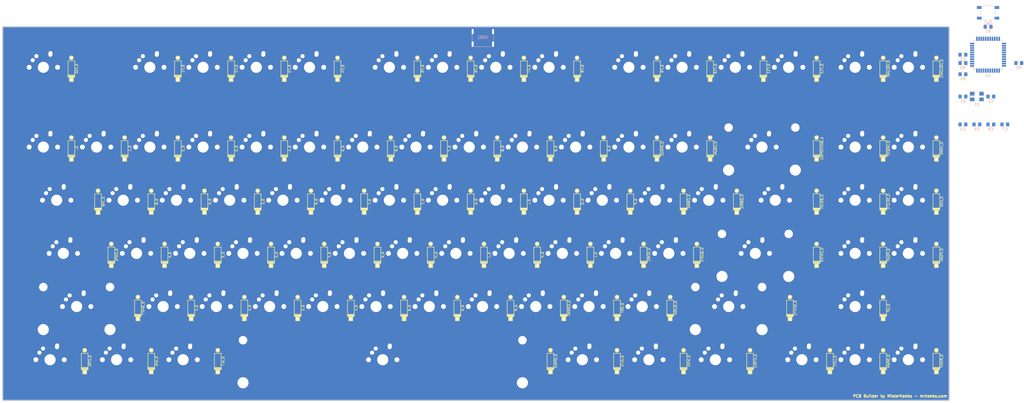
<source format=kicad_pcb>
(kicad_pcb (version 20171130) (host pcbnew "(5.0.0-3-g5ebb6b6)")
  (layers (0 F.Cu signal) (31 B.Cu signal) (34 B.Paste user) (35 F.Paste user) (36 B.SilkS user) (37 F.SilkS user) (38 B.Mask user) (39 F.Mask user) (44 Edge.Cuts user))
  (net 0 "")
  (net 1 "GND")
  (net 2 "VCC")
  (net 3 "/col0")
  (net 4 "/col1")
  (net 5 "/col2")
  (net 6 "/col3")
  (net 7 "/col4")
  (net 8 "/col5")
  (net 9 "/col6")
  (net 10 "/col7")
  (net 11 "/col8")
  (net 12 "/col9")
  (net 13 "/col10")
  (net 14 "/col11")
  (net 15 "/col12")
  (net 16 "/col13")
  (net 17 "/col14")
  (net 18 "/col15")
  (net 19 "/col16")
  (net 20 "/col17")
  (net 21 "/row0")
  (net 22 "/row1")
  (net 23 "/row2")
  (net 24 "/row3")
  (net 25 "/row4")
  (net 26 "/row5")
  (net 27 "/row6")
  (net 28 "/row7")
  (net 29 "Net-(K_ESC-Pad1)")
  (net 30 "Net-(K_ESC-Pad2)")
  (net 31 "Net-(K_ESC-Pad3)")
  (net 32 "Net-(K_ESC-Pad4)")
  (net 33 "Net-(D_ESC-Pad1)")
  (net 34 "Net-(D_ESC-Pad2)")
  (net 35 "Net-(K_F1-Pad1)")
  (net 36 "Net-(K_F1-Pad2)")
  (net 37 "Net-(K_F1-Pad3)")
  (net 38 "Net-(K_F1-Pad4)")
  (net 39 "Net-(D_F1-Pad1)")
  (net 40 "Net-(D_F1-Pad2)")
  (net 41 "Net-(K_F2-Pad1)")
  (net 42 "Net-(K_F2-Pad2)")
  (net 43 "Net-(K_F2-Pad3)")
  (net 44 "Net-(K_F2-Pad4)")
  (net 45 "Net-(D_F2-Pad1)")
  (net 46 "Net-(D_F2-Pad2)")
  (net 47 "Net-(K_F3-Pad1)")
  (net 48 "Net-(K_F3-Pad2)")
  (net 49 "Net-(K_F3-Pad3)")
  (net 50 "Net-(K_F3-Pad4)")
  (net 51 "Net-(D_F3-Pad1)")
  (net 52 "Net-(D_F3-Pad2)")
  (net 53 "Net-(K_F4-Pad1)")
  (net 54 "Net-(K_F4-Pad2)")
  (net 55 "Net-(K_F4-Pad3)")
  (net 56 "Net-(K_F4-Pad4)")
  (net 57 "Net-(D_F4-Pad1)")
  (net 58 "Net-(D_F4-Pad2)")
  (net 59 "Net-(K_F5-Pad1)")
  (net 60 "Net-(K_F5-Pad2)")
  (net 61 "Net-(K_F5-Pad3)")
  (net 62 "Net-(K_F5-Pad4)")
  (net 63 "Net-(D_F5-Pad1)")
  (net 64 "Net-(D_F5-Pad2)")
  (net 65 "Net-(K_F6-Pad1)")
  (net 66 "Net-(K_F6-Pad2)")
  (net 67 "Net-(K_F6-Pad3)")
  (net 68 "Net-(K_F6-Pad4)")
  (net 69 "Net-(D_F6-Pad1)")
  (net 70 "Net-(D_F6-Pad2)")
  (net 71 "Net-(K_F7-Pad1)")
  (net 72 "Net-(K_F7-Pad2)")
  (net 73 "Net-(K_F7-Pad3)")
  (net 74 "Net-(K_F7-Pad4)")
  (net 75 "Net-(D_F7-Pad1)")
  (net 76 "Net-(D_F7-Pad2)")
  (net 77 "Net-(K_F8-Pad1)")
  (net 78 "Net-(K_F8-Pad2)")
  (net 79 "Net-(K_F8-Pad3)")
  (net 80 "Net-(K_F8-Pad4)")
  (net 81 "Net-(D_F8-Pad1)")
  (net 82 "Net-(D_F8-Pad2)")
  (net 83 "Net-(K_F9-Pad1)")
  (net 84 "Net-(K_F9-Pad2)")
  (net 85 "Net-(K_F9-Pad3)")
  (net 86 "Net-(K_F9-Pad4)")
  (net 87 "Net-(D_F9-Pad1)")
  (net 88 "Net-(D_F9-Pad2)")
  (net 89 "Net-(K_F10-Pad1)")
  (net 90 "Net-(K_F10-Pad2)")
  (net 91 "Net-(K_F10-Pad3)")
  (net 92 "Net-(K_F10-Pad4)")
  (net 93 "Net-(D_F10-Pad1)")
  (net 94 "Net-(D_F10-Pad2)")
  (net 95 "Net-(K_F11-Pad1)")
  (net 96 "Net-(K_F11-Pad2)")
  (net 97 "Net-(K_F11-Pad3)")
  (net 98 "Net-(K_F11-Pad4)")
  (net 99 "Net-(D_F11-Pad1)")
  (net 100 "Net-(D_F11-Pad2)")
  (net 101 "Net-(K_F12-Pad1)")
  (net 102 "Net-(K_F12-Pad2)")
  (net 103 "Net-(K_F12-Pad3)")
  (net 104 "Net-(K_F12-Pad4)")
  (net 105 "Net-(D_F12-Pad1)")
  (net 106 "Net-(D_F12-Pad2)")
  (net 107 "Net-(K_VOLUME-Pad1)")
  (net 108 "Net-(K_VOLUME-Pad2)")
  (net 109 "Net-(K_VOLUME-Pad3)")
  (net 110 "Net-(K_VOLUME-Pad4)")
  (net 111 "Net-(D_VOLUME-Pad1)")
  (net 112 "Net-(D_VOLUME-Pad2)")
  (net 113 "Net-(K_VOLUME1-Pad1)")
  (net 114 "Net-(K_VOLUME1-Pad2)")
  (net 115 "Net-(K_VOLUME1-Pad3)")
  (net 116 "Net-(K_VOLUME1-Pad4)")
  (net 117 "Net-(D_VOLUME1-Pad1)")
  (net 118 "Net-(D_VOLUME1-Pad2)")
  (net 119 "Net-(K_`-Pad1)")
  (net 120 "Net-(K_`-Pad2)")
  (net 121 "Net-(K_`-Pad3)")
  (net 122 "Net-(K_`-Pad4)")
  (net 123 "Net-(D_`-Pad1)")
  (net 124 "Net-(D_`-Pad2)")
  (net 125 "Net-(K_1-Pad1)")
  (net 126 "Net-(K_1-Pad2)")
  (net 127 "Net-(K_1-Pad3)")
  (net 128 "Net-(K_1-Pad4)")
  (net 129 "Net-(D_1-Pad1)")
  (net 130 "Net-(D_1-Pad2)")
  (net 131 "Net-(K_2-Pad1)")
  (net 132 "Net-(K_2-Pad2)")
  (net 133 "Net-(K_2-Pad3)")
  (net 134 "Net-(K_2-Pad4)")
  (net 135 "Net-(D_2-Pad1)")
  (net 136 "Net-(D_2-Pad2)")
  (net 137 "Net-(K_3-Pad1)")
  (net 138 "Net-(K_3-Pad2)")
  (net 139 "Net-(K_3-Pad3)")
  (net 140 "Net-(K_3-Pad4)")
  (net 141 "Net-(D_3-Pad1)")
  (net 142 "Net-(D_3-Pad2)")
  (net 143 "Net-(K_4-Pad1)")
  (net 144 "Net-(K_4-Pad2)")
  (net 145 "Net-(K_4-Pad3)")
  (net 146 "Net-(K_4-Pad4)")
  (net 147 "Net-(D_4-Pad1)")
  (net 148 "Net-(D_4-Pad2)")
  (net 149 "Net-(K_5-Pad1)")
  (net 150 "Net-(K_5-Pad2)")
  (net 151 "Net-(K_5-Pad3)")
  (net 152 "Net-(K_5-Pad4)")
  (net 153 "Net-(D_5-Pad1)")
  (net 154 "Net-(D_5-Pad2)")
  (net 155 "Net-(K_6-Pad1)")
  (net 156 "Net-(K_6-Pad2)")
  (net 157 "Net-(K_6-Pad3)")
  (net 158 "Net-(K_6-Pad4)")
  (net 159 "Net-(D_6-Pad1)")
  (net 160 "Net-(D_6-Pad2)")
  (net 161 "Net-(K_7-Pad1)")
  (net 162 "Net-(K_7-Pad2)")
  (net 163 "Net-(K_7-Pad3)")
  (net 164 "Net-(K_7-Pad4)")
  (net 165 "Net-(D_7-Pad1)")
  (net 166 "Net-(D_7-Pad2)")
  (net 167 "Net-(K_8-Pad1)")
  (net 168 "Net-(K_8-Pad2)")
  (net 169 "Net-(K_8-Pad3)")
  (net 170 "Net-(K_8-Pad4)")
  (net 171 "Net-(D_8-Pad1)")
  (net 172 "Net-(D_8-Pad2)")
  (net 173 "Net-(K_9-Pad1)")
  (net 174 "Net-(K_9-Pad2)")
  (net 175 "Net-(K_9-Pad3)")
  (net 176 "Net-(K_9-Pad4)")
  (net 177 "Net-(D_9-Pad1)")
  (net 178 "Net-(D_9-Pad2)")
  (net 179 "Net-(K_0-Pad1)")
  (net 180 "Net-(K_0-Pad2)")
  (net 181 "Net-(K_0-Pad3)")
  (net 182 "Net-(K_0-Pad4)")
  (net 183 "Net-(D_0-Pad1)")
  (net 184 "Net-(D_0-Pad2)")
  (net 185 "Net-(K_MINUS-Pad1)")
  (net 186 "Net-(K_MINUS-Pad2)")
  (net 187 "Net-(K_MINUS-Pad3)")
  (net 188 "Net-(K_MINUS-Pad4)")
  (net 189 "Net-(D_MINUS-Pad1)")
  (net 190 "Net-(D_MINUS-Pad2)")
  (net 191 "Net-(K_EQUAL-Pad1)")
  (net 192 "Net-(K_EQUAL-Pad2)")
  (net 193 "Net-(K_EQUAL-Pad3)")
  (net 194 "Net-(K_EQUAL-Pad4)")
  (net 195 "Net-(D_EQUAL-Pad1)")
  (net 196 "Net-(D_EQUAL-Pad2)")
  (net 197 "Net-(K_BACKSPACE-Pad1)")
  (net 198 "Net-(K_BACKSPACE-Pad2)")
  (net 199 "Net-(K_BACKSPACE-Pad3)")
  (net 200 "Net-(K_BACKSPACE-Pad4)")
  (net 201 "Net-(D_BACKSPACE-Pad1)")
  (net 202 "Net-(D_BACKSPACE-Pad2)")
  (net 203 "Net-(K_INSERT-Pad1)")
  (net 204 "Net-(K_INSERT-Pad2)")
  (net 205 "Net-(K_INSERT-Pad3)")
  (net 206 "Net-(K_INSERT-Pad4)")
  (net 207 "Net-(D_INSERT-Pad1)")
  (net 208 "Net-(D_INSERT-Pad2)")
  (net 209 "Net-(K_HOME-Pad1)")
  (net 210 "Net-(K_HOME-Pad2)")
  (net 211 "Net-(K_HOME-Pad3)")
  (net 212 "Net-(K_HOME-Pad4)")
  (net 213 "Net-(D_HOME-Pad1)")
  (net 214 "Net-(D_HOME-Pad2)")
  (net 215 "Net-(K_TAB-Pad1)")
  (net 216 "Net-(K_TAB-Pad2)")
  (net 217 "Net-(K_TAB-Pad3)")
  (net 218 "Net-(K_TAB-Pad4)")
  (net 219 "Net-(D_TAB-Pad1)")
  (net 220 "Net-(D_TAB-Pad2)")
  (net 221 "Net-(K_Q-Pad1)")
  (net 222 "Net-(K_Q-Pad2)")
  (net 223 "Net-(K_Q-Pad3)")
  (net 224 "Net-(K_Q-Pad4)")
  (net 225 "Net-(D_Q-Pad1)")
  (net 226 "Net-(D_Q-Pad2)")
  (net 227 "Net-(K_W-Pad1)")
  (net 228 "Net-(K_W-Pad2)")
  (net 229 "Net-(K_W-Pad3)")
  (net 230 "Net-(K_W-Pad4)")
  (net 231 "Net-(D_W-Pad1)")
  (net 232 "Net-(D_W-Pad2)")
  (net 233 "Net-(K_E-Pad1)")
  (net 234 "Net-(K_E-Pad2)")
  (net 235 "Net-(K_E-Pad3)")
  (net 236 "Net-(K_E-Pad4)")
  (net 237 "Net-(D_E-Pad1)")
  (net 238 "Net-(D_E-Pad2)")
  (net 239 "Net-(K_R-Pad1)")
  (net 240 "Net-(K_R-Pad2)")
  (net 241 "Net-(K_R-Pad3)")
  (net 242 "Net-(K_R-Pad4)")
  (net 243 "Net-(D_R-Pad1)")
  (net 244 "Net-(D_R-Pad2)")
  (net 245 "Net-(K_T-Pad1)")
  (net 246 "Net-(K_T-Pad2)")
  (net 247 "Net-(K_T-Pad3)")
  (net 248 "Net-(K_T-Pad4)")
  (net 249 "Net-(D_T-Pad1)")
  (net 250 "Net-(D_T-Pad2)")
  (net 251 "Net-(K_Y-Pad1)")
  (net 252 "Net-(K_Y-Pad2)")
  (net 253 "Net-(K_Y-Pad3)")
  (net 254 "Net-(K_Y-Pad4)")
  (net 255 "Net-(D_Y-Pad1)")
  (net 256 "Net-(D_Y-Pad2)")
  (net 257 "Net-(K_U-Pad1)")
  (net 258 "Net-(K_U-Pad2)")
  (net 259 "Net-(K_U-Pad3)")
  (net 260 "Net-(K_U-Pad4)")
  (net 261 "Net-(D_U-Pad1)")
  (net 262 "Net-(D_U-Pad2)")
  (net 263 "Net-(K_I-Pad1)")
  (net 264 "Net-(K_I-Pad2)")
  (net 265 "Net-(K_I-Pad3)")
  (net 266 "Net-(K_I-Pad4)")
  (net 267 "Net-(D_I-Pad1)")
  (net 268 "Net-(D_I-Pad2)")
  (net 269 "Net-(K_O-Pad1)")
  (net 270 "Net-(K_O-Pad2)")
  (net 271 "Net-(K_O-Pad3)")
  (net 272 "Net-(K_O-Pad4)")
  (net 273 "Net-(D_O-Pad1)")
  (net 274 "Net-(D_O-Pad2)")
  (net 275 "Net-(K_P-Pad1)")
  (net 276 "Net-(K_P-Pad2)")
  (net 277 "Net-(K_P-Pad3)")
  (net 278 "Net-(K_P-Pad4)")
  (net 279 "Net-(D_P-Pad1)")
  (net 280 "Net-(D_P-Pad2)")
  (net 281 "Net-(K_CBRAC-Pad1)")
  (net 282 "Net-(K_CBRAC-Pad2)")
  (net 283 "Net-(K_CBRAC-Pad3)")
  (net 284 "Net-(K_CBRAC-Pad4)")
  (net 285 "Net-(D_CBRAC-Pad1)")
  (net 286 "Net-(D_CBRAC-Pad2)")
  (net 287 "Net-(K_OBRAC-Pad1)")
  (net 288 "Net-(K_OBRAC-Pad2)")
  (net 289 "Net-(K_OBRAC-Pad3)")
  (net 290 "Net-(K_OBRAC-Pad4)")
  (net 291 "Net-(D_OBRAC-Pad1)")
  (net 292 "Net-(D_OBRAC-Pad2)")
  (net 293 "Net-(K_BSLSH-Pad1)")
  (net 294 "Net-(K_BSLSH-Pad2)")
  (net 295 "Net-(K_BSLSH-Pad3)")
  (net 296 "Net-(K_BSLSH-Pad4)")
  (net 297 "Net-(D_BSLSH-Pad1)")
  (net 298 "Net-(D_BSLSH-Pad2)")
  (net 299 "Net-(K_DELETE-Pad1)")
  (net 300 "Net-(K_DELETE-Pad2)")
  (net 301 "Net-(K_DELETE-Pad3)")
  (net 302 "Net-(K_DELETE-Pad4)")
  (net 303 "Net-(D_DELETE-Pad1)")
  (net 304 "Net-(D_DELETE-Pad2)")
  (net 305 "Net-(K_END-Pad1)")
  (net 306 "Net-(K_END-Pad2)")
  (net 307 "Net-(K_END-Pad3)")
  (net 308 "Net-(K_END-Pad4)")
  (net 309 "Net-(D_END-Pad1)")
  (net 310 "Net-(D_END-Pad2)")
  (net 311 "Net-(K_CAPS-Pad1)")
  (net 312 "Net-(K_CAPS-Pad2)")
  (net 313 "Net-(K_CAPS-Pad3)")
  (net 314 "Net-(K_CAPS-Pad4)")
  (net 315 "Net-(D_CAPS-Pad1)")
  (net 316 "Net-(D_CAPS-Pad2)")
  (net 317 "Net-(K_A-Pad1)")
  (net 318 "Net-(K_A-Pad2)")
  (net 319 "Net-(K_A-Pad3)")
  (net 320 "Net-(K_A-Pad4)")
  (net 321 "Net-(D_A-Pad1)")
  (net 322 "Net-(D_A-Pad2)")
  (net 323 "Net-(K_S-Pad1)")
  (net 324 "Net-(K_S-Pad2)")
  (net 325 "Net-(K_S-Pad3)")
  (net 326 "Net-(K_S-Pad4)")
  (net 327 "Net-(D_S-Pad1)")
  (net 328 "Net-(D_S-Pad2)")
  (net 329 "Net-(K_D-Pad1)")
  (net 330 "Net-(K_D-Pad2)")
  (net 331 "Net-(K_D-Pad3)")
  (net 332 "Net-(K_D-Pad4)")
  (net 333 "Net-(D_D-Pad1)")
  (net 334 "Net-(D_D-Pad2)")
  (net 335 "Net-(K_F-Pad1)")
  (net 336 "Net-(K_F-Pad2)")
  (net 337 "Net-(K_F-Pad3)")
  (net 338 "Net-(K_F-Pad4)")
  (net 339 "Net-(D_F-Pad1)")
  (net 340 "Net-(D_F-Pad2)")
  (net 341 "Net-(K_G-Pad1)")
  (net 342 "Net-(K_G-Pad2)")
  (net 343 "Net-(K_G-Pad3)")
  (net 344 "Net-(K_G-Pad4)")
  (net 345 "Net-(D_G-Pad1)")
  (net 346 "Net-(D_G-Pad2)")
  (net 347 "Net-(K_H-Pad1)")
  (net 348 "Net-(K_H-Pad2)")
  (net 349 "Net-(K_H-Pad3)")
  (net 350 "Net-(K_H-Pad4)")
  (net 351 "Net-(D_H-Pad1)")
  (net 352 "Net-(D_H-Pad2)")
  (net 353 "Net-(K_J-Pad1)")
  (net 354 "Net-(K_J-Pad2)")
  (net 355 "Net-(K_J-Pad3)")
  (net 356 "Net-(K_J-Pad4)")
  (net 357 "Net-(D_J-Pad1)")
  (net 358 "Net-(D_J-Pad2)")
  (net 359 "Net-(K_K-Pad1)")
  (net 360 "Net-(K_K-Pad2)")
  (net 361 "Net-(K_K-Pad3)")
  (net 362 "Net-(K_K-Pad4)")
  (net 363 "Net-(D_K-Pad1)")
  (net 364 "Net-(D_K-Pad2)")
  (net 365 "Net-(K_L-Pad1)")
  (net 366 "Net-(K_L-Pad2)")
  (net 367 "Net-(K_L-Pad3)")
  (net 368 "Net-(K_L-Pad4)")
  (net 369 "Net-(D_L-Pad1)")
  (net 370 "Net-(D_L-Pad2)")
  (net 371 "Net-(K_SEMIC-Pad1)")
  (net 372 "Net-(K_SEMIC-Pad2)")
  (net 373 "Net-(K_SEMIC-Pad3)")
  (net 374 "Net-(K_SEMIC-Pad4)")
  (net 375 "Net-(D_SEMIC-Pad1)")
  (net 376 "Net-(D_SEMIC-Pad2)")
  (net 377 "Net-(K_QUOTE-Pad1)")
  (net 378 "Net-(K_QUOTE-Pad2)")
  (net 379 "Net-(K_QUOTE-Pad3)")
  (net 380 "Net-(K_QUOTE-Pad4)")
  (net 381 "Net-(D_QUOTE-Pad1)")
  (net 382 "Net-(D_QUOTE-Pad2)")
  (net 383 "Net-(K_ENTER-Pad1)")
  (net 384 "Net-(K_ENTER-Pad2)")
  (net 385 "Net-(K_ENTER-Pad3)")
  (net 386 "Net-(K_ENTER-Pad4)")
  (net 387 "Net-(D_ENTER-Pad1)")
  (net 388 "Net-(D_ENTER-Pad2)")
  (net 389 "Net-(K_PGUP-Pad1)")
  (net 390 "Net-(K_PGUP-Pad2)")
  (net 391 "Net-(K_PGUP-Pad3)")
  (net 392 "Net-(K_PGUP-Pad4)")
  (net 393 "Net-(D_PGUP-Pad1)")
  (net 394 "Net-(D_PGUP-Pad2)")
  (net 395 "Net-(K_PGDN-Pad1)")
  (net 396 "Net-(K_PGDN-Pad2)")
  (net 397 "Net-(K_PGDN-Pad3)")
  (net 398 "Net-(K_PGDN-Pad4)")
  (net 399 "Net-(D_PGDN-Pad1)")
  (net 400 "Net-(D_PGDN-Pad2)")
  (net 401 "Net-(K_SHIFT-Pad1)")
  (net 402 "Net-(K_SHIFT-Pad2)")
  (net 403 "Net-(K_SHIFT-Pad3)")
  (net 404 "Net-(K_SHIFT-Pad4)")
  (net 405 "Net-(D_SHIFT-Pad1)")
  (net 406 "Net-(D_SHIFT-Pad2)")
  (net 407 "Net-(K_Z-Pad1)")
  (net 408 "Net-(K_Z-Pad2)")
  (net 409 "Net-(K_Z-Pad3)")
  (net 410 "Net-(K_Z-Pad4)")
  (net 411 "Net-(D_Z-Pad1)")
  (net 412 "Net-(D_Z-Pad2)")
  (net 413 "Net-(K_X-Pad1)")
  (net 414 "Net-(K_X-Pad2)")
  (net 415 "Net-(K_X-Pad3)")
  (net 416 "Net-(K_X-Pad4)")
  (net 417 "Net-(D_X-Pad1)")
  (net 418 "Net-(D_X-Pad2)")
  (net 419 "Net-(K_C-Pad1)")
  (net 420 "Net-(K_C-Pad2)")
  (net 421 "Net-(K_C-Pad3)")
  (net 422 "Net-(K_C-Pad4)")
  (net 423 "Net-(D_C-Pad1)")
  (net 424 "Net-(D_C-Pad2)")
  (net 425 "Net-(K_V-Pad1)")
  (net 426 "Net-(K_V-Pad2)")
  (net 427 "Net-(K_V-Pad3)")
  (net 428 "Net-(K_V-Pad4)")
  (net 429 "Net-(D_V-Pad1)")
  (net 430 "Net-(D_V-Pad2)")
  (net 431 "Net-(K_B-Pad1)")
  (net 432 "Net-(K_B-Pad2)")
  (net 433 "Net-(K_B-Pad3)")
  (net 434 "Net-(K_B-Pad4)")
  (net 435 "Net-(D_B-Pad1)")
  (net 436 "Net-(D_B-Pad2)")
  (net 437 "Net-(K_N-Pad1)")
  (net 438 "Net-(K_N-Pad2)")
  (net 439 "Net-(K_N-Pad3)")
  (net 440 "Net-(K_N-Pad4)")
  (net 441 "Net-(D_N-Pad1)")
  (net 442 "Net-(D_N-Pad2)")
  (net 443 "Net-(K_M-Pad1)")
  (net 444 "Net-(K_M-Pad2)")
  (net 445 "Net-(K_M-Pad3)")
  (net 446 "Net-(K_M-Pad4)")
  (net 447 "Net-(D_M-Pad1)")
  (net 448 "Net-(D_M-Pad2)")
  (net 449 "Net-(K_COMMA-Pad1)")
  (net 450 "Net-(K_COMMA-Pad2)")
  (net 451 "Net-(K_COMMA-Pad3)")
  (net 452 "Net-(K_COMMA-Pad4)")
  (net 453 "Net-(D_COMMA-Pad1)")
  (net 454 "Net-(D_COMMA-Pad2)")
  (net 455 "Net-(K_DOT-Pad1)")
  (net 456 "Net-(K_DOT-Pad2)")
  (net 457 "Net-(K_DOT-Pad3)")
  (net 458 "Net-(K_DOT-Pad4)")
  (net 459 "Net-(D_DOT-Pad1)")
  (net 460 "Net-(D_DOT-Pad2)")
  (net 461 "Net-(K_SLASH-Pad1)")
  (net 462 "Net-(K_SLASH-Pad2)")
  (net 463 "Net-(K_SLASH-Pad3)")
  (net 464 "Net-(K_SLASH-Pad4)")
  (net 465 "Net-(D_SLASH-Pad1)")
  (net 466 "Net-(D_SLASH-Pad2)")
  (net 467 "Net-(K_SHIFT1-Pad1)")
  (net 468 "Net-(K_SHIFT1-Pad2)")
  (net 469 "Net-(K_SHIFT1-Pad3)")
  (net 470 "Net-(K_SHIFT1-Pad4)")
  (net 471 "Net-(D_SHIFT1-Pad1)")
  (net 472 "Net-(D_SHIFT1-Pad2)")
  (net 473 "Net-(K_UP-Pad1)")
  (net 474 "Net-(K_UP-Pad2)")
  (net 475 "Net-(K_UP-Pad3)")
  (net 476 "Net-(K_UP-Pad4)")
  (net 477 "Net-(D_UP-Pad1)")
  (net 478 "Net-(D_UP-Pad2)")
  (net 479 "Net-(K_CTRL-Pad1)")
  (net 480 "Net-(K_CTRL-Pad2)")
  (net 481 "Net-(K_CTRL-Pad3)")
  (net 482 "Net-(K_CTRL-Pad4)")
  (net 483 "Net-(D_CTRL-Pad1)")
  (net 484 "Net-(D_CTRL-Pad2)")
  (net 485 "Net-(K_WIN-Pad1)")
  (net 486 "Net-(K_WIN-Pad2)")
  (net 487 "Net-(K_WIN-Pad3)")
  (net 488 "Net-(K_WIN-Pad4)")
  (net 489 "Net-(D_WIN-Pad1)")
  (net 490 "Net-(D_WIN-Pad2)")
  (net 491 "Net-(K_ALT-Pad1)")
  (net 492 "Net-(K_ALT-Pad2)")
  (net 493 "Net-(K_ALT-Pad3)")
  (net 494 "Net-(K_ALT-Pad4)")
  (net 495 "Net-(D_ALT-Pad1)")
  (net 496 "Net-(D_ALT-Pad2)")
  (net 497 "Net-(K_SPACE-Pad1)")
  (net 498 "Net-(K_SPACE-Pad2)")
  (net 499 "Net-(K_SPACE-Pad3)")
  (net 500 "Net-(K_SPACE-Pad4)")
  (net 501 "Net-(D_SPACE-Pad1)")
  (net 502 "Net-(D_SPACE-Pad2)")
  (net 503 "Net-(K_ALT1-Pad1)")
  (net 504 "Net-(K_ALT1-Pad2)")
  (net 505 "Net-(K_ALT1-Pad3)")
  (net 506 "Net-(K_ALT1-Pad4)")
  (net 507 "Net-(D_ALT1-Pad1)")
  (net 508 "Net-(D_ALT1-Pad2)")
  (net 509 "Net-(K_WIN1-Pad1)")
  (net 510 "Net-(K_WIN1-Pad2)")
  (net 511 "Net-(K_WIN1-Pad3)")
  (net 512 "Net-(K_WIN1-Pad4)")
  (net 513 "Net-(D_WIN1-Pad1)")
  (net 514 "Net-(D_WIN1-Pad2)")
  (net 515 "Net-(K_CTRL1-Pad1)")
  (net 516 "Net-(K_CTRL1-Pad2)")
  (net 517 "Net-(K_CTRL1-Pad3)")
  (net 518 "Net-(K_CTRL1-Pad4)")
  (net 519 "Net-(D_CTRL1-Pad1)")
  (net 520 "Net-(D_CTRL1-Pad2)")
  (net 521 "Net-(K_LEFT-Pad1)")
  (net 522 "Net-(K_LEFT-Pad2)")
  (net 523 "Net-(K_LEFT-Pad3)")
  (net 524 "Net-(K_LEFT-Pad4)")
  (net 525 "Net-(D_LEFT-Pad1)")
  (net 526 "Net-(D_LEFT-Pad2)")
  (net 527 "Net-(K_DOWN-Pad1)")
  (net 528 "Net-(K_DOWN-Pad2)")
  (net 529 "Net-(K_DOWN-Pad3)")
  (net 530 "Net-(K_DOWN-Pad4)")
  (net 531 "Net-(D_DOWN-Pad1)")
  (net 532 "Net-(D_DOWN-Pad2)")
  (net 533 "Net-(K_RIGHT-Pad1)")
  (net 534 "Net-(K_RIGHT-Pad2)")
  (net 535 "Net-(K_RIGHT-Pad3)")
  (net 536 "Net-(K_RIGHT-Pad4)")
  (net 537 "Net-(D_RIGHT-Pad1)")
  (net 538 "Net-(D_RIGHT-Pad2)")
  (net 539 "Net-(C1-Pad1)")
  (net 540 "Net-(C1-Pad2)")
  (net 541 "Net-(C2-Pad1)")
  (net 542 "Net-(C2-Pad2)")
  (net 543 "Net-(X1-Pad1)")
  (net 544 "Net-(X1-Pad2)")
  (net 545 "Net-(X1-Pad3)")
  (net 546 "Net-(X1-Pad4)")
  (net 547 "Net-(R1-Pad1)")
  (net 548 "Net-(R1-Pad2)")
  (net 549 "Net-(R2-Pad1)")
  (net 550 "Net-(R2-Pad2)")
  (net 551 "Net-(R3-Pad1)")
  (net 552 "Net-(R3-Pad2)")
  (net 553 "Net-(R4-Pad1)")
  (net 554 "Net-(R4-Pad2)")
  (net 555 "Net-(USB1-Pad1)")
  (net 556 "Net-(USB1-Pad2)")
  (net 557 "Net-(USB1-Pad3)")
  (net 558 "Net-(USB1-Pad4)")
  (net 559 "Net-(USB1-Pad5)")
  (net 560 "Net-(USB1-Pad6)")
  (net 561 "Net-(C3-Pad1)")
  (net 562 "Net-(C3-Pad2)")
  (net 563 "Net-(U1-Pad1)")
  (net 564 "Net-(U1-Pad2)")
  (net 565 "Net-(U1-Pad3)")
  (net 566 "Net-(U1-Pad4)")
  (net 567 "Net-(U1-Pad5)")
  (net 568 "Net-(U1-Pad6)")
  (net 569 "Net-(U1-Pad7)")
  (net 570 "Net-(U1-Pad8)")
  (net 571 "Net-(U1-Pad9)")
  (net 572 "Net-(U1-Pad10)")
  (net 573 "Net-(U1-Pad11)")
  (net 574 "Net-(U1-Pad12)")
  (net 575 "Net-(U1-Pad13)")
  (net 576 "Net-(U1-Pad14)")
  (net 577 "Net-(U1-Pad15)")
  (net 578 "Net-(U1-Pad16)")
  (net 579 "Net-(U1-Pad17)")
  (net 580 "Net-(U1-Pad18)")
  (net 581 "Net-(U1-Pad19)")
  (net 582 "Net-(U1-Pad20)")
  (net 583 "Net-(U1-Pad21)")
  (net 584 "Net-(U1-Pad22)")
  (net 585 "Net-(U1-Pad23)")
  (net 586 "Net-(U1-Pad24)")
  (net 587 "Net-(U1-Pad25)")
  (net 588 "Net-(U1-Pad26)")
  (net 589 "Net-(U1-Pad27)")
  (net 590 "Net-(U1-Pad28)")
  (net 591 "Net-(U1-Pad29)")
  (net 592 "Net-(U1-Pad30)")
  (net 593 "Net-(U1-Pad31)")
  (net 594 "Net-(U1-Pad32)")
  (net 595 "Net-(U1-Pad33)")
  (net 596 "Net-(U1-Pad34)")
  (net 597 "Net-(U1-Pad35)")
  (net 598 "Net-(U1-Pad36)")
  (net 599 "Net-(U1-Pad37)")
  (net 600 "Net-(U1-Pad38)")
  (net 601 "Net-(U1-Pad39)")
  (net 602 "Net-(U1-Pad40)")
  (net 603 "Net-(U1-Pad41)")
  (net 604 "Net-(U1-Pad42)")
  (net 605 "Net-(U1-Pad43)")
  (net 606 "Net-(U1-Pad44)")
  (net 607 "Net-(C4-Pad1)")
  (net 608 "Net-(C4-Pad2)")
  (net 609 "Net-(C5-Pad1)")
  (net 610 "Net-(C5-Pad2)")
  (net 611 "Net-(C6-Pad1)")
  (net 612 "Net-(C6-Pad2)")
  (net 613 "Net-(C7-Pad1)")
  (net 614 "Net-(C7-Pad2)")
  (module MX_Alps_Hybrid:MX-1U-NoLED (layer F.Cu) (at 9.525 9.525)
    (fp_text reference K_ESC)
    (fp_text value KEYSW)
    (pad 1 thru_hole circle (at -2.5 -4) (size 2.25 2.25) (drill 1.47) (layers *.Cu B.Mask) (net 3 "/col0"))
    (pad 1 thru_hole oval (at -3.81 -2.54 48.0996) (size 4.211556 2.25) (drill 1.47 (offset 0.980778 0)) (layers *.Cu B.Mask) (net 3 "/col0"))
    (pad 2 thru_hole oval (at 2.5 -4.5 86.0548) (size 2.831378 2.25) (drill 1.47 (offset 0.290689 0)) (layers *.Cu B.Mask) (net 34 "Net-(D_ESC-Pad2)"))
    (pad 2 thru_hole circle (at 2.54 -5.08) (size 2.25 2.25) (drill 1.47) (layers *.Cu B.Mask) (net 34 "Net-(D_ESC-Pad2)"))
    (pad "" np_thru_hole circle (at 0 0) (size 3.9878 3.9878) (drill 3.9878) (layers *.Cu *.Mask))
    (pad "" np_thru_hole circle (at -5.08 0 48.0996) (size 1.75 1.75) (drill 1.75) (layers *.Cu *.Mask))
    (pad "" np_thru_hole circle (at 5.08 0 48.0996) (size 1.75 1.75) (drill 1.75) (layers *.Cu *.Mask))
  )
  (module keyboard_parts:D_SOD123_axial (layer F.Cu) (at 19.55 10.025 90)
    (fp_text reference D_ESC (at 0 1.925 90) (layer F.SilkS) (effects (font (size 0.8 0.8)) (justify mirror)))
    (fp_text value D hide)
    (pad 1 smd rect (at -2.7 0 90) (size 2.5 0.5) (layers F.Cu) (net 21 "/row0"))
    (pad 1 smd rect (at -1.575 0 90) (size 1.2 1.2) (layers F.Cu F.Paste F.Mask) (net 21 "/row0"))
    (pad 1 thru_hole rect (at -3.9 0 90) (size 1.6 1.6) (drill 0.7) (layers *.Cu *.Mask F.SilkS) (net 21 "/row0"))
    (pad 2 smd rect (at 1.575 0 90) (size 1.2 1.2) (layers F.Cu F.Paste F.Mask) (net 34 "Net-(D_ESC-Pad2)"))
    (pad 2 smd rect (at 2.7 0 90) (size 2.5 0.5) (layers F.Cu) (net 34 "Net-(D_ESC-Pad2)"))
    (pad 2 thru_hole circle (at 3.9 0 90) (size 1.6 1.6) (drill 0.7) (layers *.Cu *.Mask F.SilkS) (net 34 "Net-(D_ESC-Pad2)"))
  )
  (module MX_Alps_Hybrid:MX-1U-NoLED (layer F.Cu) (at 47.625 9.525)
    (fp_text reference K_F1)
    (fp_text value KEYSW)
    (pad 1 thru_hole circle (at -2.5 -4) (size 2.25 2.25) (drill 1.47) (layers *.Cu B.Mask) (net 5 "/col2"))
    (pad 1 thru_hole oval (at -3.81 -2.54 48.0996) (size 4.211556 2.25) (drill 1.47 (offset 0.980778 0)) (layers *.Cu B.Mask) (net 5 "/col2"))
    (pad 2 thru_hole oval (at 2.5 -4.5 86.0548) (size 2.831378 2.25) (drill 1.47 (offset 0.290689 0)) (layers *.Cu B.Mask) (net 40 "Net-(D_F1-Pad2)"))
    (pad 2 thru_hole circle (at 2.54 -5.08) (size 2.25 2.25) (drill 1.47) (layers *.Cu B.Mask) (net 40 "Net-(D_F1-Pad2)"))
    (pad "" np_thru_hole circle (at 0 0) (size 3.9878 3.9878) (drill 3.9878) (layers *.Cu *.Mask))
    (pad "" np_thru_hole circle (at -5.08 0 48.0996) (size 1.75 1.75) (drill 1.75) (layers *.Cu *.Mask))
    (pad "" np_thru_hole circle (at 5.08 0 48.0996) (size 1.75 1.75) (drill 1.75) (layers *.Cu *.Mask))
  )
  (module keyboard_parts:D_SOD123_axial (layer F.Cu) (at 57.65 10.025 90)
    (fp_text reference D_F1 (at 0 1.925 90) (layer F.SilkS) (effects (font (size 0.8 0.8)) (justify mirror)))
    (fp_text value D hide)
    (pad 1 smd rect (at -2.7 0 90) (size 2.5 0.5) (layers F.Cu) (net 21 "/row0"))
    (pad 1 smd rect (at -1.575 0 90) (size 1.2 1.2) (layers F.Cu F.Paste F.Mask) (net 21 "/row0"))
    (pad 1 thru_hole rect (at -3.9 0 90) (size 1.6 1.6) (drill 0.7) (layers *.Cu *.Mask F.SilkS) (net 21 "/row0"))
    (pad 2 smd rect (at 1.575 0 90) (size 1.2 1.2) (layers F.Cu F.Paste F.Mask) (net 40 "Net-(D_F1-Pad2)"))
    (pad 2 smd rect (at 2.7 0 90) (size 2.5 0.5) (layers F.Cu) (net 40 "Net-(D_F1-Pad2)"))
    (pad 2 thru_hole circle (at 3.9 0 90) (size 1.6 1.6) (drill 0.7) (layers *.Cu *.Mask F.SilkS) (net 40 "Net-(D_F1-Pad2)"))
  )
  (module MX_Alps_Hybrid:MX-1U-NoLED (layer F.Cu) (at 66.675 9.525)
    (fp_text reference K_F2)
    (fp_text value KEYSW)
    (pad 1 thru_hole circle (at -2.5 -4) (size 2.25 2.25) (drill 1.47) (layers *.Cu B.Mask) (net 6 "/col3"))
    (pad 1 thru_hole oval (at -3.81 -2.54 48.0996) (size 4.211556 2.25) (drill 1.47 (offset 0.980778 0)) (layers *.Cu B.Mask) (net 6 "/col3"))
    (pad 2 thru_hole oval (at 2.5 -4.5 86.0548) (size 2.831378 2.25) (drill 1.47 (offset 0.290689 0)) (layers *.Cu B.Mask) (net 46 "Net-(D_F2-Pad2)"))
    (pad 2 thru_hole circle (at 2.54 -5.08) (size 2.25 2.25) (drill 1.47) (layers *.Cu B.Mask) (net 46 "Net-(D_F2-Pad2)"))
    (pad "" np_thru_hole circle (at 0 0) (size 3.9878 3.9878) (drill 3.9878) (layers *.Cu *.Mask))
    (pad "" np_thru_hole circle (at -5.08 0 48.0996) (size 1.75 1.75) (drill 1.75) (layers *.Cu *.Mask))
    (pad "" np_thru_hole circle (at 5.08 0 48.0996) (size 1.75 1.75) (drill 1.75) (layers *.Cu *.Mask))
  )
  (module keyboard_parts:D_SOD123_axial (layer F.Cu) (at 76.7 10.025 90)
    (fp_text reference D_F2 (at 0 1.925 90) (layer F.SilkS) (effects (font (size 0.8 0.8)) (justify mirror)))
    (fp_text value D hide)
    (pad 1 smd rect (at -2.7 0 90) (size 2.5 0.5) (layers F.Cu) (net 21 "/row0"))
    (pad 1 smd rect (at -1.575 0 90) (size 1.2 1.2) (layers F.Cu F.Paste F.Mask) (net 21 "/row0"))
    (pad 1 thru_hole rect (at -3.9 0 90) (size 1.6 1.6) (drill 0.7) (layers *.Cu *.Mask F.SilkS) (net 21 "/row0"))
    (pad 2 smd rect (at 1.575 0 90) (size 1.2 1.2) (layers F.Cu F.Paste F.Mask) (net 46 "Net-(D_F2-Pad2)"))
    (pad 2 smd rect (at 2.7 0 90) (size 2.5 0.5) (layers F.Cu) (net 46 "Net-(D_F2-Pad2)"))
    (pad 2 thru_hole circle (at 3.9 0 90) (size 1.6 1.6) (drill 0.7) (layers *.Cu *.Mask F.SilkS) (net 46 "Net-(D_F2-Pad2)"))
  )
  (module MX_Alps_Hybrid:MX-1U-NoLED (layer F.Cu) (at 85.725 9.525)
    (fp_text reference K_F3)
    (fp_text value KEYSW)
    (pad 1 thru_hole circle (at -2.5 -4) (size 2.25 2.25) (drill 1.47) (layers *.Cu B.Mask) (net 7 "/col4"))
    (pad 1 thru_hole oval (at -3.81 -2.54 48.0996) (size 4.211556 2.25) (drill 1.47 (offset 0.980778 0)) (layers *.Cu B.Mask) (net 7 "/col4"))
    (pad 2 thru_hole oval (at 2.5 -4.5 86.0548) (size 2.831378 2.25) (drill 1.47 (offset 0.290689 0)) (layers *.Cu B.Mask) (net 52 "Net-(D_F3-Pad2)"))
    (pad 2 thru_hole circle (at 2.54 -5.08) (size 2.25 2.25) (drill 1.47) (layers *.Cu B.Mask) (net 52 "Net-(D_F3-Pad2)"))
    (pad "" np_thru_hole circle (at 0 0) (size 3.9878 3.9878) (drill 3.9878) (layers *.Cu *.Mask))
    (pad "" np_thru_hole circle (at -5.08 0 48.0996) (size 1.75 1.75) (drill 1.75) (layers *.Cu *.Mask))
    (pad "" np_thru_hole circle (at 5.08 0 48.0996) (size 1.75 1.75) (drill 1.75) (layers *.Cu *.Mask))
  )
  (module keyboard_parts:D_SOD123_axial (layer F.Cu) (at 95.75 10.025 90)
    (fp_text reference D_F3 (at 0 1.925 90) (layer F.SilkS) (effects (font (size 0.8 0.8)) (justify mirror)))
    (fp_text value D hide)
    (pad 1 smd rect (at -2.7 0 90) (size 2.5 0.5) (layers F.Cu) (net 21 "/row0"))
    (pad 1 smd rect (at -1.575 0 90) (size 1.2 1.2) (layers F.Cu F.Paste F.Mask) (net 21 "/row0"))
    (pad 1 thru_hole rect (at -3.9 0 90) (size 1.6 1.6) (drill 0.7) (layers *.Cu *.Mask F.SilkS) (net 21 "/row0"))
    (pad 2 smd rect (at 1.575 0 90) (size 1.2 1.2) (layers F.Cu F.Paste F.Mask) (net 52 "Net-(D_F3-Pad2)"))
    (pad 2 smd rect (at 2.7 0 90) (size 2.5 0.5) (layers F.Cu) (net 52 "Net-(D_F3-Pad2)"))
    (pad 2 thru_hole circle (at 3.9 0 90) (size 1.6 1.6) (drill 0.7) (layers *.Cu *.Mask F.SilkS) (net 52 "Net-(D_F3-Pad2)"))
  )
  (module MX_Alps_Hybrid:MX-1U-NoLED (layer F.Cu) (at 104.775 9.525)
    (fp_text reference K_F4)
    (fp_text value KEYSW)
    (pad 1 thru_hole circle (at -2.5 -4) (size 2.25 2.25) (drill 1.47) (layers *.Cu B.Mask) (net 8 "/col5"))
    (pad 1 thru_hole oval (at -3.81 -2.54 48.0996) (size 4.211556 2.25) (drill 1.47 (offset 0.980778 0)) (layers *.Cu B.Mask) (net 8 "/col5"))
    (pad 2 thru_hole oval (at 2.5 -4.5 86.0548) (size 2.831378 2.25) (drill 1.47 (offset 0.290689 0)) (layers *.Cu B.Mask) (net 58 "Net-(D_F4-Pad2)"))
    (pad 2 thru_hole circle (at 2.54 -5.08) (size 2.25 2.25) (drill 1.47) (layers *.Cu B.Mask) (net 58 "Net-(D_F4-Pad2)"))
    (pad "" np_thru_hole circle (at 0 0) (size 3.9878 3.9878) (drill 3.9878) (layers *.Cu *.Mask))
    (pad "" np_thru_hole circle (at -5.08 0 48.0996) (size 1.75 1.75) (drill 1.75) (layers *.Cu *.Mask))
    (pad "" np_thru_hole circle (at 5.08 0 48.0996) (size 1.75 1.75) (drill 1.75) (layers *.Cu *.Mask))
  )
  (module keyboard_parts:D_SOD123_axial (layer F.Cu) (at 114.8 10.025 90)
    (fp_text reference D_F4 (at 0 1.925 90) (layer F.SilkS) (effects (font (size 0.8 0.8)) (justify mirror)))
    (fp_text value D hide)
    (pad 1 smd rect (at -2.7 0 90) (size 2.5 0.5) (layers F.Cu) (net 21 "/row0"))
    (pad 1 smd rect (at -1.575 0 90) (size 1.2 1.2) (layers F.Cu F.Paste F.Mask) (net 21 "/row0"))
    (pad 1 thru_hole rect (at -3.9 0 90) (size 1.6 1.6) (drill 0.7) (layers *.Cu *.Mask F.SilkS) (net 21 "/row0"))
    (pad 2 smd rect (at 1.575 0 90) (size 1.2 1.2) (layers F.Cu F.Paste F.Mask) (net 58 "Net-(D_F4-Pad2)"))
    (pad 2 smd rect (at 2.7 0 90) (size 2.5 0.5) (layers F.Cu) (net 58 "Net-(D_F4-Pad2)"))
    (pad 2 thru_hole circle (at 3.9 0 90) (size 1.6 1.6) (drill 0.7) (layers *.Cu *.Mask F.SilkS) (net 58 "Net-(D_F4-Pad2)"))
  )
  (module MX_Alps_Hybrid:MX-1U-NoLED (layer F.Cu) (at 133.35 9.525)
    (fp_text reference K_F5)
    (fp_text value KEYSW)
    (pad 1 thru_hole circle (at -2.5 -4) (size 2.25 2.25) (drill 1.47) (layers *.Cu B.Mask) (net 10 "/col7"))
    (pad 1 thru_hole oval (at -3.81 -2.54 48.0996) (size 4.211556 2.25) (drill 1.47 (offset 0.980778 0)) (layers *.Cu B.Mask) (net 10 "/col7"))
    (pad 2 thru_hole oval (at 2.5 -4.5 86.0548) (size 2.831378 2.25) (drill 1.47 (offset 0.290689 0)) (layers *.Cu B.Mask) (net 64 "Net-(D_F5-Pad2)"))
    (pad 2 thru_hole circle (at 2.54 -5.08) (size 2.25 2.25) (drill 1.47) (layers *.Cu B.Mask) (net 64 "Net-(D_F5-Pad2)"))
    (pad "" np_thru_hole circle (at 0 0) (size 3.9878 3.9878) (drill 3.9878) (layers *.Cu *.Mask))
    (pad "" np_thru_hole circle (at -5.08 0 48.0996) (size 1.75 1.75) (drill 1.75) (layers *.Cu *.Mask))
    (pad "" np_thru_hole circle (at 5.08 0 48.0996) (size 1.75 1.75) (drill 1.75) (layers *.Cu *.Mask))
  )
  (module keyboard_parts:D_SOD123_axial (layer F.Cu) (at 143.375 10.025 90)
    (fp_text reference D_F5 (at 0 1.925 90) (layer F.SilkS) (effects (font (size 0.8 0.8)) (justify mirror)))
    (fp_text value D hide)
    (pad 1 smd rect (at -2.7 0 90) (size 2.5 0.5) (layers F.Cu) (net 21 "/row0"))
    (pad 1 smd rect (at -1.575 0 90) (size 1.2 1.2) (layers F.Cu F.Paste F.Mask) (net 21 "/row0"))
    (pad 1 thru_hole rect (at -3.9 0 90) (size 1.6 1.6) (drill 0.7) (layers *.Cu *.Mask F.SilkS) (net 21 "/row0"))
    (pad 2 smd rect (at 1.575 0 90) (size 1.2 1.2) (layers F.Cu F.Paste F.Mask) (net 64 "Net-(D_F5-Pad2)"))
    (pad 2 smd rect (at 2.7 0 90) (size 2.5 0.5) (layers F.Cu) (net 64 "Net-(D_F5-Pad2)"))
    (pad 2 thru_hole circle (at 3.9 0 90) (size 1.6 1.6) (drill 0.7) (layers *.Cu *.Mask F.SilkS) (net 64 "Net-(D_F5-Pad2)"))
  )
  (module MX_Alps_Hybrid:MX-1U-NoLED (layer F.Cu) (at 152.4 9.525)
    (fp_text reference K_F6)
    (fp_text value KEYSW)
    (pad 1 thru_hole circle (at -2.5 -4) (size 2.25 2.25) (drill 1.47) (layers *.Cu B.Mask) (net 11 "/col8"))
    (pad 1 thru_hole oval (at -3.81 -2.54 48.0996) (size 4.211556 2.25) (drill 1.47 (offset 0.980778 0)) (layers *.Cu B.Mask) (net 11 "/col8"))
    (pad 2 thru_hole oval (at 2.5 -4.5 86.0548) (size 2.831378 2.25) (drill 1.47 (offset 0.290689 0)) (layers *.Cu B.Mask) (net 70 "Net-(D_F6-Pad2)"))
    (pad 2 thru_hole circle (at 2.54 -5.08) (size 2.25 2.25) (drill 1.47) (layers *.Cu B.Mask) (net 70 "Net-(D_F6-Pad2)"))
    (pad "" np_thru_hole circle (at 0 0) (size 3.9878 3.9878) (drill 3.9878) (layers *.Cu *.Mask))
    (pad "" np_thru_hole circle (at -5.08 0 48.0996) (size 1.75 1.75) (drill 1.75) (layers *.Cu *.Mask))
    (pad "" np_thru_hole circle (at 5.08 0 48.0996) (size 1.75 1.75) (drill 1.75) (layers *.Cu *.Mask))
  )
  (module keyboard_parts:D_SOD123_axial (layer F.Cu) (at 162.425 10.025 90)
    (fp_text reference D_F6 (at 0 1.925 90) (layer F.SilkS) (effects (font (size 0.8 0.8)) (justify mirror)))
    (fp_text value D hide)
    (pad 1 smd rect (at -2.7 0 90) (size 2.5 0.5) (layers F.Cu) (net 21 "/row0"))
    (pad 1 smd rect (at -1.575 0 90) (size 1.2 1.2) (layers F.Cu F.Paste F.Mask) (net 21 "/row0"))
    (pad 1 thru_hole rect (at -3.9 0 90) (size 1.6 1.6) (drill 0.7) (layers *.Cu *.Mask F.SilkS) (net 21 "/row0"))
    (pad 2 smd rect (at 1.575 0 90) (size 1.2 1.2) (layers F.Cu F.Paste F.Mask) (net 70 "Net-(D_F6-Pad2)"))
    (pad 2 smd rect (at 2.7 0 90) (size 2.5 0.5) (layers F.Cu) (net 70 "Net-(D_F6-Pad2)"))
    (pad 2 thru_hole circle (at 3.9 0 90) (size 1.6 1.6) (drill 0.7) (layers *.Cu *.Mask F.SilkS) (net 70 "Net-(D_F6-Pad2)"))
  )
  (module MX_Alps_Hybrid:MX-1U-NoLED (layer F.Cu) (at 171.45 9.525)
    (fp_text reference K_F7)
    (fp_text value KEYSW)
    (pad 1 thru_hole circle (at -2.5 -4) (size 2.25 2.25) (drill 1.47) (layers *.Cu B.Mask) (net 12 "/col9"))
    (pad 1 thru_hole oval (at -3.81 -2.54 48.0996) (size 4.211556 2.25) (drill 1.47 (offset 0.980778 0)) (layers *.Cu B.Mask) (net 12 "/col9"))
    (pad 2 thru_hole oval (at 2.5 -4.5 86.0548) (size 2.831378 2.25) (drill 1.47 (offset 0.290689 0)) (layers *.Cu B.Mask) (net 76 "Net-(D_F7-Pad2)"))
    (pad 2 thru_hole circle (at 2.54 -5.08) (size 2.25 2.25) (drill 1.47) (layers *.Cu B.Mask) (net 76 "Net-(D_F7-Pad2)"))
    (pad "" np_thru_hole circle (at 0 0) (size 3.9878 3.9878) (drill 3.9878) (layers *.Cu *.Mask))
    (pad "" np_thru_hole circle (at -5.08 0 48.0996) (size 1.75 1.75) (drill 1.75) (layers *.Cu *.Mask))
    (pad "" np_thru_hole circle (at 5.08 0 48.0996) (size 1.75 1.75) (drill 1.75) (layers *.Cu *.Mask))
  )
  (module keyboard_parts:D_SOD123_axial (layer F.Cu) (at 181.475 10.025 90)
    (fp_text reference D_F7 (at 0 1.925 90) (layer F.SilkS) (effects (font (size 0.8 0.8)) (justify mirror)))
    (fp_text value D hide)
    (pad 1 smd rect (at -2.7 0 90) (size 2.5 0.5) (layers F.Cu) (net 21 "/row0"))
    (pad 1 smd rect (at -1.575 0 90) (size 1.2 1.2) (layers F.Cu F.Paste F.Mask) (net 21 "/row0"))
    (pad 1 thru_hole rect (at -3.9 0 90) (size 1.6 1.6) (drill 0.7) (layers *.Cu *.Mask F.SilkS) (net 21 "/row0"))
    (pad 2 smd rect (at 1.575 0 90) (size 1.2 1.2) (layers F.Cu F.Paste F.Mask) (net 76 "Net-(D_F7-Pad2)"))
    (pad 2 smd rect (at 2.7 0 90) (size 2.5 0.5) (layers F.Cu) (net 76 "Net-(D_F7-Pad2)"))
    (pad 2 thru_hole circle (at 3.9 0 90) (size 1.6 1.6) (drill 0.7) (layers *.Cu *.Mask F.SilkS) (net 76 "Net-(D_F7-Pad2)"))
  )
  (module MX_Alps_Hybrid:MX-1U-NoLED (layer F.Cu) (at 190.5 9.525)
    (fp_text reference K_F8)
    (fp_text value KEYSW)
    (pad 1 thru_hole circle (at -2.5 -4) (size 2.25 2.25) (drill 1.47) (layers *.Cu B.Mask) (net 13 "/col10"))
    (pad 1 thru_hole oval (at -3.81 -2.54 48.0996) (size 4.211556 2.25) (drill 1.47 (offset 0.980778 0)) (layers *.Cu B.Mask) (net 13 "/col10"))
    (pad 2 thru_hole oval (at 2.5 -4.5 86.0548) (size 2.831378 2.25) (drill 1.47 (offset 0.290689 0)) (layers *.Cu B.Mask) (net 82 "Net-(D_F8-Pad2)"))
    (pad 2 thru_hole circle (at 2.54 -5.08) (size 2.25 2.25) (drill 1.47) (layers *.Cu B.Mask) (net 82 "Net-(D_F8-Pad2)"))
    (pad "" np_thru_hole circle (at 0 0) (size 3.9878 3.9878) (drill 3.9878) (layers *.Cu *.Mask))
    (pad "" np_thru_hole circle (at -5.08 0 48.0996) (size 1.75 1.75) (drill 1.75) (layers *.Cu *.Mask))
    (pad "" np_thru_hole circle (at 5.08 0 48.0996) (size 1.75 1.75) (drill 1.75) (layers *.Cu *.Mask))
  )
  (module keyboard_parts:D_SOD123_axial (layer F.Cu) (at 200.525 10.025 90)
    (fp_text reference D_F8 (at 0 1.925 90) (layer F.SilkS) (effects (font (size 0.8 0.8)) (justify mirror)))
    (fp_text value D hide)
    (pad 1 smd rect (at -2.7 0 90) (size 2.5 0.5) (layers F.Cu) (net 21 "/row0"))
    (pad 1 smd rect (at -1.575 0 90) (size 1.2 1.2) (layers F.Cu F.Paste F.Mask) (net 21 "/row0"))
    (pad 1 thru_hole rect (at -3.9 0 90) (size 1.6 1.6) (drill 0.7) (layers *.Cu *.Mask F.SilkS) (net 21 "/row0"))
    (pad 2 smd rect (at 1.575 0 90) (size 1.2 1.2) (layers F.Cu F.Paste F.Mask) (net 82 "Net-(D_F8-Pad2)"))
    (pad 2 smd rect (at 2.7 0 90) (size 2.5 0.5) (layers F.Cu) (net 82 "Net-(D_F8-Pad2)"))
    (pad 2 thru_hole circle (at 3.9 0 90) (size 1.6 1.6) (drill 0.7) (layers *.Cu *.Mask F.SilkS) (net 82 "Net-(D_F8-Pad2)"))
  )
  (module MX_Alps_Hybrid:MX-1U-NoLED (layer F.Cu) (at 219.075 9.525)
    (fp_text reference K_F9)
    (fp_text value KEYSW)
    (pad 1 thru_hole circle (at -2.5 -4) (size 2.25 2.25) (drill 1.47) (layers *.Cu B.Mask) (net 14 "/col11"))
    (pad 1 thru_hole oval (at -3.81 -2.54 48.0996) (size 4.211556 2.25) (drill 1.47 (offset 0.980778 0)) (layers *.Cu B.Mask) (net 14 "/col11"))
    (pad 2 thru_hole oval (at 2.5 -4.5 86.0548) (size 2.831378 2.25) (drill 1.47 (offset 0.290689 0)) (layers *.Cu B.Mask) (net 88 "Net-(D_F9-Pad2)"))
    (pad 2 thru_hole circle (at 2.54 -5.08) (size 2.25 2.25) (drill 1.47) (layers *.Cu B.Mask) (net 88 "Net-(D_F9-Pad2)"))
    (pad "" np_thru_hole circle (at 0 0) (size 3.9878 3.9878) (drill 3.9878) (layers *.Cu *.Mask))
    (pad "" np_thru_hole circle (at -5.08 0 48.0996) (size 1.75 1.75) (drill 1.75) (layers *.Cu *.Mask))
    (pad "" np_thru_hole circle (at 5.08 0 48.0996) (size 1.75 1.75) (drill 1.75) (layers *.Cu *.Mask))
  )
  (module keyboard_parts:D_SOD123_axial (layer F.Cu) (at 229.1 10.025 90)
    (fp_text reference D_F9 (at 0 1.925 90) (layer F.SilkS) (effects (font (size 0.8 0.8)) (justify mirror)))
    (fp_text value D hide)
    (pad 1 smd rect (at -2.7 0 90) (size 2.5 0.5) (layers F.Cu) (net 21 "/row0"))
    (pad 1 smd rect (at -1.575 0 90) (size 1.2 1.2) (layers F.Cu F.Paste F.Mask) (net 21 "/row0"))
    (pad 1 thru_hole rect (at -3.9 0 90) (size 1.6 1.6) (drill 0.7) (layers *.Cu *.Mask F.SilkS) (net 21 "/row0"))
    (pad 2 smd rect (at 1.575 0 90) (size 1.2 1.2) (layers F.Cu F.Paste F.Mask) (net 88 "Net-(D_F9-Pad2)"))
    (pad 2 smd rect (at 2.7 0 90) (size 2.5 0.5) (layers F.Cu) (net 88 "Net-(D_F9-Pad2)"))
    (pad 2 thru_hole circle (at 3.9 0 90) (size 1.6 1.6) (drill 0.7) (layers *.Cu *.Mask F.SilkS) (net 88 "Net-(D_F9-Pad2)"))
  )
  (module MX_Alps_Hybrid:MX-1U-NoLED (layer F.Cu) (at 238.125 9.525)
    (fp_text reference K_F10)
    (fp_text value KEYSW)
    (pad 1 thru_hole circle (at -2.5 -4) (size 2.25 2.25) (drill 1.47) (layers *.Cu B.Mask) (net 15 "/col12"))
    (pad 1 thru_hole oval (at -3.81 -2.54 48.0996) (size 4.211556 2.25) (drill 1.47 (offset 0.980778 0)) (layers *.Cu B.Mask) (net 15 "/col12"))
    (pad 2 thru_hole oval (at 2.5 -4.5 86.0548) (size 2.831378 2.25) (drill 1.47 (offset 0.290689 0)) (layers *.Cu B.Mask) (net 94 "Net-(D_F10-Pad2)"))
    (pad 2 thru_hole circle (at 2.54 -5.08) (size 2.25 2.25) (drill 1.47) (layers *.Cu B.Mask) (net 94 "Net-(D_F10-Pad2)"))
    (pad "" np_thru_hole circle (at 0 0) (size 3.9878 3.9878) (drill 3.9878) (layers *.Cu *.Mask))
    (pad "" np_thru_hole circle (at -5.08 0 48.0996) (size 1.75 1.75) (drill 1.75) (layers *.Cu *.Mask))
    (pad "" np_thru_hole circle (at 5.08 0 48.0996) (size 1.75 1.75) (drill 1.75) (layers *.Cu *.Mask))
  )
  (module keyboard_parts:D_SOD123_axial (layer F.Cu) (at 248.15 10.025 90)
    (fp_text reference D_F10 (at 0 1.925 90) (layer F.SilkS) (effects (font (size 0.8 0.8)) (justify mirror)))
    (fp_text value D hide)
    (pad 1 smd rect (at -2.7 0 90) (size 2.5 0.5) (layers F.Cu) (net 21 "/row0"))
    (pad 1 smd rect (at -1.575 0 90) (size 1.2 1.2) (layers F.Cu F.Paste F.Mask) (net 21 "/row0"))
    (pad 1 thru_hole rect (at -3.9 0 90) (size 1.6 1.6) (drill 0.7) (layers *.Cu *.Mask F.SilkS) (net 21 "/row0"))
    (pad 2 smd rect (at 1.575 0 90) (size 1.2 1.2) (layers F.Cu F.Paste F.Mask) (net 94 "Net-(D_F10-Pad2)"))
    (pad 2 smd rect (at 2.7 0 90) (size 2.5 0.5) (layers F.Cu) (net 94 "Net-(D_F10-Pad2)"))
    (pad 2 thru_hole circle (at 3.9 0 90) (size 1.6 1.6) (drill 0.7) (layers *.Cu *.Mask F.SilkS) (net 94 "Net-(D_F10-Pad2)"))
  )
  (module MX_Alps_Hybrid:MX-1U-NoLED (layer F.Cu) (at 257.175 9.525)
    (fp_text reference K_F11)
    (fp_text value KEYSW)
    (pad 1 thru_hole circle (at -2.5 -4) (size 2.25 2.25) (drill 1.47) (layers *.Cu B.Mask) (net 16 "/col13"))
    (pad 1 thru_hole oval (at -3.81 -2.54 48.0996) (size 4.211556 2.25) (drill 1.47 (offset 0.980778 0)) (layers *.Cu B.Mask) (net 16 "/col13"))
    (pad 2 thru_hole oval (at 2.5 -4.5 86.0548) (size 2.831378 2.25) (drill 1.47 (offset 0.290689 0)) (layers *.Cu B.Mask) (net 100 "Net-(D_F11-Pad2)"))
    (pad 2 thru_hole circle (at 2.54 -5.08) (size 2.25 2.25) (drill 1.47) (layers *.Cu B.Mask) (net 100 "Net-(D_F11-Pad2)"))
    (pad "" np_thru_hole circle (at 0 0) (size 3.9878 3.9878) (drill 3.9878) (layers *.Cu *.Mask))
    (pad "" np_thru_hole circle (at -5.08 0 48.0996) (size 1.75 1.75) (drill 1.75) (layers *.Cu *.Mask))
    (pad "" np_thru_hole circle (at 5.08 0 48.0996) (size 1.75 1.75) (drill 1.75) (layers *.Cu *.Mask))
  )
  (module keyboard_parts:D_SOD123_axial (layer F.Cu) (at 267.2 10.025 90)
    (fp_text reference D_F11 (at 0 1.925 90) (layer F.SilkS) (effects (font (size 0.8 0.8)) (justify mirror)))
    (fp_text value D hide)
    (pad 1 smd rect (at -2.7 0 90) (size 2.5 0.5) (layers F.Cu) (net 21 "/row0"))
    (pad 1 smd rect (at -1.575 0 90) (size 1.2 1.2) (layers F.Cu F.Paste F.Mask) (net 21 "/row0"))
    (pad 1 thru_hole rect (at -3.9 0 90) (size 1.6 1.6) (drill 0.7) (layers *.Cu *.Mask F.SilkS) (net 21 "/row0"))
    (pad 2 smd rect (at 1.575 0 90) (size 1.2 1.2) (layers F.Cu F.Paste F.Mask) (net 100 "Net-(D_F11-Pad2)"))
    (pad 2 smd rect (at 2.7 0 90) (size 2.5 0.5) (layers F.Cu) (net 100 "Net-(D_F11-Pad2)"))
    (pad 2 thru_hole circle (at 3.9 0 90) (size 1.6 1.6) (drill 0.7) (layers *.Cu *.Mask F.SilkS) (net 100 "Net-(D_F11-Pad2)"))
  )
  (module MX_Alps_Hybrid:MX-1U-NoLED (layer F.Cu) (at 276.225 9.525)
    (fp_text reference K_F12)
    (fp_text value KEYSW)
    (pad 1 thru_hole circle (at -2.5 -4) (size 2.25 2.25) (drill 1.47) (layers *.Cu B.Mask) (net 17 "/col14"))
    (pad 1 thru_hole oval (at -3.81 -2.54 48.0996) (size 4.211556 2.25) (drill 1.47 (offset 0.980778 0)) (layers *.Cu B.Mask) (net 17 "/col14"))
    (pad 2 thru_hole oval (at 2.5 -4.5 86.0548) (size 2.831378 2.25) (drill 1.47 (offset 0.290689 0)) (layers *.Cu B.Mask) (net 106 "Net-(D_F12-Pad2)"))
    (pad 2 thru_hole circle (at 2.54 -5.08) (size 2.25 2.25) (drill 1.47) (layers *.Cu B.Mask) (net 106 "Net-(D_F12-Pad2)"))
    (pad "" np_thru_hole circle (at 0 0) (size 3.9878 3.9878) (drill 3.9878) (layers *.Cu *.Mask))
    (pad "" np_thru_hole circle (at -5.08 0 48.0996) (size 1.75 1.75) (drill 1.75) (layers *.Cu *.Mask))
    (pad "" np_thru_hole circle (at 5.08 0 48.0996) (size 1.75 1.75) (drill 1.75) (layers *.Cu *.Mask))
  )
  (module keyboard_parts:D_SOD123_axial (layer F.Cu) (at 286.25 10.025 90)
    (fp_text reference D_F12 (at 0 1.925 90) (layer F.SilkS) (effects (font (size 0.8 0.8)) (justify mirror)))
    (fp_text value D hide)
    (pad 1 smd rect (at -2.7 0 90) (size 2.5 0.5) (layers F.Cu) (net 21 "/row0"))
    (pad 1 smd rect (at -1.575 0 90) (size 1.2 1.2) (layers F.Cu F.Paste F.Mask) (net 21 "/row0"))
    (pad 1 thru_hole rect (at -3.9 0 90) (size 1.6 1.6) (drill 0.7) (layers *.Cu *.Mask F.SilkS) (net 21 "/row0"))
    (pad 2 smd rect (at 1.575 0 90) (size 1.2 1.2) (layers F.Cu F.Paste F.Mask) (net 106 "Net-(D_F12-Pad2)"))
    (pad 2 smd rect (at 2.7 0 90) (size 2.5 0.5) (layers F.Cu) (net 106 "Net-(D_F12-Pad2)"))
    (pad 2 thru_hole circle (at 3.9 0 90) (size 1.6 1.6) (drill 0.7) (layers *.Cu *.Mask F.SilkS) (net 106 "Net-(D_F12-Pad2)"))
  )
  (module MX_Alps_Hybrid:MX-1U-NoLED (layer F.Cu) (at 300.0375 9.525)
    (fp_text reference K_VOLUME)
    (fp_text value KEYSW)
    (pad 1 thru_hole circle (at -2.5 -4) (size 2.25 2.25) (drill 1.47) (layers *.Cu B.Mask) (net 18 "/col15"))
    (pad 1 thru_hole oval (at -3.81 -2.54 48.0996) (size 4.211556 2.25) (drill 1.47 (offset 0.980778 0)) (layers *.Cu B.Mask) (net 18 "/col15"))
    (pad 2 thru_hole oval (at 2.5 -4.5 86.0548) (size 2.831378 2.25) (drill 1.47 (offset 0.290689 0)) (layers *.Cu B.Mask) (net 112 "Net-(D_VOLUME-Pad2)"))
    (pad 2 thru_hole circle (at 2.54 -5.08) (size 2.25 2.25) (drill 1.47) (layers *.Cu B.Mask) (net 112 "Net-(D_VOLUME-Pad2)"))
    (pad "" np_thru_hole circle (at 0 0) (size 3.9878 3.9878) (drill 3.9878) (layers *.Cu *.Mask))
    (pad "" np_thru_hole circle (at -5.08 0 48.0996) (size 1.75 1.75) (drill 1.75) (layers *.Cu *.Mask))
    (pad "" np_thru_hole circle (at 5.08 0 48.0996) (size 1.75 1.75) (drill 1.75) (layers *.Cu *.Mask))
  )
  (module keyboard_parts:D_SOD123_axial (layer F.Cu) (at 310.0625 10.025 90)
    (fp_text reference D_VOLUME (at 0 1.925 90) (layer F.SilkS) (effects (font (size 0.8 0.8)) (justify mirror)))
    (fp_text value D hide)
    (pad 1 smd rect (at -2.7 0 90) (size 2.5 0.5) (layers F.Cu) (net 21 "/row0"))
    (pad 1 smd rect (at -1.575 0 90) (size 1.2 1.2) (layers F.Cu F.Paste F.Mask) (net 21 "/row0"))
    (pad 1 thru_hole rect (at -3.9 0 90) (size 1.6 1.6) (drill 0.7) (layers *.Cu *.Mask F.SilkS) (net 21 "/row0"))
    (pad 2 smd rect (at 1.575 0 90) (size 1.2 1.2) (layers F.Cu F.Paste F.Mask) (net 112 "Net-(D_VOLUME-Pad2)"))
    (pad 2 smd rect (at 2.7 0 90) (size 2.5 0.5) (layers F.Cu) (net 112 "Net-(D_VOLUME-Pad2)"))
    (pad 2 thru_hole circle (at 3.9 0 90) (size 1.6 1.6) (drill 0.7) (layers *.Cu *.Mask F.SilkS) (net 112 "Net-(D_VOLUME-Pad2)"))
  )
  (module MX_Alps_Hybrid:MX-1U-NoLED (layer F.Cu) (at 319.0875 9.525)
    (fp_text reference K_VOLUME1)
    (fp_text value KEYSW)
    (pad 1 thru_hole circle (at -2.5 -4) (size 2.25 2.25) (drill 1.47) (layers *.Cu B.Mask) (net 19 "/col16"))
    (pad 1 thru_hole oval (at -3.81 -2.54 48.0996) (size 4.211556 2.25) (drill 1.47 (offset 0.980778 0)) (layers *.Cu B.Mask) (net 19 "/col16"))
    (pad 2 thru_hole oval (at 2.5 -4.5 86.0548) (size 2.831378 2.25) (drill 1.47 (offset 0.290689 0)) (layers *.Cu B.Mask) (net 118 "Net-(D_VOLUME1-Pad2)"))
    (pad 2 thru_hole circle (at 2.54 -5.08) (size 2.25 2.25) (drill 1.47) (layers *.Cu B.Mask) (net 118 "Net-(D_VOLUME1-Pad2)"))
    (pad "" np_thru_hole circle (at 0 0) (size 3.9878 3.9878) (drill 3.9878) (layers *.Cu *.Mask))
    (pad "" np_thru_hole circle (at -5.08 0 48.0996) (size 1.75 1.75) (drill 1.75) (layers *.Cu *.Mask))
    (pad "" np_thru_hole circle (at 5.08 0 48.0996) (size 1.75 1.75) (drill 1.75) (layers *.Cu *.Mask))
  )
  (module keyboard_parts:D_SOD123_axial (layer F.Cu) (at 329.1125 10.025 90)
    (fp_text reference D_VOLUME1 (at 0 1.925 90) (layer F.SilkS) (effects (font (size 0.8 0.8)) (justify mirror)))
    (fp_text value D hide)
    (pad 1 smd rect (at -2.7 0 90) (size 2.5 0.5) (layers F.Cu) (net 21 "/row0"))
    (pad 1 smd rect (at -1.575 0 90) (size 1.2 1.2) (layers F.Cu F.Paste F.Mask) (net 21 "/row0"))
    (pad 1 thru_hole rect (at -3.9 0 90) (size 1.6 1.6) (drill 0.7) (layers *.Cu *.Mask F.SilkS) (net 21 "/row0"))
    (pad 2 smd rect (at 1.575 0 90) (size 1.2 1.2) (layers F.Cu F.Paste F.Mask) (net 118 "Net-(D_VOLUME1-Pad2)"))
    (pad 2 smd rect (at 2.7 0 90) (size 2.5 0.5) (layers F.Cu) (net 118 "Net-(D_VOLUME1-Pad2)"))
    (pad 2 thru_hole circle (at 3.9 0 90) (size 1.6 1.6) (drill 0.7) (layers *.Cu *.Mask F.SilkS) (net 118 "Net-(D_VOLUME1-Pad2)"))
  )
  (module MX_Alps_Hybrid:MX-1U-NoLED (layer F.Cu) (at 9.525 38.1)
    (fp_text reference K_`)
    (fp_text value KEYSW)
    (pad 1 thru_hole circle (at -2.5 -4) (size 2.25 2.25) (drill 1.47) (layers *.Cu B.Mask) (net 3 "/col0"))
    (pad 1 thru_hole oval (at -3.81 -2.54 48.0996) (size 4.211556 2.25) (drill 1.47 (offset 0.980778 0)) (layers *.Cu B.Mask) (net 3 "/col0"))
    (pad 2 thru_hole oval (at 2.5 -4.5 86.0548) (size 2.831378 2.25) (drill 1.47 (offset 0.290689 0)) (layers *.Cu B.Mask) (net 124 "Net-(D_`-Pad2)"))
    (pad 2 thru_hole circle (at 2.54 -5.08) (size 2.25 2.25) (drill 1.47) (layers *.Cu B.Mask) (net 124 "Net-(D_`-Pad2)"))
    (pad "" np_thru_hole circle (at 0 0) (size 3.9878 3.9878) (drill 3.9878) (layers *.Cu *.Mask))
    (pad "" np_thru_hole circle (at -5.08 0 48.0996) (size 1.75 1.75) (drill 1.75) (layers *.Cu *.Mask))
    (pad "" np_thru_hole circle (at 5.08 0 48.0996) (size 1.75 1.75) (drill 1.75) (layers *.Cu *.Mask))
  )
  (module keyboard_parts:D_SOD123_axial (layer F.Cu) (at 19.55 38.6 90)
    (fp_text reference D_` (at 0 1.925 90) (layer F.SilkS) (effects (font (size 0.8 0.8)) (justify mirror)))
    (fp_text value D hide)
    (pad 1 smd rect (at -2.7 0 90) (size 2.5 0.5) (layers F.Cu) (net 23 "/row2"))
    (pad 1 smd rect (at -1.575 0 90) (size 1.2 1.2) (layers F.Cu F.Paste F.Mask) (net 23 "/row2"))
    (pad 1 thru_hole rect (at -3.9 0 90) (size 1.6 1.6) (drill 0.7) (layers *.Cu *.Mask F.SilkS) (net 23 "/row2"))
    (pad 2 smd rect (at 1.575 0 90) (size 1.2 1.2) (layers F.Cu F.Paste F.Mask) (net 124 "Net-(D_`-Pad2)"))
    (pad 2 smd rect (at 2.7 0 90) (size 2.5 0.5) (layers F.Cu) (net 124 "Net-(D_`-Pad2)"))
    (pad 2 thru_hole circle (at 3.9 0 90) (size 1.6 1.6) (drill 0.7) (layers *.Cu *.Mask F.SilkS) (net 124 "Net-(D_`-Pad2)"))
  )
  (module MX_Alps_Hybrid:MX-1U-NoLED (layer F.Cu) (at 28.575 38.1)
    (fp_text reference K_1)
    (fp_text value KEYSW)
    (pad 1 thru_hole circle (at -2.5 -4) (size 2.25 2.25) (drill 1.47) (layers *.Cu B.Mask) (net 4 "/col1"))
    (pad 1 thru_hole oval (at -3.81 -2.54 48.0996) (size 4.211556 2.25) (drill 1.47 (offset 0.980778 0)) (layers *.Cu B.Mask) (net 4 "/col1"))
    (pad 2 thru_hole oval (at 2.5 -4.5 86.0548) (size 2.831378 2.25) (drill 1.47 (offset 0.290689 0)) (layers *.Cu B.Mask) (net 130 "Net-(D_1-Pad2)"))
    (pad 2 thru_hole circle (at 2.54 -5.08) (size 2.25 2.25) (drill 1.47) (layers *.Cu B.Mask) (net 130 "Net-(D_1-Pad2)"))
    (pad "" np_thru_hole circle (at 0 0) (size 3.9878 3.9878) (drill 3.9878) (layers *.Cu *.Mask))
    (pad "" np_thru_hole circle (at -5.08 0 48.0996) (size 1.75 1.75) (drill 1.75) (layers *.Cu *.Mask))
    (pad "" np_thru_hole circle (at 5.08 0 48.0996) (size 1.75 1.75) (drill 1.75) (layers *.Cu *.Mask))
  )
  (module keyboard_parts:D_SOD123_axial (layer F.Cu) (at 38.6 38.6 90)
    (fp_text reference D_1 (at 0 1.925 90) (layer F.SilkS) (effects (font (size 0.8 0.8)) (justify mirror)))
    (fp_text value D hide)
    (pad 1 smd rect (at -2.7 0 90) (size 2.5 0.5) (layers F.Cu) (net 23 "/row2"))
    (pad 1 smd rect (at -1.575 0 90) (size 1.2 1.2) (layers F.Cu F.Paste F.Mask) (net 23 "/row2"))
    (pad 1 thru_hole rect (at -3.9 0 90) (size 1.6 1.6) (drill 0.7) (layers *.Cu *.Mask F.SilkS) (net 23 "/row2"))
    (pad 2 smd rect (at 1.575 0 90) (size 1.2 1.2) (layers F.Cu F.Paste F.Mask) (net 130 "Net-(D_1-Pad2)"))
    (pad 2 smd rect (at 2.7 0 90) (size 2.5 0.5) (layers F.Cu) (net 130 "Net-(D_1-Pad2)"))
    (pad 2 thru_hole circle (at 3.9 0 90) (size 1.6 1.6) (drill 0.7) (layers *.Cu *.Mask F.SilkS) (net 130 "Net-(D_1-Pad2)"))
  )
  (module MX_Alps_Hybrid:MX-1U-NoLED (layer F.Cu) (at 47.625 38.1)
    (fp_text reference K_2)
    (fp_text value KEYSW)
    (pad 1 thru_hole circle (at -2.5 -4) (size 2.25 2.25) (drill 1.47) (layers *.Cu B.Mask) (net 5 "/col2"))
    (pad 1 thru_hole oval (at -3.81 -2.54 48.0996) (size 4.211556 2.25) (drill 1.47 (offset 0.980778 0)) (layers *.Cu B.Mask) (net 5 "/col2"))
    (pad 2 thru_hole oval (at 2.5 -4.5 86.0548) (size 2.831378 2.25) (drill 1.47 (offset 0.290689 0)) (layers *.Cu B.Mask) (net 136 "Net-(D_2-Pad2)"))
    (pad 2 thru_hole circle (at 2.54 -5.08) (size 2.25 2.25) (drill 1.47) (layers *.Cu B.Mask) (net 136 "Net-(D_2-Pad2)"))
    (pad "" np_thru_hole circle (at 0 0) (size 3.9878 3.9878) (drill 3.9878) (layers *.Cu *.Mask))
    (pad "" np_thru_hole circle (at -5.08 0 48.0996) (size 1.75 1.75) (drill 1.75) (layers *.Cu *.Mask))
    (pad "" np_thru_hole circle (at 5.08 0 48.0996) (size 1.75 1.75) (drill 1.75) (layers *.Cu *.Mask))
  )
  (module keyboard_parts:D_SOD123_axial (layer F.Cu) (at 57.65 38.6 90)
    (fp_text reference D_2 (at 0 1.925 90) (layer F.SilkS) (effects (font (size 0.8 0.8)) (justify mirror)))
    (fp_text value D hide)
    (pad 1 smd rect (at -2.7 0 90) (size 2.5 0.5) (layers F.Cu) (net 23 "/row2"))
    (pad 1 smd rect (at -1.575 0 90) (size 1.2 1.2) (layers F.Cu F.Paste F.Mask) (net 23 "/row2"))
    (pad 1 thru_hole rect (at -3.9 0 90) (size 1.6 1.6) (drill 0.7) (layers *.Cu *.Mask F.SilkS) (net 23 "/row2"))
    (pad 2 smd rect (at 1.575 0 90) (size 1.2 1.2) (layers F.Cu F.Paste F.Mask) (net 136 "Net-(D_2-Pad2)"))
    (pad 2 smd rect (at 2.7 0 90) (size 2.5 0.5) (layers F.Cu) (net 136 "Net-(D_2-Pad2)"))
    (pad 2 thru_hole circle (at 3.9 0 90) (size 1.6 1.6) (drill 0.7) (layers *.Cu *.Mask F.SilkS) (net 136 "Net-(D_2-Pad2)"))
  )
  (module MX_Alps_Hybrid:MX-1U-NoLED (layer F.Cu) (at 66.675 38.1)
    (fp_text reference K_3)
    (fp_text value KEYSW)
    (pad 1 thru_hole circle (at -2.5 -4) (size 2.25 2.25) (drill 1.47) (layers *.Cu B.Mask) (net 6 "/col3"))
    (pad 1 thru_hole oval (at -3.81 -2.54 48.0996) (size 4.211556 2.25) (drill 1.47 (offset 0.980778 0)) (layers *.Cu B.Mask) (net 6 "/col3"))
    (pad 2 thru_hole oval (at 2.5 -4.5 86.0548) (size 2.831378 2.25) (drill 1.47 (offset 0.290689 0)) (layers *.Cu B.Mask) (net 142 "Net-(D_3-Pad2)"))
    (pad 2 thru_hole circle (at 2.54 -5.08) (size 2.25 2.25) (drill 1.47) (layers *.Cu B.Mask) (net 142 "Net-(D_3-Pad2)"))
    (pad "" np_thru_hole circle (at 0 0) (size 3.9878 3.9878) (drill 3.9878) (layers *.Cu *.Mask))
    (pad "" np_thru_hole circle (at -5.08 0 48.0996) (size 1.75 1.75) (drill 1.75) (layers *.Cu *.Mask))
    (pad "" np_thru_hole circle (at 5.08 0 48.0996) (size 1.75 1.75) (drill 1.75) (layers *.Cu *.Mask))
  )
  (module keyboard_parts:D_SOD123_axial (layer F.Cu) (at 76.7 38.6 90)
    (fp_text reference D_3 (at 0 1.925 90) (layer F.SilkS) (effects (font (size 0.8 0.8)) (justify mirror)))
    (fp_text value D hide)
    (pad 1 smd rect (at -2.7 0 90) (size 2.5 0.5) (layers F.Cu) (net 23 "/row2"))
    (pad 1 smd rect (at -1.575 0 90) (size 1.2 1.2) (layers F.Cu F.Paste F.Mask) (net 23 "/row2"))
    (pad 1 thru_hole rect (at -3.9 0 90) (size 1.6 1.6) (drill 0.7) (layers *.Cu *.Mask F.SilkS) (net 23 "/row2"))
    (pad 2 smd rect (at 1.575 0 90) (size 1.2 1.2) (layers F.Cu F.Paste F.Mask) (net 142 "Net-(D_3-Pad2)"))
    (pad 2 smd rect (at 2.7 0 90) (size 2.5 0.5) (layers F.Cu) (net 142 "Net-(D_3-Pad2)"))
    (pad 2 thru_hole circle (at 3.9 0 90) (size 1.6 1.6) (drill 0.7) (layers *.Cu *.Mask F.SilkS) (net 142 "Net-(D_3-Pad2)"))
  )
  (module MX_Alps_Hybrid:MX-1U-NoLED (layer F.Cu) (at 85.725 38.1)
    (fp_text reference K_4)
    (fp_text value KEYSW)
    (pad 1 thru_hole circle (at -2.5 -4) (size 2.25 2.25) (drill 1.47) (layers *.Cu B.Mask) (net 7 "/col4"))
    (pad 1 thru_hole oval (at -3.81 -2.54 48.0996) (size 4.211556 2.25) (drill 1.47 (offset 0.980778 0)) (layers *.Cu B.Mask) (net 7 "/col4"))
    (pad 2 thru_hole oval (at 2.5 -4.5 86.0548) (size 2.831378 2.25) (drill 1.47 (offset 0.290689 0)) (layers *.Cu B.Mask) (net 148 "Net-(D_4-Pad2)"))
    (pad 2 thru_hole circle (at 2.54 -5.08) (size 2.25 2.25) (drill 1.47) (layers *.Cu B.Mask) (net 148 "Net-(D_4-Pad2)"))
    (pad "" np_thru_hole circle (at 0 0) (size 3.9878 3.9878) (drill 3.9878) (layers *.Cu *.Mask))
    (pad "" np_thru_hole circle (at -5.08 0 48.0996) (size 1.75 1.75) (drill 1.75) (layers *.Cu *.Mask))
    (pad "" np_thru_hole circle (at 5.08 0 48.0996) (size 1.75 1.75) (drill 1.75) (layers *.Cu *.Mask))
  )
  (module keyboard_parts:D_SOD123_axial (layer F.Cu) (at 95.75 38.6 90)
    (fp_text reference D_4 (at 0 1.925 90) (layer F.SilkS) (effects (font (size 0.8 0.8)) (justify mirror)))
    (fp_text value D hide)
    (pad 1 smd rect (at -2.7 0 90) (size 2.5 0.5) (layers F.Cu) (net 23 "/row2"))
    (pad 1 smd rect (at -1.575 0 90) (size 1.2 1.2) (layers F.Cu F.Paste F.Mask) (net 23 "/row2"))
    (pad 1 thru_hole rect (at -3.9 0 90) (size 1.6 1.6) (drill 0.7) (layers *.Cu *.Mask F.SilkS) (net 23 "/row2"))
    (pad 2 smd rect (at 1.575 0 90) (size 1.2 1.2) (layers F.Cu F.Paste F.Mask) (net 148 "Net-(D_4-Pad2)"))
    (pad 2 smd rect (at 2.7 0 90) (size 2.5 0.5) (layers F.Cu) (net 148 "Net-(D_4-Pad2)"))
    (pad 2 thru_hole circle (at 3.9 0 90) (size 1.6 1.6) (drill 0.7) (layers *.Cu *.Mask F.SilkS) (net 148 "Net-(D_4-Pad2)"))
  )
  (module MX_Alps_Hybrid:MX-1U-NoLED (layer F.Cu) (at 104.775 38.1)
    (fp_text reference K_5)
    (fp_text value KEYSW)
    (pad 1 thru_hole circle (at -2.5 -4) (size 2.25 2.25) (drill 1.47) (layers *.Cu B.Mask) (net 8 "/col5"))
    (pad 1 thru_hole oval (at -3.81 -2.54 48.0996) (size 4.211556 2.25) (drill 1.47 (offset 0.980778 0)) (layers *.Cu B.Mask) (net 8 "/col5"))
    (pad 2 thru_hole oval (at 2.5 -4.5 86.0548) (size 2.831378 2.25) (drill 1.47 (offset 0.290689 0)) (layers *.Cu B.Mask) (net 154 "Net-(D_5-Pad2)"))
    (pad 2 thru_hole circle (at 2.54 -5.08) (size 2.25 2.25) (drill 1.47) (layers *.Cu B.Mask) (net 154 "Net-(D_5-Pad2)"))
    (pad "" np_thru_hole circle (at 0 0) (size 3.9878 3.9878) (drill 3.9878) (layers *.Cu *.Mask))
    (pad "" np_thru_hole circle (at -5.08 0 48.0996) (size 1.75 1.75) (drill 1.75) (layers *.Cu *.Mask))
    (pad "" np_thru_hole circle (at 5.08 0 48.0996) (size 1.75 1.75) (drill 1.75) (layers *.Cu *.Mask))
  )
  (module keyboard_parts:D_SOD123_axial (layer F.Cu) (at 114.8 38.6 90)
    (fp_text reference D_5 (at 0 1.925 90) (layer F.SilkS) (effects (font (size 0.8 0.8)) (justify mirror)))
    (fp_text value D hide)
    (pad 1 smd rect (at -2.7 0 90) (size 2.5 0.5) (layers F.Cu) (net 23 "/row2"))
    (pad 1 smd rect (at -1.575 0 90) (size 1.2 1.2) (layers F.Cu F.Paste F.Mask) (net 23 "/row2"))
    (pad 1 thru_hole rect (at -3.9 0 90) (size 1.6 1.6) (drill 0.7) (layers *.Cu *.Mask F.SilkS) (net 23 "/row2"))
    (pad 2 smd rect (at 1.575 0 90) (size 1.2 1.2) (layers F.Cu F.Paste F.Mask) (net 154 "Net-(D_5-Pad2)"))
    (pad 2 smd rect (at 2.7 0 90) (size 2.5 0.5) (layers F.Cu) (net 154 "Net-(D_5-Pad2)"))
    (pad 2 thru_hole circle (at 3.9 0 90) (size 1.6 1.6) (drill 0.7) (layers *.Cu *.Mask F.SilkS) (net 154 "Net-(D_5-Pad2)"))
  )
  (module MX_Alps_Hybrid:MX-1U-NoLED (layer F.Cu) (at 123.825 38.1)
    (fp_text reference K_6)
    (fp_text value KEYSW)
    (pad 1 thru_hole circle (at -2.5 -4) (size 2.25 2.25) (drill 1.47) (layers *.Cu B.Mask) (net 9 "/col6"))
    (pad 1 thru_hole oval (at -3.81 -2.54 48.0996) (size 4.211556 2.25) (drill 1.47 (offset 0.980778 0)) (layers *.Cu B.Mask) (net 9 "/col6"))
    (pad 2 thru_hole oval (at 2.5 -4.5 86.0548) (size 2.831378 2.25) (drill 1.47 (offset 0.290689 0)) (layers *.Cu B.Mask) (net 160 "Net-(D_6-Pad2)"))
    (pad 2 thru_hole circle (at 2.54 -5.08) (size 2.25 2.25) (drill 1.47) (layers *.Cu B.Mask) (net 160 "Net-(D_6-Pad2)"))
    (pad "" np_thru_hole circle (at 0 0) (size 3.9878 3.9878) (drill 3.9878) (layers *.Cu *.Mask))
    (pad "" np_thru_hole circle (at -5.08 0 48.0996) (size 1.75 1.75) (drill 1.75) (layers *.Cu *.Mask))
    (pad "" np_thru_hole circle (at 5.08 0 48.0996) (size 1.75 1.75) (drill 1.75) (layers *.Cu *.Mask))
  )
  (module keyboard_parts:D_SOD123_axial (layer F.Cu) (at 133.85 38.6 90)
    (fp_text reference D_6 (at 0 1.925 90) (layer F.SilkS) (effects (font (size 0.8 0.8)) (justify mirror)))
    (fp_text value D hide)
    (pad 1 smd rect (at -2.7 0 90) (size 2.5 0.5) (layers F.Cu) (net 23 "/row2"))
    (pad 1 smd rect (at -1.575 0 90) (size 1.2 1.2) (layers F.Cu F.Paste F.Mask) (net 23 "/row2"))
    (pad 1 thru_hole rect (at -3.9 0 90) (size 1.6 1.6) (drill 0.7) (layers *.Cu *.Mask F.SilkS) (net 23 "/row2"))
    (pad 2 smd rect (at 1.575 0 90) (size 1.2 1.2) (layers F.Cu F.Paste F.Mask) (net 160 "Net-(D_6-Pad2)"))
    (pad 2 smd rect (at 2.7 0 90) (size 2.5 0.5) (layers F.Cu) (net 160 "Net-(D_6-Pad2)"))
    (pad 2 thru_hole circle (at 3.9 0 90) (size 1.6 1.6) (drill 0.7) (layers *.Cu *.Mask F.SilkS) (net 160 "Net-(D_6-Pad2)"))
  )
  (module MX_Alps_Hybrid:MX-1U-NoLED (layer F.Cu) (at 142.875 38.1)
    (fp_text reference K_7)
    (fp_text value KEYSW)
    (pad 1 thru_hole circle (at -2.5 -4) (size 2.25 2.25) (drill 1.47) (layers *.Cu B.Mask) (net 10 "/col7"))
    (pad 1 thru_hole oval (at -3.81 -2.54 48.0996) (size 4.211556 2.25) (drill 1.47 (offset 0.980778 0)) (layers *.Cu B.Mask) (net 10 "/col7"))
    (pad 2 thru_hole oval (at 2.5 -4.5 86.0548) (size 2.831378 2.25) (drill 1.47 (offset 0.290689 0)) (layers *.Cu B.Mask) (net 166 "Net-(D_7-Pad2)"))
    (pad 2 thru_hole circle (at 2.54 -5.08) (size 2.25 2.25) (drill 1.47) (layers *.Cu B.Mask) (net 166 "Net-(D_7-Pad2)"))
    (pad "" np_thru_hole circle (at 0 0) (size 3.9878 3.9878) (drill 3.9878) (layers *.Cu *.Mask))
    (pad "" np_thru_hole circle (at -5.08 0 48.0996) (size 1.75 1.75) (drill 1.75) (layers *.Cu *.Mask))
    (pad "" np_thru_hole circle (at 5.08 0 48.0996) (size 1.75 1.75) (drill 1.75) (layers *.Cu *.Mask))
  )
  (module keyboard_parts:D_SOD123_axial (layer F.Cu) (at 152.9 38.6 90)
    (fp_text reference D_7 (at 0 1.925 90) (layer F.SilkS) (effects (font (size 0.8 0.8)) (justify mirror)))
    (fp_text value D hide)
    (pad 1 smd rect (at -2.7 0 90) (size 2.5 0.5) (layers F.Cu) (net 23 "/row2"))
    (pad 1 smd rect (at -1.575 0 90) (size 1.2 1.2) (layers F.Cu F.Paste F.Mask) (net 23 "/row2"))
    (pad 1 thru_hole rect (at -3.9 0 90) (size 1.6 1.6) (drill 0.7) (layers *.Cu *.Mask F.SilkS) (net 23 "/row2"))
    (pad 2 smd rect (at 1.575 0 90) (size 1.2 1.2) (layers F.Cu F.Paste F.Mask) (net 166 "Net-(D_7-Pad2)"))
    (pad 2 smd rect (at 2.7 0 90) (size 2.5 0.5) (layers F.Cu) (net 166 "Net-(D_7-Pad2)"))
    (pad 2 thru_hole circle (at 3.9 0 90) (size 1.6 1.6) (drill 0.7) (layers *.Cu *.Mask F.SilkS) (net 166 "Net-(D_7-Pad2)"))
  )
  (module MX_Alps_Hybrid:MX-1U-NoLED (layer F.Cu) (at 161.925 38.1)
    (fp_text reference K_8)
    (fp_text value KEYSW)
    (pad 1 thru_hole circle (at -2.5 -4) (size 2.25 2.25) (drill 1.47) (layers *.Cu B.Mask) (net 11 "/col8"))
    (pad 1 thru_hole oval (at -3.81 -2.54 48.0996) (size 4.211556 2.25) (drill 1.47 (offset 0.980778 0)) (layers *.Cu B.Mask) (net 11 "/col8"))
    (pad 2 thru_hole oval (at 2.5 -4.5 86.0548) (size 2.831378 2.25) (drill 1.47 (offset 0.290689 0)) (layers *.Cu B.Mask) (net 172 "Net-(D_8-Pad2)"))
    (pad 2 thru_hole circle (at 2.54 -5.08) (size 2.25 2.25) (drill 1.47) (layers *.Cu B.Mask) (net 172 "Net-(D_8-Pad2)"))
    (pad "" np_thru_hole circle (at 0 0) (size 3.9878 3.9878) (drill 3.9878) (layers *.Cu *.Mask))
    (pad "" np_thru_hole circle (at -5.08 0 48.0996) (size 1.75 1.75) (drill 1.75) (layers *.Cu *.Mask))
    (pad "" np_thru_hole circle (at 5.08 0 48.0996) (size 1.75 1.75) (drill 1.75) (layers *.Cu *.Mask))
  )
  (module keyboard_parts:D_SOD123_axial (layer F.Cu) (at 171.95 38.6 90)
    (fp_text reference D_8 (at 0 1.925 90) (layer F.SilkS) (effects (font (size 0.8 0.8)) (justify mirror)))
    (fp_text value D hide)
    (pad 1 smd rect (at -2.7 0 90) (size 2.5 0.5) (layers F.Cu) (net 23 "/row2"))
    (pad 1 smd rect (at -1.575 0 90) (size 1.2 1.2) (layers F.Cu F.Paste F.Mask) (net 23 "/row2"))
    (pad 1 thru_hole rect (at -3.9 0 90) (size 1.6 1.6) (drill 0.7) (layers *.Cu *.Mask F.SilkS) (net 23 "/row2"))
    (pad 2 smd rect (at 1.575 0 90) (size 1.2 1.2) (layers F.Cu F.Paste F.Mask) (net 172 "Net-(D_8-Pad2)"))
    (pad 2 smd rect (at 2.7 0 90) (size 2.5 0.5) (layers F.Cu) (net 172 "Net-(D_8-Pad2)"))
    (pad 2 thru_hole circle (at 3.9 0 90) (size 1.6 1.6) (drill 0.7) (layers *.Cu *.Mask F.SilkS) (net 172 "Net-(D_8-Pad2)"))
  )
  (module MX_Alps_Hybrid:MX-1U-NoLED (layer F.Cu) (at 180.975 38.1)
    (fp_text reference K_9)
    (fp_text value KEYSW)
    (pad 1 thru_hole circle (at -2.5 -4) (size 2.25 2.25) (drill 1.47) (layers *.Cu B.Mask) (net 12 "/col9"))
    (pad 1 thru_hole oval (at -3.81 -2.54 48.0996) (size 4.211556 2.25) (drill 1.47 (offset 0.980778 0)) (layers *.Cu B.Mask) (net 12 "/col9"))
    (pad 2 thru_hole oval (at 2.5 -4.5 86.0548) (size 2.831378 2.25) (drill 1.47 (offset 0.290689 0)) (layers *.Cu B.Mask) (net 178 "Net-(D_9-Pad2)"))
    (pad 2 thru_hole circle (at 2.54 -5.08) (size 2.25 2.25) (drill 1.47) (layers *.Cu B.Mask) (net 178 "Net-(D_9-Pad2)"))
    (pad "" np_thru_hole circle (at 0 0) (size 3.9878 3.9878) (drill 3.9878) (layers *.Cu *.Mask))
    (pad "" np_thru_hole circle (at -5.08 0 48.0996) (size 1.75 1.75) (drill 1.75) (layers *.Cu *.Mask))
    (pad "" np_thru_hole circle (at 5.08 0 48.0996) (size 1.75 1.75) (drill 1.75) (layers *.Cu *.Mask))
  )
  (module keyboard_parts:D_SOD123_axial (layer F.Cu) (at 191 38.6 90)
    (fp_text reference D_9 (at 0 1.925 90) (layer F.SilkS) (effects (font (size 0.8 0.8)) (justify mirror)))
    (fp_text value D hide)
    (pad 1 smd rect (at -2.7 0 90) (size 2.5 0.5) (layers F.Cu) (net 23 "/row2"))
    (pad 1 smd rect (at -1.575 0 90) (size 1.2 1.2) (layers F.Cu F.Paste F.Mask) (net 23 "/row2"))
    (pad 1 thru_hole rect (at -3.9 0 90) (size 1.6 1.6) (drill 0.7) (layers *.Cu *.Mask F.SilkS) (net 23 "/row2"))
    (pad 2 smd rect (at 1.575 0 90) (size 1.2 1.2) (layers F.Cu F.Paste F.Mask) (net 178 "Net-(D_9-Pad2)"))
    (pad 2 smd rect (at 2.7 0 90) (size 2.5 0.5) (layers F.Cu) (net 178 "Net-(D_9-Pad2)"))
    (pad 2 thru_hole circle (at 3.9 0 90) (size 1.6 1.6) (drill 0.7) (layers *.Cu *.Mask F.SilkS) (net 178 "Net-(D_9-Pad2)"))
  )
  (module MX_Alps_Hybrid:MX-1U-NoLED (layer F.Cu) (at 200.025 38.1)
    (fp_text reference K_0)
    (fp_text value KEYSW)
    (pad 1 thru_hole circle (at -2.5 -4) (size 2.25 2.25) (drill 1.47) (layers *.Cu B.Mask) (net 13 "/col10"))
    (pad 1 thru_hole oval (at -3.81 -2.54 48.0996) (size 4.211556 2.25) (drill 1.47 (offset 0.980778 0)) (layers *.Cu B.Mask) (net 13 "/col10"))
    (pad 2 thru_hole oval (at 2.5 -4.5 86.0548) (size 2.831378 2.25) (drill 1.47 (offset 0.290689 0)) (layers *.Cu B.Mask) (net 184 "Net-(D_0-Pad2)"))
    (pad 2 thru_hole circle (at 2.54 -5.08) (size 2.25 2.25) (drill 1.47) (layers *.Cu B.Mask) (net 184 "Net-(D_0-Pad2)"))
    (pad "" np_thru_hole circle (at 0 0) (size 3.9878 3.9878) (drill 3.9878) (layers *.Cu *.Mask))
    (pad "" np_thru_hole circle (at -5.08 0 48.0996) (size 1.75 1.75) (drill 1.75) (layers *.Cu *.Mask))
    (pad "" np_thru_hole circle (at 5.08 0 48.0996) (size 1.75 1.75) (drill 1.75) (layers *.Cu *.Mask))
  )
  (module keyboard_parts:D_SOD123_axial (layer F.Cu) (at 210.05 38.6 90)
    (fp_text reference D_0 (at 0 1.925 90) (layer F.SilkS) (effects (font (size 0.8 0.8)) (justify mirror)))
    (fp_text value D hide)
    (pad 1 smd rect (at -2.7 0 90) (size 2.5 0.5) (layers F.Cu) (net 23 "/row2"))
    (pad 1 smd rect (at -1.575 0 90) (size 1.2 1.2) (layers F.Cu F.Paste F.Mask) (net 23 "/row2"))
    (pad 1 thru_hole rect (at -3.9 0 90) (size 1.6 1.6) (drill 0.7) (layers *.Cu *.Mask F.SilkS) (net 23 "/row2"))
    (pad 2 smd rect (at 1.575 0 90) (size 1.2 1.2) (layers F.Cu F.Paste F.Mask) (net 184 "Net-(D_0-Pad2)"))
    (pad 2 smd rect (at 2.7 0 90) (size 2.5 0.5) (layers F.Cu) (net 184 "Net-(D_0-Pad2)"))
    (pad 2 thru_hole circle (at 3.9 0 90) (size 1.6 1.6) (drill 0.7) (layers *.Cu *.Mask F.SilkS) (net 184 "Net-(D_0-Pad2)"))
  )
  (module MX_Alps_Hybrid:MX-1U-NoLED (layer F.Cu) (at 219.075 38.1)
    (fp_text reference K_MINUS)
    (fp_text value KEYSW)
    (pad 1 thru_hole circle (at -2.5 -4) (size 2.25 2.25) (drill 1.47) (layers *.Cu B.Mask) (net 14 "/col11"))
    (pad 1 thru_hole oval (at -3.81 -2.54 48.0996) (size 4.211556 2.25) (drill 1.47 (offset 0.980778 0)) (layers *.Cu B.Mask) (net 14 "/col11"))
    (pad 2 thru_hole oval (at 2.5 -4.5 86.0548) (size 2.831378 2.25) (drill 1.47 (offset 0.290689 0)) (layers *.Cu B.Mask) (net 190 "Net-(D_MINUS-Pad2)"))
    (pad 2 thru_hole circle (at 2.54 -5.08) (size 2.25 2.25) (drill 1.47) (layers *.Cu B.Mask) (net 190 "Net-(D_MINUS-Pad2)"))
    (pad "" np_thru_hole circle (at 0 0) (size 3.9878 3.9878) (drill 3.9878) (layers *.Cu *.Mask))
    (pad "" np_thru_hole circle (at -5.08 0 48.0996) (size 1.75 1.75) (drill 1.75) (layers *.Cu *.Mask))
    (pad "" np_thru_hole circle (at 5.08 0 48.0996) (size 1.75 1.75) (drill 1.75) (layers *.Cu *.Mask))
  )
  (module keyboard_parts:D_SOD123_axial (layer F.Cu) (at 229.1 38.6 90)
    (fp_text reference D_MINUS (at 0 1.925 90) (layer F.SilkS) (effects (font (size 0.8 0.8)) (justify mirror)))
    (fp_text value D hide)
    (pad 1 smd rect (at -2.7 0 90) (size 2.5 0.5) (layers F.Cu) (net 23 "/row2"))
    (pad 1 smd rect (at -1.575 0 90) (size 1.2 1.2) (layers F.Cu F.Paste F.Mask) (net 23 "/row2"))
    (pad 1 thru_hole rect (at -3.9 0 90) (size 1.6 1.6) (drill 0.7) (layers *.Cu *.Mask F.SilkS) (net 23 "/row2"))
    (pad 2 smd rect (at 1.575 0 90) (size 1.2 1.2) (layers F.Cu F.Paste F.Mask) (net 190 "Net-(D_MINUS-Pad2)"))
    (pad 2 smd rect (at 2.7 0 90) (size 2.5 0.5) (layers F.Cu) (net 190 "Net-(D_MINUS-Pad2)"))
    (pad 2 thru_hole circle (at 3.9 0 90) (size 1.6 1.6) (drill 0.7) (layers *.Cu *.Mask F.SilkS) (net 190 "Net-(D_MINUS-Pad2)"))
  )
  (module MX_Alps_Hybrid:MX-1U-NoLED (layer F.Cu) (at 238.125 38.1)
    (fp_text reference K_EQUAL)
    (fp_text value KEYSW)
    (pad 1 thru_hole circle (at -2.5 -4) (size 2.25 2.25) (drill 1.47) (layers *.Cu B.Mask) (net 15 "/col12"))
    (pad 1 thru_hole oval (at -3.81 -2.54 48.0996) (size 4.211556 2.25) (drill 1.47 (offset 0.980778 0)) (layers *.Cu B.Mask) (net 15 "/col12"))
    (pad 2 thru_hole oval (at 2.5 -4.5 86.0548) (size 2.831378 2.25) (drill 1.47 (offset 0.290689 0)) (layers *.Cu B.Mask) (net 196 "Net-(D_EQUAL-Pad2)"))
    (pad 2 thru_hole circle (at 2.54 -5.08) (size 2.25 2.25) (drill 1.47) (layers *.Cu B.Mask) (net 196 "Net-(D_EQUAL-Pad2)"))
    (pad "" np_thru_hole circle (at 0 0) (size 3.9878 3.9878) (drill 3.9878) (layers *.Cu *.Mask))
    (pad "" np_thru_hole circle (at -5.08 0 48.0996) (size 1.75 1.75) (drill 1.75) (layers *.Cu *.Mask))
    (pad "" np_thru_hole circle (at 5.08 0 48.0996) (size 1.75 1.75) (drill 1.75) (layers *.Cu *.Mask))
  )
  (module keyboard_parts:D_SOD123_axial (layer F.Cu) (at 248.15 38.6 90)
    (fp_text reference D_EQUAL (at 0 1.925 90) (layer F.SilkS) (effects (font (size 0.8 0.8)) (justify mirror)))
    (fp_text value D hide)
    (pad 1 smd rect (at -2.7 0 90) (size 2.5 0.5) (layers F.Cu) (net 23 "/row2"))
    (pad 1 smd rect (at -1.575 0 90) (size 1.2 1.2) (layers F.Cu F.Paste F.Mask) (net 23 "/row2"))
    (pad 1 thru_hole rect (at -3.9 0 90) (size 1.6 1.6) (drill 0.7) (layers *.Cu *.Mask F.SilkS) (net 23 "/row2"))
    (pad 2 smd rect (at 1.575 0 90) (size 1.2 1.2) (layers F.Cu F.Paste F.Mask) (net 196 "Net-(D_EQUAL-Pad2)"))
    (pad 2 smd rect (at 2.7 0 90) (size 2.5 0.5) (layers F.Cu) (net 196 "Net-(D_EQUAL-Pad2)"))
    (pad 2 thru_hole circle (at 3.9 0 90) (size 1.6 1.6) (drill 0.7) (layers *.Cu *.Mask F.SilkS) (net 196 "Net-(D_EQUAL-Pad2)"))
  )
  (module MX_Alps_Hybrid:MX-2U-NoLED (layer F.Cu) (at 266.7 38.1)
    (fp_text reference K_BACKSPACE)
    (fp_text value KEYSW)
    (pad 1 thru_hole circle (at -2.5 -4) (size 2.25 2.25) (drill 1.47) (layers *.Cu B.Mask) (net 17 "/col14"))
    (pad 1 thru_hole oval (at -3.81 -2.54 48.0996) (size 4.211556 2.25) (drill 1.47 (offset 0.980778 0)) (layers *.Cu B.Mask) (net 17 "/col14"))
    (pad 2 thru_hole oval (at 2.5 -4.5 86.0548) (size 2.831378 2.25) (drill 1.47 (offset 0.290689 0)) (layers *.Cu B.Mask) (net 202 "Net-(D_BACKSPACE-Pad2)"))
    (pad 2 thru_hole circle (at 2.54 -5.08) (size 2.25 2.25) (drill 1.47) (layers *.Cu B.Mask) (net 202 "Net-(D_BACKSPACE-Pad2)"))
    (pad "" np_thru_hole circle (at 0 0) (size 3.9878 3.9878) (drill 3.9878) (layers *.Cu *.Mask))
    (pad "" np_thru_hole circle (at -5.08 0 48.0996) (size 1.75 1.75) (drill 1.75) (layers *.Cu *.Mask))
    (pad "" np_thru_hole circle (at 5.08 0 48.0996) (size 1.75 1.75) (drill 1.75) (layers *.Cu *.Mask))
    (pad "" np_thru_hole circle (at -11.938 -6.985) (size 3.048 3.048) (drill 3.048) (layers *.Cu *.Mask))
    (pad "" np_thru_hole circle (at 11.938 -6.985) (size 3.048 3.048) (drill 3.048) (layers *.Cu *.Mask))
    (pad "" np_thru_hole circle (at -11.938 8.255) (size 3.9878 3.9878) (drill 3.9878) (layers *.Cu *.Mask))
    (pad "" np_thru_hole circle (at 11.938 8.255) (size 3.9878 3.9878) (drill 3.9878) (layers *.Cu *.Mask))
  )
  (module keyboard_parts:D_SOD123_axial (layer F.Cu) (at 286.25 38.6 90)
    (fp_text reference D_BACKSPACE (at 0 1.925 90) (layer F.SilkS) (effects (font (size 0.8 0.8)) (justify mirror)))
    (fp_text value D hide)
    (pad 1 smd rect (at -2.7 0 90) (size 2.5 0.5) (layers F.Cu) (net 23 "/row2"))
    (pad 1 smd rect (at -1.575 0 90) (size 1.2 1.2) (layers F.Cu F.Paste F.Mask) (net 23 "/row2"))
    (pad 1 thru_hole rect (at -3.9 0 90) (size 1.6 1.6) (drill 0.7) (layers *.Cu *.Mask F.SilkS) (net 23 "/row2"))
    (pad 2 smd rect (at 1.575 0 90) (size 1.2 1.2) (layers F.Cu F.Paste F.Mask) (net 202 "Net-(D_BACKSPACE-Pad2)"))
    (pad 2 smd rect (at 2.7 0 90) (size 2.5 0.5) (layers F.Cu) (net 202 "Net-(D_BACKSPACE-Pad2)"))
    (pad 2 thru_hole circle (at 3.9 0 90) (size 1.6 1.6) (drill 0.7) (layers *.Cu *.Mask F.SilkS) (net 202 "Net-(D_BACKSPACE-Pad2)"))
  )
  (module MX_Alps_Hybrid:MX-1U-NoLED (layer F.Cu) (at 300.0375 38.1)
    (fp_text reference K_INSERT)
    (fp_text value KEYSW)
    (pad 1 thru_hole circle (at -2.5 -4) (size 2.25 2.25) (drill 1.47) (layers *.Cu B.Mask) (net 18 "/col15"))
    (pad 1 thru_hole oval (at -3.81 -2.54 48.0996) (size 4.211556 2.25) (drill 1.47 (offset 0.980778 0)) (layers *.Cu B.Mask) (net 18 "/col15"))
    (pad 2 thru_hole oval (at 2.5 -4.5 86.0548) (size 2.831378 2.25) (drill 1.47 (offset 0.290689 0)) (layers *.Cu B.Mask) (net 208 "Net-(D_INSERT-Pad2)"))
    (pad 2 thru_hole circle (at 2.54 -5.08) (size 2.25 2.25) (drill 1.47) (layers *.Cu B.Mask) (net 208 "Net-(D_INSERT-Pad2)"))
    (pad "" np_thru_hole circle (at 0 0) (size 3.9878 3.9878) (drill 3.9878) (layers *.Cu *.Mask))
    (pad "" np_thru_hole circle (at -5.08 0 48.0996) (size 1.75 1.75) (drill 1.75) (layers *.Cu *.Mask))
    (pad "" np_thru_hole circle (at 5.08 0 48.0996) (size 1.75 1.75) (drill 1.75) (layers *.Cu *.Mask))
  )
  (module keyboard_parts:D_SOD123_axial (layer F.Cu) (at 310.0625 38.6 90)
    (fp_text reference D_INSERT (at 0 1.925 90) (layer F.SilkS) (effects (font (size 0.8 0.8)) (justify mirror)))
    (fp_text value D hide)
    (pad 1 smd rect (at -2.7 0 90) (size 2.5 0.5) (layers F.Cu) (net 23 "/row2"))
    (pad 1 smd rect (at -1.575 0 90) (size 1.2 1.2) (layers F.Cu F.Paste F.Mask) (net 23 "/row2"))
    (pad 1 thru_hole rect (at -3.9 0 90) (size 1.6 1.6) (drill 0.7) (layers *.Cu *.Mask F.SilkS) (net 23 "/row2"))
    (pad 2 smd rect (at 1.575 0 90) (size 1.2 1.2) (layers F.Cu F.Paste F.Mask) (net 208 "Net-(D_INSERT-Pad2)"))
    (pad 2 smd rect (at 2.7 0 90) (size 2.5 0.5) (layers F.Cu) (net 208 "Net-(D_INSERT-Pad2)"))
    (pad 2 thru_hole circle (at 3.9 0 90) (size 1.6 1.6) (drill 0.7) (layers *.Cu *.Mask F.SilkS) (net 208 "Net-(D_INSERT-Pad2)"))
  )
  (module MX_Alps_Hybrid:MX-1U-NoLED (layer F.Cu) (at 319.0875 38.1)
    (fp_text reference K_HOME)
    (fp_text value KEYSW)
    (pad 1 thru_hole circle (at -2.5 -4) (size 2.25 2.25) (drill 1.47) (layers *.Cu B.Mask) (net 19 "/col16"))
    (pad 1 thru_hole oval (at -3.81 -2.54 48.0996) (size 4.211556 2.25) (drill 1.47 (offset 0.980778 0)) (layers *.Cu B.Mask) (net 19 "/col16"))
    (pad 2 thru_hole oval (at 2.5 -4.5 86.0548) (size 2.831378 2.25) (drill 1.47 (offset 0.290689 0)) (layers *.Cu B.Mask) (net 214 "Net-(D_HOME-Pad2)"))
    (pad 2 thru_hole circle (at 2.54 -5.08) (size 2.25 2.25) (drill 1.47) (layers *.Cu B.Mask) (net 214 "Net-(D_HOME-Pad2)"))
    (pad "" np_thru_hole circle (at 0 0) (size 3.9878 3.9878) (drill 3.9878) (layers *.Cu *.Mask))
    (pad "" np_thru_hole circle (at -5.08 0 48.0996) (size 1.75 1.75) (drill 1.75) (layers *.Cu *.Mask))
    (pad "" np_thru_hole circle (at 5.08 0 48.0996) (size 1.75 1.75) (drill 1.75) (layers *.Cu *.Mask))
  )
  (module keyboard_parts:D_SOD123_axial (layer F.Cu) (at 329.1125 38.6 90)
    (fp_text reference D_HOME (at 0 1.925 90) (layer F.SilkS) (effects (font (size 0.8 0.8)) (justify mirror)))
    (fp_text value D hide)
    (pad 1 smd rect (at -2.7 0 90) (size 2.5 0.5) (layers F.Cu) (net 23 "/row2"))
    (pad 1 smd rect (at -1.575 0 90) (size 1.2 1.2) (layers F.Cu F.Paste F.Mask) (net 23 "/row2"))
    (pad 1 thru_hole rect (at -3.9 0 90) (size 1.6 1.6) (drill 0.7) (layers *.Cu *.Mask F.SilkS) (net 23 "/row2"))
    (pad 2 smd rect (at 1.575 0 90) (size 1.2 1.2) (layers F.Cu F.Paste F.Mask) (net 214 "Net-(D_HOME-Pad2)"))
    (pad 2 smd rect (at 2.7 0 90) (size 2.5 0.5) (layers F.Cu) (net 214 "Net-(D_HOME-Pad2)"))
    (pad 2 thru_hole circle (at 3.9 0 90) (size 1.6 1.6) (drill 0.7) (layers *.Cu *.Mask F.SilkS) (net 214 "Net-(D_HOME-Pad2)"))
  )
  (module MX_Alps_Hybrid:MX-1.5U-NoLED (layer F.Cu) (at 14.2875 57.15)
    (fp_text reference K_TAB)
    (fp_text value KEYSW)
    (pad 1 thru_hole circle (at -2.5 -4) (size 2.25 2.25) (drill 1.47) (layers *.Cu B.Mask) (net 3 "/col0"))
    (pad 1 thru_hole oval (at -3.81 -2.54 48.0996) (size 4.211556 2.25) (drill 1.47 (offset 0.980778 0)) (layers *.Cu B.Mask) (net 3 "/col0"))
    (pad 2 thru_hole oval (at 2.5 -4.5 86.0548) (size 2.831378 2.25) (drill 1.47 (offset 0.290689 0)) (layers *.Cu B.Mask) (net 220 "Net-(D_TAB-Pad2)"))
    (pad 2 thru_hole circle (at 2.54 -5.08) (size 2.25 2.25) (drill 1.47) (layers *.Cu B.Mask) (net 220 "Net-(D_TAB-Pad2)"))
    (pad "" np_thru_hole circle (at 0 0) (size 3.9878 3.9878) (drill 3.9878) (layers *.Cu *.Mask))
    (pad "" np_thru_hole circle (at -5.08 0 48.0996) (size 1.75 1.75) (drill 1.75) (layers *.Cu *.Mask))
    (pad "" np_thru_hole circle (at 5.08 0 48.0996) (size 1.75 1.75) (drill 1.75) (layers *.Cu *.Mask))
  )
  (module keyboard_parts:D_SOD123_axial (layer F.Cu) (at 29.075 57.65 90)
    (fp_text reference D_TAB (at 0 1.925 90) (layer F.SilkS) (effects (font (size 0.8 0.8)) (justify mirror)))
    (fp_text value D hide)
    (pad 1 smd rect (at -2.7 0 90) (size 2.5 0.5) (layers F.Cu) (net 24 "/row3"))
    (pad 1 smd rect (at -1.575 0 90) (size 1.2 1.2) (layers F.Cu F.Paste F.Mask) (net 24 "/row3"))
    (pad 1 thru_hole rect (at -3.9 0 90) (size 1.6 1.6) (drill 0.7) (layers *.Cu *.Mask F.SilkS) (net 24 "/row3"))
    (pad 2 smd rect (at 1.575 0 90) (size 1.2 1.2) (layers F.Cu F.Paste F.Mask) (net 220 "Net-(D_TAB-Pad2)"))
    (pad 2 smd rect (at 2.7 0 90) (size 2.5 0.5) (layers F.Cu) (net 220 "Net-(D_TAB-Pad2)"))
    (pad 2 thru_hole circle (at 3.9 0 90) (size 1.6 1.6) (drill 0.7) (layers *.Cu *.Mask F.SilkS) (net 220 "Net-(D_TAB-Pad2)"))
  )
  (module MX_Alps_Hybrid:MX-1U-NoLED (layer F.Cu) (at 38.1 57.15)
    (fp_text reference K_Q)
    (fp_text value KEYSW)
    (pad 1 thru_hole circle (at -2.5 -4) (size 2.25 2.25) (drill 1.47) (layers *.Cu B.Mask) (net 5 "/col2"))
    (pad 1 thru_hole oval (at -3.81 -2.54 48.0996) (size 4.211556 2.25) (drill 1.47 (offset 0.980778 0)) (layers *.Cu B.Mask) (net 5 "/col2"))
    (pad 2 thru_hole oval (at 2.5 -4.5 86.0548) (size 2.831378 2.25) (drill 1.47 (offset 0.290689 0)) (layers *.Cu B.Mask) (net 226 "Net-(D_Q-Pad2)"))
    (pad 2 thru_hole circle (at 2.54 -5.08) (size 2.25 2.25) (drill 1.47) (layers *.Cu B.Mask) (net 226 "Net-(D_Q-Pad2)"))
    (pad "" np_thru_hole circle (at 0 0) (size 3.9878 3.9878) (drill 3.9878) (layers *.Cu *.Mask))
    (pad "" np_thru_hole circle (at -5.08 0 48.0996) (size 1.75 1.75) (drill 1.75) (layers *.Cu *.Mask))
    (pad "" np_thru_hole circle (at 5.08 0 48.0996) (size 1.75 1.75) (drill 1.75) (layers *.Cu *.Mask))
  )
  (module keyboard_parts:D_SOD123_axial (layer F.Cu) (at 48.125 57.65 90)
    (fp_text reference D_Q (at 0 1.925 90) (layer F.SilkS) (effects (font (size 0.8 0.8)) (justify mirror)))
    (fp_text value D hide)
    (pad 1 smd rect (at -2.7 0 90) (size 2.5 0.5) (layers F.Cu) (net 24 "/row3"))
    (pad 1 smd rect (at -1.575 0 90) (size 1.2 1.2) (layers F.Cu F.Paste F.Mask) (net 24 "/row3"))
    (pad 1 thru_hole rect (at -3.9 0 90) (size 1.6 1.6) (drill 0.7) (layers *.Cu *.Mask F.SilkS) (net 24 "/row3"))
    (pad 2 smd rect (at 1.575 0 90) (size 1.2 1.2) (layers F.Cu F.Paste F.Mask) (net 226 "Net-(D_Q-Pad2)"))
    (pad 2 smd rect (at 2.7 0 90) (size 2.5 0.5) (layers F.Cu) (net 226 "Net-(D_Q-Pad2)"))
    (pad 2 thru_hole circle (at 3.9 0 90) (size 1.6 1.6) (drill 0.7) (layers *.Cu *.Mask F.SilkS) (net 226 "Net-(D_Q-Pad2)"))
  )
  (module MX_Alps_Hybrid:MX-1U-NoLED (layer F.Cu) (at 57.15 57.15)
    (fp_text reference K_W)
    (fp_text value KEYSW)
    (pad 1 thru_hole circle (at -2.5 -4) (size 2.25 2.25) (drill 1.47) (layers *.Cu B.Mask) (net 6 "/col3"))
    (pad 1 thru_hole oval (at -3.81 -2.54 48.0996) (size 4.211556 2.25) (drill 1.47 (offset 0.980778 0)) (layers *.Cu B.Mask) (net 6 "/col3"))
    (pad 2 thru_hole oval (at 2.5 -4.5 86.0548) (size 2.831378 2.25) (drill 1.47 (offset 0.290689 0)) (layers *.Cu B.Mask) (net 232 "Net-(D_W-Pad2)"))
    (pad 2 thru_hole circle (at 2.54 -5.08) (size 2.25 2.25) (drill 1.47) (layers *.Cu B.Mask) (net 232 "Net-(D_W-Pad2)"))
    (pad "" np_thru_hole circle (at 0 0) (size 3.9878 3.9878) (drill 3.9878) (layers *.Cu *.Mask))
    (pad "" np_thru_hole circle (at -5.08 0 48.0996) (size 1.75 1.75) (drill 1.75) (layers *.Cu *.Mask))
    (pad "" np_thru_hole circle (at 5.08 0 48.0996) (size 1.75 1.75) (drill 1.75) (layers *.Cu *.Mask))
  )
  (module keyboard_parts:D_SOD123_axial (layer F.Cu) (at 67.175 57.65 90)
    (fp_text reference D_W (at 0 1.925 90) (layer F.SilkS) (effects (font (size 0.8 0.8)) (justify mirror)))
    (fp_text value D hide)
    (pad 1 smd rect (at -2.7 0 90) (size 2.5 0.5) (layers F.Cu) (net 24 "/row3"))
    (pad 1 smd rect (at -1.575 0 90) (size 1.2 1.2) (layers F.Cu F.Paste F.Mask) (net 24 "/row3"))
    (pad 1 thru_hole rect (at -3.9 0 90) (size 1.6 1.6) (drill 0.7) (layers *.Cu *.Mask F.SilkS) (net 24 "/row3"))
    (pad 2 smd rect (at 1.575 0 90) (size 1.2 1.2) (layers F.Cu F.Paste F.Mask) (net 232 "Net-(D_W-Pad2)"))
    (pad 2 smd rect (at 2.7 0 90) (size 2.5 0.5) (layers F.Cu) (net 232 "Net-(D_W-Pad2)"))
    (pad 2 thru_hole circle (at 3.9 0 90) (size 1.6 1.6) (drill 0.7) (layers *.Cu *.Mask F.SilkS) (net 232 "Net-(D_W-Pad2)"))
  )
  (module MX_Alps_Hybrid:MX-1U-NoLED (layer F.Cu) (at 76.2 57.15)
    (fp_text reference K_E)
    (fp_text value KEYSW)
    (pad 1 thru_hole circle (at -2.5 -4) (size 2.25 2.25) (drill 1.47) (layers *.Cu B.Mask) (net 7 "/col4"))
    (pad 1 thru_hole oval (at -3.81 -2.54 48.0996) (size 4.211556 2.25) (drill 1.47 (offset 0.980778 0)) (layers *.Cu B.Mask) (net 7 "/col4"))
    (pad 2 thru_hole oval (at 2.5 -4.5 86.0548) (size 2.831378 2.25) (drill 1.47 (offset 0.290689 0)) (layers *.Cu B.Mask) (net 238 "Net-(D_E-Pad2)"))
    (pad 2 thru_hole circle (at 2.54 -5.08) (size 2.25 2.25) (drill 1.47) (layers *.Cu B.Mask) (net 238 "Net-(D_E-Pad2)"))
    (pad "" np_thru_hole circle (at 0 0) (size 3.9878 3.9878) (drill 3.9878) (layers *.Cu *.Mask))
    (pad "" np_thru_hole circle (at -5.08 0 48.0996) (size 1.75 1.75) (drill 1.75) (layers *.Cu *.Mask))
    (pad "" np_thru_hole circle (at 5.08 0 48.0996) (size 1.75 1.75) (drill 1.75) (layers *.Cu *.Mask))
  )
  (module keyboard_parts:D_SOD123_axial (layer F.Cu) (at 86.225 57.65 90)
    (fp_text reference D_E (at 0 1.925 90) (layer F.SilkS) (effects (font (size 0.8 0.8)) (justify mirror)))
    (fp_text value D hide)
    (pad 1 smd rect (at -2.7 0 90) (size 2.5 0.5) (layers F.Cu) (net 24 "/row3"))
    (pad 1 smd rect (at -1.575 0 90) (size 1.2 1.2) (layers F.Cu F.Paste F.Mask) (net 24 "/row3"))
    (pad 1 thru_hole rect (at -3.9 0 90) (size 1.6 1.6) (drill 0.7) (layers *.Cu *.Mask F.SilkS) (net 24 "/row3"))
    (pad 2 smd rect (at 1.575 0 90) (size 1.2 1.2) (layers F.Cu F.Paste F.Mask) (net 238 "Net-(D_E-Pad2)"))
    (pad 2 smd rect (at 2.7 0 90) (size 2.5 0.5) (layers F.Cu) (net 238 "Net-(D_E-Pad2)"))
    (pad 2 thru_hole circle (at 3.9 0 90) (size 1.6 1.6) (drill 0.7) (layers *.Cu *.Mask F.SilkS) (net 238 "Net-(D_E-Pad2)"))
  )
  (module MX_Alps_Hybrid:MX-1U-NoLED (layer F.Cu) (at 95.25 57.15)
    (fp_text reference K_R)
    (fp_text value KEYSW)
    (pad 1 thru_hole circle (at -2.5 -4) (size 2.25 2.25) (drill 1.47) (layers *.Cu B.Mask) (net 8 "/col5"))
    (pad 1 thru_hole oval (at -3.81 -2.54 48.0996) (size 4.211556 2.25) (drill 1.47 (offset 0.980778 0)) (layers *.Cu B.Mask) (net 8 "/col5"))
    (pad 2 thru_hole oval (at 2.5 -4.5 86.0548) (size 2.831378 2.25) (drill 1.47 (offset 0.290689 0)) (layers *.Cu B.Mask) (net 244 "Net-(D_R-Pad2)"))
    (pad 2 thru_hole circle (at 2.54 -5.08) (size 2.25 2.25) (drill 1.47) (layers *.Cu B.Mask) (net 244 "Net-(D_R-Pad2)"))
    (pad "" np_thru_hole circle (at 0 0) (size 3.9878 3.9878) (drill 3.9878) (layers *.Cu *.Mask))
    (pad "" np_thru_hole circle (at -5.08 0 48.0996) (size 1.75 1.75) (drill 1.75) (layers *.Cu *.Mask))
    (pad "" np_thru_hole circle (at 5.08 0 48.0996) (size 1.75 1.75) (drill 1.75) (layers *.Cu *.Mask))
  )
  (module keyboard_parts:D_SOD123_axial (layer F.Cu) (at 105.275 57.65 90)
    (fp_text reference D_R (at 0 1.925 90) (layer F.SilkS) (effects (font (size 0.8 0.8)) (justify mirror)))
    (fp_text value D hide)
    (pad 1 smd rect (at -2.7 0 90) (size 2.5 0.5) (layers F.Cu) (net 24 "/row3"))
    (pad 1 smd rect (at -1.575 0 90) (size 1.2 1.2) (layers F.Cu F.Paste F.Mask) (net 24 "/row3"))
    (pad 1 thru_hole rect (at -3.9 0 90) (size 1.6 1.6) (drill 0.7) (layers *.Cu *.Mask F.SilkS) (net 24 "/row3"))
    (pad 2 smd rect (at 1.575 0 90) (size 1.2 1.2) (layers F.Cu F.Paste F.Mask) (net 244 "Net-(D_R-Pad2)"))
    (pad 2 smd rect (at 2.7 0 90) (size 2.5 0.5) (layers F.Cu) (net 244 "Net-(D_R-Pad2)"))
    (pad 2 thru_hole circle (at 3.9 0 90) (size 1.6 1.6) (drill 0.7) (layers *.Cu *.Mask F.SilkS) (net 244 "Net-(D_R-Pad2)"))
  )
  (module MX_Alps_Hybrid:MX-1U-NoLED (layer F.Cu) (at 114.3 57.15)
    (fp_text reference K_T)
    (fp_text value KEYSW)
    (pad 1 thru_hole circle (at -2.5 -4) (size 2.25 2.25) (drill 1.47) (layers *.Cu B.Mask) (net 9 "/col6"))
    (pad 1 thru_hole oval (at -3.81 -2.54 48.0996) (size 4.211556 2.25) (drill 1.47 (offset 0.980778 0)) (layers *.Cu B.Mask) (net 9 "/col6"))
    (pad 2 thru_hole oval (at 2.5 -4.5 86.0548) (size 2.831378 2.25) (drill 1.47 (offset 0.290689 0)) (layers *.Cu B.Mask) (net 250 "Net-(D_T-Pad2)"))
    (pad 2 thru_hole circle (at 2.54 -5.08) (size 2.25 2.25) (drill 1.47) (layers *.Cu B.Mask) (net 250 "Net-(D_T-Pad2)"))
    (pad "" np_thru_hole circle (at 0 0) (size 3.9878 3.9878) (drill 3.9878) (layers *.Cu *.Mask))
    (pad "" np_thru_hole circle (at -5.08 0 48.0996) (size 1.75 1.75) (drill 1.75) (layers *.Cu *.Mask))
    (pad "" np_thru_hole circle (at 5.08 0 48.0996) (size 1.75 1.75) (drill 1.75) (layers *.Cu *.Mask))
  )
  (module keyboard_parts:D_SOD123_axial (layer F.Cu) (at 124.325 57.65 90)
    (fp_text reference D_T (at 0 1.925 90) (layer F.SilkS) (effects (font (size 0.8 0.8)) (justify mirror)))
    (fp_text value D hide)
    (pad 1 smd rect (at -2.7 0 90) (size 2.5 0.5) (layers F.Cu) (net 24 "/row3"))
    (pad 1 smd rect (at -1.575 0 90) (size 1.2 1.2) (layers F.Cu F.Paste F.Mask) (net 24 "/row3"))
    (pad 1 thru_hole rect (at -3.9 0 90) (size 1.6 1.6) (drill 0.7) (layers *.Cu *.Mask F.SilkS) (net 24 "/row3"))
    (pad 2 smd rect (at 1.575 0 90) (size 1.2 1.2) (layers F.Cu F.Paste F.Mask) (net 250 "Net-(D_T-Pad2)"))
    (pad 2 smd rect (at 2.7 0 90) (size 2.5 0.5) (layers F.Cu) (net 250 "Net-(D_T-Pad2)"))
    (pad 2 thru_hole circle (at 3.9 0 90) (size 1.6 1.6) (drill 0.7) (layers *.Cu *.Mask F.SilkS) (net 250 "Net-(D_T-Pad2)"))
  )
  (module MX_Alps_Hybrid:MX-1U-NoLED (layer F.Cu) (at 133.35 57.15)
    (fp_text reference K_Y)
    (fp_text value KEYSW)
    (pad 1 thru_hole circle (at -2.5 -4) (size 2.25 2.25) (drill 1.47) (layers *.Cu B.Mask) (net 10 "/col7"))
    (pad 1 thru_hole oval (at -3.81 -2.54 48.0996) (size 4.211556 2.25) (drill 1.47 (offset 0.980778 0)) (layers *.Cu B.Mask) (net 10 "/col7"))
    (pad 2 thru_hole oval (at 2.5 -4.5 86.0548) (size 2.831378 2.25) (drill 1.47 (offset 0.290689 0)) (layers *.Cu B.Mask) (net 256 "Net-(D_Y-Pad2)"))
    (pad 2 thru_hole circle (at 2.54 -5.08) (size 2.25 2.25) (drill 1.47) (layers *.Cu B.Mask) (net 256 "Net-(D_Y-Pad2)"))
    (pad "" np_thru_hole circle (at 0 0) (size 3.9878 3.9878) (drill 3.9878) (layers *.Cu *.Mask))
    (pad "" np_thru_hole circle (at -5.08 0 48.0996) (size 1.75 1.75) (drill 1.75) (layers *.Cu *.Mask))
    (pad "" np_thru_hole circle (at 5.08 0 48.0996) (size 1.75 1.75) (drill 1.75) (layers *.Cu *.Mask))
  )
  (module keyboard_parts:D_SOD123_axial (layer F.Cu) (at 143.375 57.65 90)
    (fp_text reference D_Y (at 0 1.925 90) (layer F.SilkS) (effects (font (size 0.8 0.8)) (justify mirror)))
    (fp_text value D hide)
    (pad 1 smd rect (at -2.7 0 90) (size 2.5 0.5) (layers F.Cu) (net 24 "/row3"))
    (pad 1 smd rect (at -1.575 0 90) (size 1.2 1.2) (layers F.Cu F.Paste F.Mask) (net 24 "/row3"))
    (pad 1 thru_hole rect (at -3.9 0 90) (size 1.6 1.6) (drill 0.7) (layers *.Cu *.Mask F.SilkS) (net 24 "/row3"))
    (pad 2 smd rect (at 1.575 0 90) (size 1.2 1.2) (layers F.Cu F.Paste F.Mask) (net 256 "Net-(D_Y-Pad2)"))
    (pad 2 smd rect (at 2.7 0 90) (size 2.5 0.5) (layers F.Cu) (net 256 "Net-(D_Y-Pad2)"))
    (pad 2 thru_hole circle (at 3.9 0 90) (size 1.6 1.6) (drill 0.7) (layers *.Cu *.Mask F.SilkS) (net 256 "Net-(D_Y-Pad2)"))
  )
  (module MX_Alps_Hybrid:MX-1U-NoLED (layer F.Cu) (at 152.4 57.15)
    (fp_text reference K_U)
    (fp_text value KEYSW)
    (pad 1 thru_hole circle (at -2.5 -4) (size 2.25 2.25) (drill 1.47) (layers *.Cu B.Mask) (net 11 "/col8"))
    (pad 1 thru_hole oval (at -3.81 -2.54 48.0996) (size 4.211556 2.25) (drill 1.47 (offset 0.980778 0)) (layers *.Cu B.Mask) (net 11 "/col8"))
    (pad 2 thru_hole oval (at 2.5 -4.5 86.0548) (size 2.831378 2.25) (drill 1.47 (offset 0.290689 0)) (layers *.Cu B.Mask) (net 262 "Net-(D_U-Pad2)"))
    (pad 2 thru_hole circle (at 2.54 -5.08) (size 2.25 2.25) (drill 1.47) (layers *.Cu B.Mask) (net 262 "Net-(D_U-Pad2)"))
    (pad "" np_thru_hole circle (at 0 0) (size 3.9878 3.9878) (drill 3.9878) (layers *.Cu *.Mask))
    (pad "" np_thru_hole circle (at -5.08 0 48.0996) (size 1.75 1.75) (drill 1.75) (layers *.Cu *.Mask))
    (pad "" np_thru_hole circle (at 5.08 0 48.0996) (size 1.75 1.75) (drill 1.75) (layers *.Cu *.Mask))
  )
  (module keyboard_parts:D_SOD123_axial (layer F.Cu) (at 162.425 57.65 90)
    (fp_text reference D_U (at 0 1.925 90) (layer F.SilkS) (effects (font (size 0.8 0.8)) (justify mirror)))
    (fp_text value D hide)
    (pad 1 smd rect (at -2.7 0 90) (size 2.5 0.5) (layers F.Cu) (net 24 "/row3"))
    (pad 1 smd rect (at -1.575 0 90) (size 1.2 1.2) (layers F.Cu F.Paste F.Mask) (net 24 "/row3"))
    (pad 1 thru_hole rect (at -3.9 0 90) (size 1.6 1.6) (drill 0.7) (layers *.Cu *.Mask F.SilkS) (net 24 "/row3"))
    (pad 2 smd rect (at 1.575 0 90) (size 1.2 1.2) (layers F.Cu F.Paste F.Mask) (net 262 "Net-(D_U-Pad2)"))
    (pad 2 smd rect (at 2.7 0 90) (size 2.5 0.5) (layers F.Cu) (net 262 "Net-(D_U-Pad2)"))
    (pad 2 thru_hole circle (at 3.9 0 90) (size 1.6 1.6) (drill 0.7) (layers *.Cu *.Mask F.SilkS) (net 262 "Net-(D_U-Pad2)"))
  )
  (module MX_Alps_Hybrid:MX-1U-NoLED (layer F.Cu) (at 171.45 57.15)
    (fp_text reference K_I)
    (fp_text value KEYSW)
    (pad 1 thru_hole circle (at -2.5 -4) (size 2.25 2.25) (drill 1.47) (layers *.Cu B.Mask) (net 12 "/col9"))
    (pad 1 thru_hole oval (at -3.81 -2.54 48.0996) (size 4.211556 2.25) (drill 1.47 (offset 0.980778 0)) (layers *.Cu B.Mask) (net 12 "/col9"))
    (pad 2 thru_hole oval (at 2.5 -4.5 86.0548) (size 2.831378 2.25) (drill 1.47 (offset 0.290689 0)) (layers *.Cu B.Mask) (net 268 "Net-(D_I-Pad2)"))
    (pad 2 thru_hole circle (at 2.54 -5.08) (size 2.25 2.25) (drill 1.47) (layers *.Cu B.Mask) (net 268 "Net-(D_I-Pad2)"))
    (pad "" np_thru_hole circle (at 0 0) (size 3.9878 3.9878) (drill 3.9878) (layers *.Cu *.Mask))
    (pad "" np_thru_hole circle (at -5.08 0 48.0996) (size 1.75 1.75) (drill 1.75) (layers *.Cu *.Mask))
    (pad "" np_thru_hole circle (at 5.08 0 48.0996) (size 1.75 1.75) (drill 1.75) (layers *.Cu *.Mask))
  )
  (module keyboard_parts:D_SOD123_axial (layer F.Cu) (at 181.475 57.65 90)
    (fp_text reference D_I (at 0 1.925 90) (layer F.SilkS) (effects (font (size 0.8 0.8)) (justify mirror)))
    (fp_text value D hide)
    (pad 1 smd rect (at -2.7 0 90) (size 2.5 0.5) (layers F.Cu) (net 24 "/row3"))
    (pad 1 smd rect (at -1.575 0 90) (size 1.2 1.2) (layers F.Cu F.Paste F.Mask) (net 24 "/row3"))
    (pad 1 thru_hole rect (at -3.9 0 90) (size 1.6 1.6) (drill 0.7) (layers *.Cu *.Mask F.SilkS) (net 24 "/row3"))
    (pad 2 smd rect (at 1.575 0 90) (size 1.2 1.2) (layers F.Cu F.Paste F.Mask) (net 268 "Net-(D_I-Pad2)"))
    (pad 2 smd rect (at 2.7 0 90) (size 2.5 0.5) (layers F.Cu) (net 268 "Net-(D_I-Pad2)"))
    (pad 2 thru_hole circle (at 3.9 0 90) (size 1.6 1.6) (drill 0.7) (layers *.Cu *.Mask F.SilkS) (net 268 "Net-(D_I-Pad2)"))
  )
  (module MX_Alps_Hybrid:MX-1U-NoLED (layer F.Cu) (at 190.5 57.15)
    (fp_text reference K_O)
    (fp_text value KEYSW)
    (pad 1 thru_hole circle (at -2.5 -4) (size 2.25 2.25) (drill 1.47) (layers *.Cu B.Mask) (net 13 "/col10"))
    (pad 1 thru_hole oval (at -3.81 -2.54 48.0996) (size 4.211556 2.25) (drill 1.47 (offset 0.980778 0)) (layers *.Cu B.Mask) (net 13 "/col10"))
    (pad 2 thru_hole oval (at 2.5 -4.5 86.0548) (size 2.831378 2.25) (drill 1.47 (offset 0.290689 0)) (layers *.Cu B.Mask) (net 274 "Net-(D_O-Pad2)"))
    (pad 2 thru_hole circle (at 2.54 -5.08) (size 2.25 2.25) (drill 1.47) (layers *.Cu B.Mask) (net 274 "Net-(D_O-Pad2)"))
    (pad "" np_thru_hole circle (at 0 0) (size 3.9878 3.9878) (drill 3.9878) (layers *.Cu *.Mask))
    (pad "" np_thru_hole circle (at -5.08 0 48.0996) (size 1.75 1.75) (drill 1.75) (layers *.Cu *.Mask))
    (pad "" np_thru_hole circle (at 5.08 0 48.0996) (size 1.75 1.75) (drill 1.75) (layers *.Cu *.Mask))
  )
  (module keyboard_parts:D_SOD123_axial (layer F.Cu) (at 200.525 57.65 90)
    (fp_text reference D_O (at 0 1.925 90) (layer F.SilkS) (effects (font (size 0.8 0.8)) (justify mirror)))
    (fp_text value D hide)
    (pad 1 smd rect (at -2.7 0 90) (size 2.5 0.5) (layers F.Cu) (net 24 "/row3"))
    (pad 1 smd rect (at -1.575 0 90) (size 1.2 1.2) (layers F.Cu F.Paste F.Mask) (net 24 "/row3"))
    (pad 1 thru_hole rect (at -3.9 0 90) (size 1.6 1.6) (drill 0.7) (layers *.Cu *.Mask F.SilkS) (net 24 "/row3"))
    (pad 2 smd rect (at 1.575 0 90) (size 1.2 1.2) (layers F.Cu F.Paste F.Mask) (net 274 "Net-(D_O-Pad2)"))
    (pad 2 smd rect (at 2.7 0 90) (size 2.5 0.5) (layers F.Cu) (net 274 "Net-(D_O-Pad2)"))
    (pad 2 thru_hole circle (at 3.9 0 90) (size 1.6 1.6) (drill 0.7) (layers *.Cu *.Mask F.SilkS) (net 274 "Net-(D_O-Pad2)"))
  )
  (module MX_Alps_Hybrid:MX-1U-NoLED (layer F.Cu) (at 209.55 57.15)
    (fp_text reference K_P)
    (fp_text value KEYSW)
    (pad 1 thru_hole circle (at -2.5 -4) (size 2.25 2.25) (drill 1.47) (layers *.Cu B.Mask) (net 14 "/col11"))
    (pad 1 thru_hole oval (at -3.81 -2.54 48.0996) (size 4.211556 2.25) (drill 1.47 (offset 0.980778 0)) (layers *.Cu B.Mask) (net 14 "/col11"))
    (pad 2 thru_hole oval (at 2.5 -4.5 86.0548) (size 2.831378 2.25) (drill 1.47 (offset 0.290689 0)) (layers *.Cu B.Mask) (net 280 "Net-(D_P-Pad2)"))
    (pad 2 thru_hole circle (at 2.54 -5.08) (size 2.25 2.25) (drill 1.47) (layers *.Cu B.Mask) (net 280 "Net-(D_P-Pad2)"))
    (pad "" np_thru_hole circle (at 0 0) (size 3.9878 3.9878) (drill 3.9878) (layers *.Cu *.Mask))
    (pad "" np_thru_hole circle (at -5.08 0 48.0996) (size 1.75 1.75) (drill 1.75) (layers *.Cu *.Mask))
    (pad "" np_thru_hole circle (at 5.08 0 48.0996) (size 1.75 1.75) (drill 1.75) (layers *.Cu *.Mask))
  )
  (module keyboard_parts:D_SOD123_axial (layer F.Cu) (at 219.575 57.65 90)
    (fp_text reference D_P (at 0 1.925 90) (layer F.SilkS) (effects (font (size 0.8 0.8)) (justify mirror)))
    (fp_text value D hide)
    (pad 1 smd rect (at -2.7 0 90) (size 2.5 0.5) (layers F.Cu) (net 24 "/row3"))
    (pad 1 smd rect (at -1.575 0 90) (size 1.2 1.2) (layers F.Cu F.Paste F.Mask) (net 24 "/row3"))
    (pad 1 thru_hole rect (at -3.9 0 90) (size 1.6 1.6) (drill 0.7) (layers *.Cu *.Mask F.SilkS) (net 24 "/row3"))
    (pad 2 smd rect (at 1.575 0 90) (size 1.2 1.2) (layers F.Cu F.Paste F.Mask) (net 280 "Net-(D_P-Pad2)"))
    (pad 2 smd rect (at 2.7 0 90) (size 2.5 0.5) (layers F.Cu) (net 280 "Net-(D_P-Pad2)"))
    (pad 2 thru_hole circle (at 3.9 0 90) (size 1.6 1.6) (drill 0.7) (layers *.Cu *.Mask F.SilkS) (net 280 "Net-(D_P-Pad2)"))
  )
  (module MX_Alps_Hybrid:MX-1U-NoLED (layer F.Cu) (at 228.6 57.15)
    (fp_text reference K_CBRAC)
    (fp_text value KEYSW)
    (pad 1 thru_hole circle (at -2.5 -4) (size 2.25 2.25) (drill 1.47) (layers *.Cu B.Mask) (net 15 "/col12"))
    (pad 1 thru_hole oval (at -3.81 -2.54 48.0996) (size 4.211556 2.25) (drill 1.47 (offset 0.980778 0)) (layers *.Cu B.Mask) (net 15 "/col12"))
    (pad 2 thru_hole oval (at 2.5 -4.5 86.0548) (size 2.831378 2.25) (drill 1.47 (offset 0.290689 0)) (layers *.Cu B.Mask) (net 286 "Net-(D_CBRAC-Pad2)"))
    (pad 2 thru_hole circle (at 2.54 -5.08) (size 2.25 2.25) (drill 1.47) (layers *.Cu B.Mask) (net 286 "Net-(D_CBRAC-Pad2)"))
    (pad "" np_thru_hole circle (at 0 0) (size 3.9878 3.9878) (drill 3.9878) (layers *.Cu *.Mask))
    (pad "" np_thru_hole circle (at -5.08 0 48.0996) (size 1.75 1.75) (drill 1.75) (layers *.Cu *.Mask))
    (pad "" np_thru_hole circle (at 5.08 0 48.0996) (size 1.75 1.75) (drill 1.75) (layers *.Cu *.Mask))
  )
  (module keyboard_parts:D_SOD123_axial (layer F.Cu) (at 238.625 57.65 90)
    (fp_text reference D_CBRAC (at 0 1.925 90) (layer F.SilkS) (effects (font (size 0.8 0.8)) (justify mirror)))
    (fp_text value D hide)
    (pad 1 smd rect (at -2.7 0 90) (size 2.5 0.5) (layers F.Cu) (net 24 "/row3"))
    (pad 1 smd rect (at -1.575 0 90) (size 1.2 1.2) (layers F.Cu F.Paste F.Mask) (net 24 "/row3"))
    (pad 1 thru_hole rect (at -3.9 0 90) (size 1.6 1.6) (drill 0.7) (layers *.Cu *.Mask F.SilkS) (net 24 "/row3"))
    (pad 2 smd rect (at 1.575 0 90) (size 1.2 1.2) (layers F.Cu F.Paste F.Mask) (net 286 "Net-(D_CBRAC-Pad2)"))
    (pad 2 smd rect (at 2.7 0 90) (size 2.5 0.5) (layers F.Cu) (net 286 "Net-(D_CBRAC-Pad2)"))
    (pad 2 thru_hole circle (at 3.9 0 90) (size 1.6 1.6) (drill 0.7) (layers *.Cu *.Mask F.SilkS) (net 286 "Net-(D_CBRAC-Pad2)"))
  )
  (module MX_Alps_Hybrid:MX-1U-NoLED (layer F.Cu) (at 247.65 57.15)
    (fp_text reference K_OBRAC)
    (fp_text value KEYSW)
    (pad 1 thru_hole circle (at -2.5 -4) (size 2.25 2.25) (drill 1.47) (layers *.Cu B.Mask) (net 16 "/col13"))
    (pad 1 thru_hole oval (at -3.81 -2.54 48.0996) (size 4.211556 2.25) (drill 1.47 (offset 0.980778 0)) (layers *.Cu B.Mask) (net 16 "/col13"))
    (pad 2 thru_hole oval (at 2.5 -4.5 86.0548) (size 2.831378 2.25) (drill 1.47 (offset 0.290689 0)) (layers *.Cu B.Mask) (net 292 "Net-(D_OBRAC-Pad2)"))
    (pad 2 thru_hole circle (at 2.54 -5.08) (size 2.25 2.25) (drill 1.47) (layers *.Cu B.Mask) (net 292 "Net-(D_OBRAC-Pad2)"))
    (pad "" np_thru_hole circle (at 0 0) (size 3.9878 3.9878) (drill 3.9878) (layers *.Cu *.Mask))
    (pad "" np_thru_hole circle (at -5.08 0 48.0996) (size 1.75 1.75) (drill 1.75) (layers *.Cu *.Mask))
    (pad "" np_thru_hole circle (at 5.08 0 48.0996) (size 1.75 1.75) (drill 1.75) (layers *.Cu *.Mask))
  )
  (module keyboard_parts:D_SOD123_axial (layer F.Cu) (at 257.675 57.65 90)
    (fp_text reference D_OBRAC (at 0 1.925 90) (layer F.SilkS) (effects (font (size 0.8 0.8)) (justify mirror)))
    (fp_text value D hide)
    (pad 1 smd rect (at -2.7 0 90) (size 2.5 0.5) (layers F.Cu) (net 24 "/row3"))
    (pad 1 smd rect (at -1.575 0 90) (size 1.2 1.2) (layers F.Cu F.Paste F.Mask) (net 24 "/row3"))
    (pad 1 thru_hole rect (at -3.9 0 90) (size 1.6 1.6) (drill 0.7) (layers *.Cu *.Mask F.SilkS) (net 24 "/row3"))
    (pad 2 smd rect (at 1.575 0 90) (size 1.2 1.2) (layers F.Cu F.Paste F.Mask) (net 292 "Net-(D_OBRAC-Pad2)"))
    (pad 2 smd rect (at 2.7 0 90) (size 2.5 0.5) (layers F.Cu) (net 292 "Net-(D_OBRAC-Pad2)"))
    (pad 2 thru_hole circle (at 3.9 0 90) (size 1.6 1.6) (drill 0.7) (layers *.Cu *.Mask F.SilkS) (net 292 "Net-(D_OBRAC-Pad2)"))
  )
  (module MX_Alps_Hybrid:MX-1.5U-NoLED (layer F.Cu) (at 271.4625 57.15)
    (fp_text reference K_BSLSH)
    (fp_text value KEYSW)
    (pad 1 thru_hole circle (at -2.5 -4) (size 2.25 2.25) (drill 1.47) (layers *.Cu B.Mask) (net 17 "/col14"))
    (pad 1 thru_hole oval (at -3.81 -2.54 48.0996) (size 4.211556 2.25) (drill 1.47 (offset 0.980778 0)) (layers *.Cu B.Mask) (net 17 "/col14"))
    (pad 2 thru_hole oval (at 2.5 -4.5 86.0548) (size 2.831378 2.25) (drill 1.47 (offset 0.290689 0)) (layers *.Cu B.Mask) (net 298 "Net-(D_BSLSH-Pad2)"))
    (pad 2 thru_hole circle (at 2.54 -5.08) (size 2.25 2.25) (drill 1.47) (layers *.Cu B.Mask) (net 298 "Net-(D_BSLSH-Pad2)"))
    (pad "" np_thru_hole circle (at 0 0) (size 3.9878 3.9878) (drill 3.9878) (layers *.Cu *.Mask))
    (pad "" np_thru_hole circle (at -5.08 0 48.0996) (size 1.75 1.75) (drill 1.75) (layers *.Cu *.Mask))
    (pad "" np_thru_hole circle (at 5.08 0 48.0996) (size 1.75 1.75) (drill 1.75) (layers *.Cu *.Mask))
  )
  (module keyboard_parts:D_SOD123_axial (layer F.Cu) (at 286.25 57.65 90)
    (fp_text reference D_BSLSH (at 0 1.925 90) (layer F.SilkS) (effects (font (size 0.8 0.8)) (justify mirror)))
    (fp_text value D hide)
    (pad 1 smd rect (at -2.7 0 90) (size 2.5 0.5) (layers F.Cu) (net 24 "/row3"))
    (pad 1 smd rect (at -1.575 0 90) (size 1.2 1.2) (layers F.Cu F.Paste F.Mask) (net 24 "/row3"))
    (pad 1 thru_hole rect (at -3.9 0 90) (size 1.6 1.6) (drill 0.7) (layers *.Cu *.Mask F.SilkS) (net 24 "/row3"))
    (pad 2 smd rect (at 1.575 0 90) (size 1.2 1.2) (layers F.Cu F.Paste F.Mask) (net 298 "Net-(D_BSLSH-Pad2)"))
    (pad 2 smd rect (at 2.7 0 90) (size 2.5 0.5) (layers F.Cu) (net 298 "Net-(D_BSLSH-Pad2)"))
    (pad 2 thru_hole circle (at 3.9 0 90) (size 1.6 1.6) (drill 0.7) (layers *.Cu *.Mask F.SilkS) (net 298 "Net-(D_BSLSH-Pad2)"))
  )
  (module MX_Alps_Hybrid:MX-1U-NoLED (layer F.Cu) (at 300.0375 57.15)
    (fp_text reference K_DELETE)
    (fp_text value KEYSW)
    (pad 1 thru_hole circle (at -2.5 -4) (size 2.25 2.25) (drill 1.47) (layers *.Cu B.Mask) (net 18 "/col15"))
    (pad 1 thru_hole oval (at -3.81 -2.54 48.0996) (size 4.211556 2.25) (drill 1.47 (offset 0.980778 0)) (layers *.Cu B.Mask) (net 18 "/col15"))
    (pad 2 thru_hole oval (at 2.5 -4.5 86.0548) (size 2.831378 2.25) (drill 1.47 (offset 0.290689 0)) (layers *.Cu B.Mask) (net 304 "Net-(D_DELETE-Pad2)"))
    (pad 2 thru_hole circle (at 2.54 -5.08) (size 2.25 2.25) (drill 1.47) (layers *.Cu B.Mask) (net 304 "Net-(D_DELETE-Pad2)"))
    (pad "" np_thru_hole circle (at 0 0) (size 3.9878 3.9878) (drill 3.9878) (layers *.Cu *.Mask))
    (pad "" np_thru_hole circle (at -5.08 0 48.0996) (size 1.75 1.75) (drill 1.75) (layers *.Cu *.Mask))
    (pad "" np_thru_hole circle (at 5.08 0 48.0996) (size 1.75 1.75) (drill 1.75) (layers *.Cu *.Mask))
  )
  (module keyboard_parts:D_SOD123_axial (layer F.Cu) (at 310.0625 57.65 90)
    (fp_text reference D_DELETE (at 0 1.925 90) (layer F.SilkS) (effects (font (size 0.8 0.8)) (justify mirror)))
    (fp_text value D hide)
    (pad 1 smd rect (at -2.7 0 90) (size 2.5 0.5) (layers F.Cu) (net 24 "/row3"))
    (pad 1 smd rect (at -1.575 0 90) (size 1.2 1.2) (layers F.Cu F.Paste F.Mask) (net 24 "/row3"))
    (pad 1 thru_hole rect (at -3.9 0 90) (size 1.6 1.6) (drill 0.7) (layers *.Cu *.Mask F.SilkS) (net 24 "/row3"))
    (pad 2 smd rect (at 1.575 0 90) (size 1.2 1.2) (layers F.Cu F.Paste F.Mask) (net 304 "Net-(D_DELETE-Pad2)"))
    (pad 2 smd rect (at 2.7 0 90) (size 2.5 0.5) (layers F.Cu) (net 304 "Net-(D_DELETE-Pad2)"))
    (pad 2 thru_hole circle (at 3.9 0 90) (size 1.6 1.6) (drill 0.7) (layers *.Cu *.Mask F.SilkS) (net 304 "Net-(D_DELETE-Pad2)"))
  )
  (module MX_Alps_Hybrid:MX-1U-NoLED (layer F.Cu) (at 319.0875 57.15)
    (fp_text reference K_END)
    (fp_text value KEYSW)
    (pad 1 thru_hole circle (at -2.5 -4) (size 2.25 2.25) (drill 1.47) (layers *.Cu B.Mask) (net 19 "/col16"))
    (pad 1 thru_hole oval (at -3.81 -2.54 48.0996) (size 4.211556 2.25) (drill 1.47 (offset 0.980778 0)) (layers *.Cu B.Mask) (net 19 "/col16"))
    (pad 2 thru_hole oval (at 2.5 -4.5 86.0548) (size 2.831378 2.25) (drill 1.47 (offset 0.290689 0)) (layers *.Cu B.Mask) (net 310 "Net-(D_END-Pad2)"))
    (pad 2 thru_hole circle (at 2.54 -5.08) (size 2.25 2.25) (drill 1.47) (layers *.Cu B.Mask) (net 310 "Net-(D_END-Pad2)"))
    (pad "" np_thru_hole circle (at 0 0) (size 3.9878 3.9878) (drill 3.9878) (layers *.Cu *.Mask))
    (pad "" np_thru_hole circle (at -5.08 0 48.0996) (size 1.75 1.75) (drill 1.75) (layers *.Cu *.Mask))
    (pad "" np_thru_hole circle (at 5.08 0 48.0996) (size 1.75 1.75) (drill 1.75) (layers *.Cu *.Mask))
  )
  (module keyboard_parts:D_SOD123_axial (layer F.Cu) (at 329.1125 57.65 90)
    (fp_text reference D_END (at 0 1.925 90) (layer F.SilkS) (effects (font (size 0.8 0.8)) (justify mirror)))
    (fp_text value D hide)
    (pad 1 smd rect (at -2.7 0 90) (size 2.5 0.5) (layers F.Cu) (net 24 "/row3"))
    (pad 1 smd rect (at -1.575 0 90) (size 1.2 1.2) (layers F.Cu F.Paste F.Mask) (net 24 "/row3"))
    (pad 1 thru_hole rect (at -3.9 0 90) (size 1.6 1.6) (drill 0.7) (layers *.Cu *.Mask F.SilkS) (net 24 "/row3"))
    (pad 2 smd rect (at 1.575 0 90) (size 1.2 1.2) (layers F.Cu F.Paste F.Mask) (net 310 "Net-(D_END-Pad2)"))
    (pad 2 smd rect (at 2.7 0 90) (size 2.5 0.5) (layers F.Cu) (net 310 "Net-(D_END-Pad2)"))
    (pad 2 thru_hole circle (at 3.9 0 90) (size 1.6 1.6) (drill 0.7) (layers *.Cu *.Mask F.SilkS) (net 310 "Net-(D_END-Pad2)"))
  )
  (module MX_Alps_Hybrid:MX-1.75U-NoLED (layer F.Cu) (at 16.66875 76.2)
    (fp_text reference K_CAPS)
    (fp_text value KEYSW)
    (pad 1 thru_hole circle (at -2.5 -4) (size 2.25 2.25) (drill 1.47) (layers *.Cu B.Mask) (net 3 "/col0"))
    (pad 1 thru_hole oval (at -3.81 -2.54 48.0996) (size 4.211556 2.25) (drill 1.47 (offset 0.980778 0)) (layers *.Cu B.Mask) (net 3 "/col0"))
    (pad 2 thru_hole oval (at 2.5 -4.5 86.0548) (size 2.831378 2.25) (drill 1.47 (offset 0.290689 0)) (layers *.Cu B.Mask) (net 316 "Net-(D_CAPS-Pad2)"))
    (pad 2 thru_hole circle (at 2.54 -5.08) (size 2.25 2.25) (drill 1.47) (layers *.Cu B.Mask) (net 316 "Net-(D_CAPS-Pad2)"))
    (pad "" np_thru_hole circle (at 0 0) (size 3.9878 3.9878) (drill 3.9878) (layers *.Cu *.Mask))
    (pad "" np_thru_hole circle (at -5.08 0 48.0996) (size 1.75 1.75) (drill 1.75) (layers *.Cu *.Mask))
    (pad "" np_thru_hole circle (at 5.08 0 48.0996) (size 1.75 1.75) (drill 1.75) (layers *.Cu *.Mask))
  )
  (module keyboard_parts:D_SOD123_axial (layer F.Cu) (at 33.8375 76.7 90)
    (fp_text reference D_CAPS (at 0 1.925 90) (layer F.SilkS) (effects (font (size 0.8 0.8)) (justify mirror)))
    (fp_text value D hide)
    (pad 1 smd rect (at -2.7 0 90) (size 2.5 0.5) (layers F.Cu) (net 25 "/row4"))
    (pad 1 smd rect (at -1.575 0 90) (size 1.2 1.2) (layers F.Cu F.Paste F.Mask) (net 25 "/row4"))
    (pad 1 thru_hole rect (at -3.9 0 90) (size 1.6 1.6) (drill 0.7) (layers *.Cu *.Mask F.SilkS) (net 25 "/row4"))
    (pad 2 smd rect (at 1.575 0 90) (size 1.2 1.2) (layers F.Cu F.Paste F.Mask) (net 316 "Net-(D_CAPS-Pad2)"))
    (pad 2 smd rect (at 2.7 0 90) (size 2.5 0.5) (layers F.Cu) (net 316 "Net-(D_CAPS-Pad2)"))
    (pad 2 thru_hole circle (at 3.9 0 90) (size 1.6 1.6) (drill 0.7) (layers *.Cu *.Mask F.SilkS) (net 316 "Net-(D_CAPS-Pad2)"))
  )
  (module MX_Alps_Hybrid:MX-1U-NoLED (layer F.Cu) (at 42.8625 76.2)
    (fp_text reference K_A)
    (fp_text value KEYSW)
    (pad 1 thru_hole circle (at -2.5 -4) (size 2.25 2.25) (drill 1.47) (layers *.Cu B.Mask) (net 5 "/col2"))
    (pad 1 thru_hole oval (at -3.81 -2.54 48.0996) (size 4.211556 2.25) (drill 1.47 (offset 0.980778 0)) (layers *.Cu B.Mask) (net 5 "/col2"))
    (pad 2 thru_hole oval (at 2.5 -4.5 86.0548) (size 2.831378 2.25) (drill 1.47 (offset 0.290689 0)) (layers *.Cu B.Mask) (net 322 "Net-(D_A-Pad2)"))
    (pad 2 thru_hole circle (at 2.54 -5.08) (size 2.25 2.25) (drill 1.47) (layers *.Cu B.Mask) (net 322 "Net-(D_A-Pad2)"))
    (pad "" np_thru_hole circle (at 0 0) (size 3.9878 3.9878) (drill 3.9878) (layers *.Cu *.Mask))
    (pad "" np_thru_hole circle (at -5.08 0 48.0996) (size 1.75 1.75) (drill 1.75) (layers *.Cu *.Mask))
    (pad "" np_thru_hole circle (at 5.08 0 48.0996) (size 1.75 1.75) (drill 1.75) (layers *.Cu *.Mask))
  )
  (module keyboard_parts:D_SOD123_axial (layer F.Cu) (at 52.8875 76.7 90)
    (fp_text reference D_A (at 0 1.925 90) (layer F.SilkS) (effects (font (size 0.8 0.8)) (justify mirror)))
    (fp_text value D hide)
    (pad 1 smd rect (at -2.7 0 90) (size 2.5 0.5) (layers F.Cu) (net 25 "/row4"))
    (pad 1 smd rect (at -1.575 0 90) (size 1.2 1.2) (layers F.Cu F.Paste F.Mask) (net 25 "/row4"))
    (pad 1 thru_hole rect (at -3.9 0 90) (size 1.6 1.6) (drill 0.7) (layers *.Cu *.Mask F.SilkS) (net 25 "/row4"))
    (pad 2 smd rect (at 1.575 0 90) (size 1.2 1.2) (layers F.Cu F.Paste F.Mask) (net 322 "Net-(D_A-Pad2)"))
    (pad 2 smd rect (at 2.7 0 90) (size 2.5 0.5) (layers F.Cu) (net 322 "Net-(D_A-Pad2)"))
    (pad 2 thru_hole circle (at 3.9 0 90) (size 1.6 1.6) (drill 0.7) (layers *.Cu *.Mask F.SilkS) (net 322 "Net-(D_A-Pad2)"))
  )
  (module MX_Alps_Hybrid:MX-1U-NoLED (layer F.Cu) (at 61.9125 76.2)
    (fp_text reference K_S)
    (fp_text value KEYSW)
    (pad 1 thru_hole circle (at -2.5 -4) (size 2.25 2.25) (drill 1.47) (layers *.Cu B.Mask) (net 6 "/col3"))
    (pad 1 thru_hole oval (at -3.81 -2.54 48.0996) (size 4.211556 2.25) (drill 1.47 (offset 0.980778 0)) (layers *.Cu B.Mask) (net 6 "/col3"))
    (pad 2 thru_hole oval (at 2.5 -4.5 86.0548) (size 2.831378 2.25) (drill 1.47 (offset 0.290689 0)) (layers *.Cu B.Mask) (net 328 "Net-(D_S-Pad2)"))
    (pad 2 thru_hole circle (at 2.54 -5.08) (size 2.25 2.25) (drill 1.47) (layers *.Cu B.Mask) (net 328 "Net-(D_S-Pad2)"))
    (pad "" np_thru_hole circle (at 0 0) (size 3.9878 3.9878) (drill 3.9878) (layers *.Cu *.Mask))
    (pad "" np_thru_hole circle (at -5.08 0 48.0996) (size 1.75 1.75) (drill 1.75) (layers *.Cu *.Mask))
    (pad "" np_thru_hole circle (at 5.08 0 48.0996) (size 1.75 1.75) (drill 1.75) (layers *.Cu *.Mask))
  )
  (module keyboard_parts:D_SOD123_axial (layer F.Cu) (at 71.9375 76.7 90)
    (fp_text reference D_S (at 0 1.925 90) (layer F.SilkS) (effects (font (size 0.8 0.8)) (justify mirror)))
    (fp_text value D hide)
    (pad 1 smd rect (at -2.7 0 90) (size 2.5 0.5) (layers F.Cu) (net 25 "/row4"))
    (pad 1 smd rect (at -1.575 0 90) (size 1.2 1.2) (layers F.Cu F.Paste F.Mask) (net 25 "/row4"))
    (pad 1 thru_hole rect (at -3.9 0 90) (size 1.6 1.6) (drill 0.7) (layers *.Cu *.Mask F.SilkS) (net 25 "/row4"))
    (pad 2 smd rect (at 1.575 0 90) (size 1.2 1.2) (layers F.Cu F.Paste F.Mask) (net 328 "Net-(D_S-Pad2)"))
    (pad 2 smd rect (at 2.7 0 90) (size 2.5 0.5) (layers F.Cu) (net 328 "Net-(D_S-Pad2)"))
    (pad 2 thru_hole circle (at 3.9 0 90) (size 1.6 1.6) (drill 0.7) (layers *.Cu *.Mask F.SilkS) (net 328 "Net-(D_S-Pad2)"))
  )
  (module MX_Alps_Hybrid:MX-1U-NoLED (layer F.Cu) (at 80.9625 76.2)
    (fp_text reference K_D)
    (fp_text value KEYSW)
    (pad 1 thru_hole circle (at -2.5 -4) (size 2.25 2.25) (drill 1.47) (layers *.Cu B.Mask) (net 7 "/col4"))
    (pad 1 thru_hole oval (at -3.81 -2.54 48.0996) (size 4.211556 2.25) (drill 1.47 (offset 0.980778 0)) (layers *.Cu B.Mask) (net 7 "/col4"))
    (pad 2 thru_hole oval (at 2.5 -4.5 86.0548) (size 2.831378 2.25) (drill 1.47 (offset 0.290689 0)) (layers *.Cu B.Mask) (net 334 "Net-(D_D-Pad2)"))
    (pad 2 thru_hole circle (at 2.54 -5.08) (size 2.25 2.25) (drill 1.47) (layers *.Cu B.Mask) (net 334 "Net-(D_D-Pad2)"))
    (pad "" np_thru_hole circle (at 0 0) (size 3.9878 3.9878) (drill 3.9878) (layers *.Cu *.Mask))
    (pad "" np_thru_hole circle (at -5.08 0 48.0996) (size 1.75 1.75) (drill 1.75) (layers *.Cu *.Mask))
    (pad "" np_thru_hole circle (at 5.08 0 48.0996) (size 1.75 1.75) (drill 1.75) (layers *.Cu *.Mask))
  )
  (module keyboard_parts:D_SOD123_axial (layer F.Cu) (at 90.9875 76.7 90)
    (fp_text reference D_D (at 0 1.925 90) (layer F.SilkS) (effects (font (size 0.8 0.8)) (justify mirror)))
    (fp_text value D hide)
    (pad 1 smd rect (at -2.7 0 90) (size 2.5 0.5) (layers F.Cu) (net 25 "/row4"))
    (pad 1 smd rect (at -1.575 0 90) (size 1.2 1.2) (layers F.Cu F.Paste F.Mask) (net 25 "/row4"))
    (pad 1 thru_hole rect (at -3.9 0 90) (size 1.6 1.6) (drill 0.7) (layers *.Cu *.Mask F.SilkS) (net 25 "/row4"))
    (pad 2 smd rect (at 1.575 0 90) (size 1.2 1.2) (layers F.Cu F.Paste F.Mask) (net 334 "Net-(D_D-Pad2)"))
    (pad 2 smd rect (at 2.7 0 90) (size 2.5 0.5) (layers F.Cu) (net 334 "Net-(D_D-Pad2)"))
    (pad 2 thru_hole circle (at 3.9 0 90) (size 1.6 1.6) (drill 0.7) (layers *.Cu *.Mask F.SilkS) (net 334 "Net-(D_D-Pad2)"))
  )
  (module MX_Alps_Hybrid:MX-1U-NoLED (layer F.Cu) (at 100.0125 76.2)
    (fp_text reference K_F)
    (fp_text value KEYSW)
    (pad 1 thru_hole circle (at -2.5 -4) (size 2.25 2.25) (drill 1.47) (layers *.Cu B.Mask) (net 8 "/col5"))
    (pad 1 thru_hole oval (at -3.81 -2.54 48.0996) (size 4.211556 2.25) (drill 1.47 (offset 0.980778 0)) (layers *.Cu B.Mask) (net 8 "/col5"))
    (pad 2 thru_hole oval (at 2.5 -4.5 86.0548) (size 2.831378 2.25) (drill 1.47 (offset 0.290689 0)) (layers *.Cu B.Mask) (net 340 "Net-(D_F-Pad2)"))
    (pad 2 thru_hole circle (at 2.54 -5.08) (size 2.25 2.25) (drill 1.47) (layers *.Cu B.Mask) (net 340 "Net-(D_F-Pad2)"))
    (pad "" np_thru_hole circle (at 0 0) (size 3.9878 3.9878) (drill 3.9878) (layers *.Cu *.Mask))
    (pad "" np_thru_hole circle (at -5.08 0 48.0996) (size 1.75 1.75) (drill 1.75) (layers *.Cu *.Mask))
    (pad "" np_thru_hole circle (at 5.08 0 48.0996) (size 1.75 1.75) (drill 1.75) (layers *.Cu *.Mask))
  )
  (module keyboard_parts:D_SOD123_axial (layer F.Cu) (at 110.0375 76.7 90)
    (fp_text reference D_F (at 0 1.925 90) (layer F.SilkS) (effects (font (size 0.8 0.8)) (justify mirror)))
    (fp_text value D hide)
    (pad 1 smd rect (at -2.7 0 90) (size 2.5 0.5) (layers F.Cu) (net 25 "/row4"))
    (pad 1 smd rect (at -1.575 0 90) (size 1.2 1.2) (layers F.Cu F.Paste F.Mask) (net 25 "/row4"))
    (pad 1 thru_hole rect (at -3.9 0 90) (size 1.6 1.6) (drill 0.7) (layers *.Cu *.Mask F.SilkS) (net 25 "/row4"))
    (pad 2 smd rect (at 1.575 0 90) (size 1.2 1.2) (layers F.Cu F.Paste F.Mask) (net 340 "Net-(D_F-Pad2)"))
    (pad 2 smd rect (at 2.7 0 90) (size 2.5 0.5) (layers F.Cu) (net 340 "Net-(D_F-Pad2)"))
    (pad 2 thru_hole circle (at 3.9 0 90) (size 1.6 1.6) (drill 0.7) (layers *.Cu *.Mask F.SilkS) (net 340 "Net-(D_F-Pad2)"))
  )
  (module MX_Alps_Hybrid:MX-1U-NoLED (layer F.Cu) (at 119.0625 76.2)
    (fp_text reference K_G)
    (fp_text value KEYSW)
    (pad 1 thru_hole circle (at -2.5 -4) (size 2.25 2.25) (drill 1.47) (layers *.Cu B.Mask) (net 9 "/col6"))
    (pad 1 thru_hole oval (at -3.81 -2.54 48.0996) (size 4.211556 2.25) (drill 1.47 (offset 0.980778 0)) (layers *.Cu B.Mask) (net 9 "/col6"))
    (pad 2 thru_hole oval (at 2.5 -4.5 86.0548) (size 2.831378 2.25) (drill 1.47 (offset 0.290689 0)) (layers *.Cu B.Mask) (net 346 "Net-(D_G-Pad2)"))
    (pad 2 thru_hole circle (at 2.54 -5.08) (size 2.25 2.25) (drill 1.47) (layers *.Cu B.Mask) (net 346 "Net-(D_G-Pad2)"))
    (pad "" np_thru_hole circle (at 0 0) (size 3.9878 3.9878) (drill 3.9878) (layers *.Cu *.Mask))
    (pad "" np_thru_hole circle (at -5.08 0 48.0996) (size 1.75 1.75) (drill 1.75) (layers *.Cu *.Mask))
    (pad "" np_thru_hole circle (at 5.08 0 48.0996) (size 1.75 1.75) (drill 1.75) (layers *.Cu *.Mask))
  )
  (module keyboard_parts:D_SOD123_axial (layer F.Cu) (at 129.0875 76.7 90)
    (fp_text reference D_G (at 0 1.925 90) (layer F.SilkS) (effects (font (size 0.8 0.8)) (justify mirror)))
    (fp_text value D hide)
    (pad 1 smd rect (at -2.7 0 90) (size 2.5 0.5) (layers F.Cu) (net 25 "/row4"))
    (pad 1 smd rect (at -1.575 0 90) (size 1.2 1.2) (layers F.Cu F.Paste F.Mask) (net 25 "/row4"))
    (pad 1 thru_hole rect (at -3.9 0 90) (size 1.6 1.6) (drill 0.7) (layers *.Cu *.Mask F.SilkS) (net 25 "/row4"))
    (pad 2 smd rect (at 1.575 0 90) (size 1.2 1.2) (layers F.Cu F.Paste F.Mask) (net 346 "Net-(D_G-Pad2)"))
    (pad 2 smd rect (at 2.7 0 90) (size 2.5 0.5) (layers F.Cu) (net 346 "Net-(D_G-Pad2)"))
    (pad 2 thru_hole circle (at 3.9 0 90) (size 1.6 1.6) (drill 0.7) (layers *.Cu *.Mask F.SilkS) (net 346 "Net-(D_G-Pad2)"))
  )
  (module MX_Alps_Hybrid:MX-1U-NoLED (layer F.Cu) (at 138.1125 76.2)
    (fp_text reference K_H)
    (fp_text value KEYSW)
    (pad 1 thru_hole circle (at -2.5 -4) (size 2.25 2.25) (drill 1.47) (layers *.Cu B.Mask) (net 10 "/col7"))
    (pad 1 thru_hole oval (at -3.81 -2.54 48.0996) (size 4.211556 2.25) (drill 1.47 (offset 0.980778 0)) (layers *.Cu B.Mask) (net 10 "/col7"))
    (pad 2 thru_hole oval (at 2.5 -4.5 86.0548) (size 2.831378 2.25) (drill 1.47 (offset 0.290689 0)) (layers *.Cu B.Mask) (net 352 "Net-(D_H-Pad2)"))
    (pad 2 thru_hole circle (at 2.54 -5.08) (size 2.25 2.25) (drill 1.47) (layers *.Cu B.Mask) (net 352 "Net-(D_H-Pad2)"))
    (pad "" np_thru_hole circle (at 0 0) (size 3.9878 3.9878) (drill 3.9878) (layers *.Cu *.Mask))
    (pad "" np_thru_hole circle (at -5.08 0 48.0996) (size 1.75 1.75) (drill 1.75) (layers *.Cu *.Mask))
    (pad "" np_thru_hole circle (at 5.08 0 48.0996) (size 1.75 1.75) (drill 1.75) (layers *.Cu *.Mask))
  )
  (module keyboard_parts:D_SOD123_axial (layer F.Cu) (at 148.1375 76.7 90)
    (fp_text reference D_H (at 0 1.925 90) (layer F.SilkS) (effects (font (size 0.8 0.8)) (justify mirror)))
    (fp_text value D hide)
    (pad 1 smd rect (at -2.7 0 90) (size 2.5 0.5) (layers F.Cu) (net 25 "/row4"))
    (pad 1 smd rect (at -1.575 0 90) (size 1.2 1.2) (layers F.Cu F.Paste F.Mask) (net 25 "/row4"))
    (pad 1 thru_hole rect (at -3.9 0 90) (size 1.6 1.6) (drill 0.7) (layers *.Cu *.Mask F.SilkS) (net 25 "/row4"))
    (pad 2 smd rect (at 1.575 0 90) (size 1.2 1.2) (layers F.Cu F.Paste F.Mask) (net 352 "Net-(D_H-Pad2)"))
    (pad 2 smd rect (at 2.7 0 90) (size 2.5 0.5) (layers F.Cu) (net 352 "Net-(D_H-Pad2)"))
    (pad 2 thru_hole circle (at 3.9 0 90) (size 1.6 1.6) (drill 0.7) (layers *.Cu *.Mask F.SilkS) (net 352 "Net-(D_H-Pad2)"))
  )
  (module MX_Alps_Hybrid:MX-1U-NoLED (layer F.Cu) (at 157.1625 76.2)
    (fp_text reference K_J)
    (fp_text value KEYSW)
    (pad 1 thru_hole circle (at -2.5 -4) (size 2.25 2.25) (drill 1.47) (layers *.Cu B.Mask) (net 11 "/col8"))
    (pad 1 thru_hole oval (at -3.81 -2.54 48.0996) (size 4.211556 2.25) (drill 1.47 (offset 0.980778 0)) (layers *.Cu B.Mask) (net 11 "/col8"))
    (pad 2 thru_hole oval (at 2.5 -4.5 86.0548) (size 2.831378 2.25) (drill 1.47 (offset 0.290689 0)) (layers *.Cu B.Mask) (net 358 "Net-(D_J-Pad2)"))
    (pad 2 thru_hole circle (at 2.54 -5.08) (size 2.25 2.25) (drill 1.47) (layers *.Cu B.Mask) (net 358 "Net-(D_J-Pad2)"))
    (pad "" np_thru_hole circle (at 0 0) (size 3.9878 3.9878) (drill 3.9878) (layers *.Cu *.Mask))
    (pad "" np_thru_hole circle (at -5.08 0 48.0996) (size 1.75 1.75) (drill 1.75) (layers *.Cu *.Mask))
    (pad "" np_thru_hole circle (at 5.08 0 48.0996) (size 1.75 1.75) (drill 1.75) (layers *.Cu *.Mask))
  )
  (module keyboard_parts:D_SOD123_axial (layer F.Cu) (at 167.1875 76.7 90)
    (fp_text reference D_J (at 0 1.925 90) (layer F.SilkS) (effects (font (size 0.8 0.8)) (justify mirror)))
    (fp_text value D hide)
    (pad 1 smd rect (at -2.7 0 90) (size 2.5 0.5) (layers F.Cu) (net 25 "/row4"))
    (pad 1 smd rect (at -1.575 0 90) (size 1.2 1.2) (layers F.Cu F.Paste F.Mask) (net 25 "/row4"))
    (pad 1 thru_hole rect (at -3.9 0 90) (size 1.6 1.6) (drill 0.7) (layers *.Cu *.Mask F.SilkS) (net 25 "/row4"))
    (pad 2 smd rect (at 1.575 0 90) (size 1.2 1.2) (layers F.Cu F.Paste F.Mask) (net 358 "Net-(D_J-Pad2)"))
    (pad 2 smd rect (at 2.7 0 90) (size 2.5 0.5) (layers F.Cu) (net 358 "Net-(D_J-Pad2)"))
    (pad 2 thru_hole circle (at 3.9 0 90) (size 1.6 1.6) (drill 0.7) (layers *.Cu *.Mask F.SilkS) (net 358 "Net-(D_J-Pad2)"))
  )
  (module MX_Alps_Hybrid:MX-1U-NoLED (layer F.Cu) (at 176.2125 76.2)
    (fp_text reference K_K)
    (fp_text value KEYSW)
    (pad 1 thru_hole circle (at -2.5 -4) (size 2.25 2.25) (drill 1.47) (layers *.Cu B.Mask) (net 12 "/col9"))
    (pad 1 thru_hole oval (at -3.81 -2.54 48.0996) (size 4.211556 2.25) (drill 1.47 (offset 0.980778 0)) (layers *.Cu B.Mask) (net 12 "/col9"))
    (pad 2 thru_hole oval (at 2.5 -4.5 86.0548) (size 2.831378 2.25) (drill 1.47 (offset 0.290689 0)) (layers *.Cu B.Mask) (net 364 "Net-(D_K-Pad2)"))
    (pad 2 thru_hole circle (at 2.54 -5.08) (size 2.25 2.25) (drill 1.47) (layers *.Cu B.Mask) (net 364 "Net-(D_K-Pad2)"))
    (pad "" np_thru_hole circle (at 0 0) (size 3.9878 3.9878) (drill 3.9878) (layers *.Cu *.Mask))
    (pad "" np_thru_hole circle (at -5.08 0 48.0996) (size 1.75 1.75) (drill 1.75) (layers *.Cu *.Mask))
    (pad "" np_thru_hole circle (at 5.08 0 48.0996) (size 1.75 1.75) (drill 1.75) (layers *.Cu *.Mask))
  )
  (module keyboard_parts:D_SOD123_axial (layer F.Cu) (at 186.2375 76.7 90)
    (fp_text reference D_K (at 0 1.925 90) (layer F.SilkS) (effects (font (size 0.8 0.8)) (justify mirror)))
    (fp_text value D hide)
    (pad 1 smd rect (at -2.7 0 90) (size 2.5 0.5) (layers F.Cu) (net 25 "/row4"))
    (pad 1 smd rect (at -1.575 0 90) (size 1.2 1.2) (layers F.Cu F.Paste F.Mask) (net 25 "/row4"))
    (pad 1 thru_hole rect (at -3.9 0 90) (size 1.6 1.6) (drill 0.7) (layers *.Cu *.Mask F.SilkS) (net 25 "/row4"))
    (pad 2 smd rect (at 1.575 0 90) (size 1.2 1.2) (layers F.Cu F.Paste F.Mask) (net 364 "Net-(D_K-Pad2)"))
    (pad 2 smd rect (at 2.7 0 90) (size 2.5 0.5) (layers F.Cu) (net 364 "Net-(D_K-Pad2)"))
    (pad 2 thru_hole circle (at 3.9 0 90) (size 1.6 1.6) (drill 0.7) (layers *.Cu *.Mask F.SilkS) (net 364 "Net-(D_K-Pad2)"))
  )
  (module MX_Alps_Hybrid:MX-1U-NoLED (layer F.Cu) (at 195.2625 76.2)
    (fp_text reference K_L)
    (fp_text value KEYSW)
    (pad 1 thru_hole circle (at -2.5 -4) (size 2.25 2.25) (drill 1.47) (layers *.Cu B.Mask) (net 13 "/col10"))
    (pad 1 thru_hole oval (at -3.81 -2.54 48.0996) (size 4.211556 2.25) (drill 1.47 (offset 0.980778 0)) (layers *.Cu B.Mask) (net 13 "/col10"))
    (pad 2 thru_hole oval (at 2.5 -4.5 86.0548) (size 2.831378 2.25) (drill 1.47 (offset 0.290689 0)) (layers *.Cu B.Mask) (net 370 "Net-(D_L-Pad2)"))
    (pad 2 thru_hole circle (at 2.54 -5.08) (size 2.25 2.25) (drill 1.47) (layers *.Cu B.Mask) (net 370 "Net-(D_L-Pad2)"))
    (pad "" np_thru_hole circle (at 0 0) (size 3.9878 3.9878) (drill 3.9878) (layers *.Cu *.Mask))
    (pad "" np_thru_hole circle (at -5.08 0 48.0996) (size 1.75 1.75) (drill 1.75) (layers *.Cu *.Mask))
    (pad "" np_thru_hole circle (at 5.08 0 48.0996) (size 1.75 1.75) (drill 1.75) (layers *.Cu *.Mask))
  )
  (module keyboard_parts:D_SOD123_axial (layer F.Cu) (at 205.2875 76.7 90)
    (fp_text reference D_L (at 0 1.925 90) (layer F.SilkS) (effects (font (size 0.8 0.8)) (justify mirror)))
    (fp_text value D hide)
    (pad 1 smd rect (at -2.7 0 90) (size 2.5 0.5) (layers F.Cu) (net 25 "/row4"))
    (pad 1 smd rect (at -1.575 0 90) (size 1.2 1.2) (layers F.Cu F.Paste F.Mask) (net 25 "/row4"))
    (pad 1 thru_hole rect (at -3.9 0 90) (size 1.6 1.6) (drill 0.7) (layers *.Cu *.Mask F.SilkS) (net 25 "/row4"))
    (pad 2 smd rect (at 1.575 0 90) (size 1.2 1.2) (layers F.Cu F.Paste F.Mask) (net 370 "Net-(D_L-Pad2)"))
    (pad 2 smd rect (at 2.7 0 90) (size 2.5 0.5) (layers F.Cu) (net 370 "Net-(D_L-Pad2)"))
    (pad 2 thru_hole circle (at 3.9 0 90) (size 1.6 1.6) (drill 0.7) (layers *.Cu *.Mask F.SilkS) (net 370 "Net-(D_L-Pad2)"))
  )
  (module MX_Alps_Hybrid:MX-1U-NoLED (layer F.Cu) (at 214.3125 76.2)
    (fp_text reference K_SEMIC)
    (fp_text value KEYSW)
    (pad 1 thru_hole circle (at -2.5 -4) (size 2.25 2.25) (drill 1.47) (layers *.Cu B.Mask) (net 14 "/col11"))
    (pad 1 thru_hole oval (at -3.81 -2.54 48.0996) (size 4.211556 2.25) (drill 1.47 (offset 0.980778 0)) (layers *.Cu B.Mask) (net 14 "/col11"))
    (pad 2 thru_hole oval (at 2.5 -4.5 86.0548) (size 2.831378 2.25) (drill 1.47 (offset 0.290689 0)) (layers *.Cu B.Mask) (net 376 "Net-(D_SEMIC-Pad2)"))
    (pad 2 thru_hole circle (at 2.54 -5.08) (size 2.25 2.25) (drill 1.47) (layers *.Cu B.Mask) (net 376 "Net-(D_SEMIC-Pad2)"))
    (pad "" np_thru_hole circle (at 0 0) (size 3.9878 3.9878) (drill 3.9878) (layers *.Cu *.Mask))
    (pad "" np_thru_hole circle (at -5.08 0 48.0996) (size 1.75 1.75) (drill 1.75) (layers *.Cu *.Mask))
    (pad "" np_thru_hole circle (at 5.08 0 48.0996) (size 1.75 1.75) (drill 1.75) (layers *.Cu *.Mask))
  )
  (module keyboard_parts:D_SOD123_axial (layer F.Cu) (at 224.3375 76.7 90)
    (fp_text reference D_SEMIC (at 0 1.925 90) (layer F.SilkS) (effects (font (size 0.8 0.8)) (justify mirror)))
    (fp_text value D hide)
    (pad 1 smd rect (at -2.7 0 90) (size 2.5 0.5) (layers F.Cu) (net 25 "/row4"))
    (pad 1 smd rect (at -1.575 0 90) (size 1.2 1.2) (layers F.Cu F.Paste F.Mask) (net 25 "/row4"))
    (pad 1 thru_hole rect (at -3.9 0 90) (size 1.6 1.6) (drill 0.7) (layers *.Cu *.Mask F.SilkS) (net 25 "/row4"))
    (pad 2 smd rect (at 1.575 0 90) (size 1.2 1.2) (layers F.Cu F.Paste F.Mask) (net 376 "Net-(D_SEMIC-Pad2)"))
    (pad 2 smd rect (at 2.7 0 90) (size 2.5 0.5) (layers F.Cu) (net 376 "Net-(D_SEMIC-Pad2)"))
    (pad 2 thru_hole circle (at 3.9 0 90) (size 1.6 1.6) (drill 0.7) (layers *.Cu *.Mask F.SilkS) (net 376 "Net-(D_SEMIC-Pad2)"))
  )
  (module MX_Alps_Hybrid:MX-1U-NoLED (layer F.Cu) (at 233.3625 76.2)
    (fp_text reference K_QUOTE)
    (fp_text value KEYSW)
    (pad 1 thru_hole circle (at -2.5 -4) (size 2.25 2.25) (drill 1.47) (layers *.Cu B.Mask) (net 15 "/col12"))
    (pad 1 thru_hole oval (at -3.81 -2.54 48.0996) (size 4.211556 2.25) (drill 1.47 (offset 0.980778 0)) (layers *.Cu B.Mask) (net 15 "/col12"))
    (pad 2 thru_hole oval (at 2.5 -4.5 86.0548) (size 2.831378 2.25) (drill 1.47 (offset 0.290689 0)) (layers *.Cu B.Mask) (net 382 "Net-(D_QUOTE-Pad2)"))
    (pad 2 thru_hole circle (at 2.54 -5.08) (size 2.25 2.25) (drill 1.47) (layers *.Cu B.Mask) (net 382 "Net-(D_QUOTE-Pad2)"))
    (pad "" np_thru_hole circle (at 0 0) (size 3.9878 3.9878) (drill 3.9878) (layers *.Cu *.Mask))
    (pad "" np_thru_hole circle (at -5.08 0 48.0996) (size 1.75 1.75) (drill 1.75) (layers *.Cu *.Mask))
    (pad "" np_thru_hole circle (at 5.08 0 48.0996) (size 1.75 1.75) (drill 1.75) (layers *.Cu *.Mask))
  )
  (module keyboard_parts:D_SOD123_axial (layer F.Cu) (at 243.3875 76.7 90)
    (fp_text reference D_QUOTE (at 0 1.925 90) (layer F.SilkS) (effects (font (size 0.8 0.8)) (justify mirror)))
    (fp_text value D hide)
    (pad 1 smd rect (at -2.7 0 90) (size 2.5 0.5) (layers F.Cu) (net 25 "/row4"))
    (pad 1 smd rect (at -1.575 0 90) (size 1.2 1.2) (layers F.Cu F.Paste F.Mask) (net 25 "/row4"))
    (pad 1 thru_hole rect (at -3.9 0 90) (size 1.6 1.6) (drill 0.7) (layers *.Cu *.Mask F.SilkS) (net 25 "/row4"))
    (pad 2 smd rect (at 1.575 0 90) (size 1.2 1.2) (layers F.Cu F.Paste F.Mask) (net 382 "Net-(D_QUOTE-Pad2)"))
    (pad 2 smd rect (at 2.7 0 90) (size 2.5 0.5) (layers F.Cu) (net 382 "Net-(D_QUOTE-Pad2)"))
    (pad 2 thru_hole circle (at 3.9 0 90) (size 1.6 1.6) (drill 0.7) (layers *.Cu *.Mask F.SilkS) (net 382 "Net-(D_QUOTE-Pad2)"))
  )
  (module MX_Alps_Hybrid:MX-2.25U-NoLED (layer F.Cu) (at 264.31875 76.2)
    (fp_text reference K_ENTER)
    (fp_text value KEYSW)
    (pad 1 thru_hole circle (at -2.5 -4) (size 2.25 2.25) (drill 1.47) (layers *.Cu B.Mask) (net 16 "/col13"))
    (pad 1 thru_hole oval (at -3.81 -2.54 48.0996) (size 4.211556 2.25) (drill 1.47 (offset 0.980778 0)) (layers *.Cu B.Mask) (net 16 "/col13"))
    (pad 2 thru_hole oval (at 2.5 -4.5 86.0548) (size 2.831378 2.25) (drill 1.47 (offset 0.290689 0)) (layers *.Cu B.Mask) (net 388 "Net-(D_ENTER-Pad2)"))
    (pad 2 thru_hole circle (at 2.54 -5.08) (size 2.25 2.25) (drill 1.47) (layers *.Cu B.Mask) (net 388 "Net-(D_ENTER-Pad2)"))
    (pad "" np_thru_hole circle (at 0 0) (size 3.9878 3.9878) (drill 3.9878) (layers *.Cu *.Mask))
    (pad "" np_thru_hole circle (at -5.08 0 48.0996) (size 1.75 1.75) (drill 1.75) (layers *.Cu *.Mask))
    (pad "" np_thru_hole circle (at 5.08 0 48.0996) (size 1.75 1.75) (drill 1.75) (layers *.Cu *.Mask))
    (pad "" np_thru_hole circle (at -11.938 -6.985) (size 3.048 3.048) (drill 3.048) (layers *.Cu *.Mask))
    (pad "" np_thru_hole circle (at 11.938 -6.985) (size 3.048 3.048) (drill 3.048) (layers *.Cu *.Mask))
    (pad "" np_thru_hole circle (at -11.938 8.255) (size 3.9878 3.9878) (drill 3.9878) (layers *.Cu *.Mask))
    (pad "" np_thru_hole circle (at 11.938 8.255) (size 3.9878 3.9878) (drill 3.9878) (layers *.Cu *.Mask))
  )
  (module keyboard_parts:D_SOD123_axial (layer F.Cu) (at 286.25 76.7 90)
    (fp_text reference D_ENTER (at 0 1.925 90) (layer F.SilkS) (effects (font (size 0.8 0.8)) (justify mirror)))
    (fp_text value D hide)
    (pad 1 smd rect (at -2.7 0 90) (size 2.5 0.5) (layers F.Cu) (net 25 "/row4"))
    (pad 1 smd rect (at -1.575 0 90) (size 1.2 1.2) (layers F.Cu F.Paste F.Mask) (net 25 "/row4"))
    (pad 1 thru_hole rect (at -3.9 0 90) (size 1.6 1.6) (drill 0.7) (layers *.Cu *.Mask F.SilkS) (net 25 "/row4"))
    (pad 2 smd rect (at 1.575 0 90) (size 1.2 1.2) (layers F.Cu F.Paste F.Mask) (net 388 "Net-(D_ENTER-Pad2)"))
    (pad 2 smd rect (at 2.7 0 90) (size 2.5 0.5) (layers F.Cu) (net 388 "Net-(D_ENTER-Pad2)"))
    (pad 2 thru_hole circle (at 3.9 0 90) (size 1.6 1.6) (drill 0.7) (layers *.Cu *.Mask F.SilkS) (net 388 "Net-(D_ENTER-Pad2)"))
  )
  (module MX_Alps_Hybrid:MX-1U-NoLED (layer F.Cu) (at 300.0375 76.2)
    (fp_text reference K_PGUP)
    (fp_text value KEYSW)
    (pad 1 thru_hole circle (at -2.5 -4) (size 2.25 2.25) (drill 1.47) (layers *.Cu B.Mask) (net 18 "/col15"))
    (pad 1 thru_hole oval (at -3.81 -2.54 48.0996) (size 4.211556 2.25) (drill 1.47 (offset 0.980778 0)) (layers *.Cu B.Mask) (net 18 "/col15"))
    (pad 2 thru_hole oval (at 2.5 -4.5 86.0548) (size 2.831378 2.25) (drill 1.47 (offset 0.290689 0)) (layers *.Cu B.Mask) (net 394 "Net-(D_PGUP-Pad2)"))
    (pad 2 thru_hole circle (at 2.54 -5.08) (size 2.25 2.25) (drill 1.47) (layers *.Cu B.Mask) (net 394 "Net-(D_PGUP-Pad2)"))
    (pad "" np_thru_hole circle (at 0 0) (size 3.9878 3.9878) (drill 3.9878) (layers *.Cu *.Mask))
    (pad "" np_thru_hole circle (at -5.08 0 48.0996) (size 1.75 1.75) (drill 1.75) (layers *.Cu *.Mask))
    (pad "" np_thru_hole circle (at 5.08 0 48.0996) (size 1.75 1.75) (drill 1.75) (layers *.Cu *.Mask))
  )
  (module keyboard_parts:D_SOD123_axial (layer F.Cu) (at 310.0625 76.7 90)
    (fp_text reference D_PGUP (at 0 1.925 90) (layer F.SilkS) (effects (font (size 0.8 0.8)) (justify mirror)))
    (fp_text value D hide)
    (pad 1 smd rect (at -2.7 0 90) (size 2.5 0.5) (layers F.Cu) (net 25 "/row4"))
    (pad 1 smd rect (at -1.575 0 90) (size 1.2 1.2) (layers F.Cu F.Paste F.Mask) (net 25 "/row4"))
    (pad 1 thru_hole rect (at -3.9 0 90) (size 1.6 1.6) (drill 0.7) (layers *.Cu *.Mask F.SilkS) (net 25 "/row4"))
    (pad 2 smd rect (at 1.575 0 90) (size 1.2 1.2) (layers F.Cu F.Paste F.Mask) (net 394 "Net-(D_PGUP-Pad2)"))
    (pad 2 smd rect (at 2.7 0 90) (size 2.5 0.5) (layers F.Cu) (net 394 "Net-(D_PGUP-Pad2)"))
    (pad 2 thru_hole circle (at 3.9 0 90) (size 1.6 1.6) (drill 0.7) (layers *.Cu *.Mask F.SilkS) (net 394 "Net-(D_PGUP-Pad2)"))
  )
  (module MX_Alps_Hybrid:MX-1U-NoLED (layer F.Cu) (at 319.0875 76.2)
    (fp_text reference K_PGDN)
    (fp_text value KEYSW)
    (pad 1 thru_hole circle (at -2.5 -4) (size 2.25 2.25) (drill 1.47) (layers *.Cu B.Mask) (net 19 "/col16"))
    (pad 1 thru_hole oval (at -3.81 -2.54 48.0996) (size 4.211556 2.25) (drill 1.47 (offset 0.980778 0)) (layers *.Cu B.Mask) (net 19 "/col16"))
    (pad 2 thru_hole oval (at 2.5 -4.5 86.0548) (size 2.831378 2.25) (drill 1.47 (offset 0.290689 0)) (layers *.Cu B.Mask) (net 400 "Net-(D_PGDN-Pad2)"))
    (pad 2 thru_hole circle (at 2.54 -5.08) (size 2.25 2.25) (drill 1.47) (layers *.Cu B.Mask) (net 400 "Net-(D_PGDN-Pad2)"))
    (pad "" np_thru_hole circle (at 0 0) (size 3.9878 3.9878) (drill 3.9878) (layers *.Cu *.Mask))
    (pad "" np_thru_hole circle (at -5.08 0 48.0996) (size 1.75 1.75) (drill 1.75) (layers *.Cu *.Mask))
    (pad "" np_thru_hole circle (at 5.08 0 48.0996) (size 1.75 1.75) (drill 1.75) (layers *.Cu *.Mask))
  )
  (module keyboard_parts:D_SOD123_axial (layer F.Cu) (at 329.1125 76.7 90)
    (fp_text reference D_PGDN (at 0 1.925 90) (layer F.SilkS) (effects (font (size 0.8 0.8)) (justify mirror)))
    (fp_text value D hide)
    (pad 1 smd rect (at -2.7 0 90) (size 2.5 0.5) (layers F.Cu) (net 25 "/row4"))
    (pad 1 smd rect (at -1.575 0 90) (size 1.2 1.2) (layers F.Cu F.Paste F.Mask) (net 25 "/row4"))
    (pad 1 thru_hole rect (at -3.9 0 90) (size 1.6 1.6) (drill 0.7) (layers *.Cu *.Mask F.SilkS) (net 25 "/row4"))
    (pad 2 smd rect (at 1.575 0 90) (size 1.2 1.2) (layers F.Cu F.Paste F.Mask) (net 400 "Net-(D_PGDN-Pad2)"))
    (pad 2 smd rect (at 2.7 0 90) (size 2.5 0.5) (layers F.Cu) (net 400 "Net-(D_PGDN-Pad2)"))
    (pad 2 thru_hole circle (at 3.9 0 90) (size 1.6 1.6) (drill 0.7) (layers *.Cu *.Mask F.SilkS) (net 400 "Net-(D_PGDN-Pad2)"))
  )
  (module MX_Alps_Hybrid:MX-2.25U-NoLED (layer F.Cu) (at 21.43125 95.25)
    (fp_text reference K_SHIFT)
    (fp_text value KEYSW)
    (pad 1 thru_hole circle (at -2.5 -4) (size 2.25 2.25) (drill 1.47) (layers *.Cu B.Mask) (net 4 "/col1"))
    (pad 1 thru_hole oval (at -3.81 -2.54 48.0996) (size 4.211556 2.25) (drill 1.47 (offset 0.980778 0)) (layers *.Cu B.Mask) (net 4 "/col1"))
    (pad 2 thru_hole oval (at 2.5 -4.5 86.0548) (size 2.831378 2.25) (drill 1.47 (offset 0.290689 0)) (layers *.Cu B.Mask) (net 406 "Net-(D_SHIFT-Pad2)"))
    (pad 2 thru_hole circle (at 2.54 -5.08) (size 2.25 2.25) (drill 1.47) (layers *.Cu B.Mask) (net 406 "Net-(D_SHIFT-Pad2)"))
    (pad "" np_thru_hole circle (at 0 0) (size 3.9878 3.9878) (drill 3.9878) (layers *.Cu *.Mask))
    (pad "" np_thru_hole circle (at -5.08 0 48.0996) (size 1.75 1.75) (drill 1.75) (layers *.Cu *.Mask))
    (pad "" np_thru_hole circle (at 5.08 0 48.0996) (size 1.75 1.75) (drill 1.75) (layers *.Cu *.Mask))
    (pad "" np_thru_hole circle (at -11.938 -6.985) (size 3.048 3.048) (drill 3.048) (layers *.Cu *.Mask))
    (pad "" np_thru_hole circle (at 11.938 -6.985) (size 3.048 3.048) (drill 3.048) (layers *.Cu *.Mask))
    (pad "" np_thru_hole circle (at -11.938 8.255) (size 3.9878 3.9878) (drill 3.9878) (layers *.Cu *.Mask))
    (pad "" np_thru_hole circle (at 11.938 8.255) (size 3.9878 3.9878) (drill 3.9878) (layers *.Cu *.Mask))
  )
  (module keyboard_parts:D_SOD123_axial (layer F.Cu) (at 43.3625 95.75 90)
    (fp_text reference D_SHIFT (at 0 1.925 90) (layer F.SilkS) (effects (font (size 0.8 0.8)) (justify mirror)))
    (fp_text value D hide)
    (pad 1 smd rect (at -2.7 0 90) (size 2.5 0.5) (layers F.Cu) (net 26 "/row5"))
    (pad 1 smd rect (at -1.575 0 90) (size 1.2 1.2) (layers F.Cu F.Paste F.Mask) (net 26 "/row5"))
    (pad 1 thru_hole rect (at -3.9 0 90) (size 1.6 1.6) (drill 0.7) (layers *.Cu *.Mask F.SilkS) (net 26 "/row5"))
    (pad 2 smd rect (at 1.575 0 90) (size 1.2 1.2) (layers F.Cu F.Paste F.Mask) (net 406 "Net-(D_SHIFT-Pad2)"))
    (pad 2 smd rect (at 2.7 0 90) (size 2.5 0.5) (layers F.Cu) (net 406 "Net-(D_SHIFT-Pad2)"))
    (pad 2 thru_hole circle (at 3.9 0 90) (size 1.6 1.6) (drill 0.7) (layers *.Cu *.Mask F.SilkS) (net 406 "Net-(D_SHIFT-Pad2)"))
  )
  (module MX_Alps_Hybrid:MX-1U-NoLED (layer F.Cu) (at 52.3875 95.25)
    (fp_text reference K_Z)
    (fp_text value KEYSW)
    (pad 1 thru_hole circle (at -2.5 -4) (size 2.25 2.25) (drill 1.47) (layers *.Cu B.Mask) (net 5 "/col2"))
    (pad 1 thru_hole oval (at -3.81 -2.54 48.0996) (size 4.211556 2.25) (drill 1.47 (offset 0.980778 0)) (layers *.Cu B.Mask) (net 5 "/col2"))
    (pad 2 thru_hole oval (at 2.5 -4.5 86.0548) (size 2.831378 2.25) (drill 1.47 (offset 0.290689 0)) (layers *.Cu B.Mask) (net 412 "Net-(D_Z-Pad2)"))
    (pad 2 thru_hole circle (at 2.54 -5.08) (size 2.25 2.25) (drill 1.47) (layers *.Cu B.Mask) (net 412 "Net-(D_Z-Pad2)"))
    (pad "" np_thru_hole circle (at 0 0) (size 3.9878 3.9878) (drill 3.9878) (layers *.Cu *.Mask))
    (pad "" np_thru_hole circle (at -5.08 0 48.0996) (size 1.75 1.75) (drill 1.75) (layers *.Cu *.Mask))
    (pad "" np_thru_hole circle (at 5.08 0 48.0996) (size 1.75 1.75) (drill 1.75) (layers *.Cu *.Mask))
  )
  (module keyboard_parts:D_SOD123_axial (layer F.Cu) (at 62.4125 95.75 90)
    (fp_text reference D_Z (at 0 1.925 90) (layer F.SilkS) (effects (font (size 0.8 0.8)) (justify mirror)))
    (fp_text value D hide)
    (pad 1 smd rect (at -2.7 0 90) (size 2.5 0.5) (layers F.Cu) (net 26 "/row5"))
    (pad 1 smd rect (at -1.575 0 90) (size 1.2 1.2) (layers F.Cu F.Paste F.Mask) (net 26 "/row5"))
    (pad 1 thru_hole rect (at -3.9 0 90) (size 1.6 1.6) (drill 0.7) (layers *.Cu *.Mask F.SilkS) (net 26 "/row5"))
    (pad 2 smd rect (at 1.575 0 90) (size 1.2 1.2) (layers F.Cu F.Paste F.Mask) (net 412 "Net-(D_Z-Pad2)"))
    (pad 2 smd rect (at 2.7 0 90) (size 2.5 0.5) (layers F.Cu) (net 412 "Net-(D_Z-Pad2)"))
    (pad 2 thru_hole circle (at 3.9 0 90) (size 1.6 1.6) (drill 0.7) (layers *.Cu *.Mask F.SilkS) (net 412 "Net-(D_Z-Pad2)"))
  )
  (module MX_Alps_Hybrid:MX-1U-NoLED (layer F.Cu) (at 71.4375 95.25)
    (fp_text reference K_X)
    (fp_text value KEYSW)
    (pad 1 thru_hole circle (at -2.5 -4) (size 2.25 2.25) (drill 1.47) (layers *.Cu B.Mask) (net 6 "/col3"))
    (pad 1 thru_hole oval (at -3.81 -2.54 48.0996) (size 4.211556 2.25) (drill 1.47 (offset 0.980778 0)) (layers *.Cu B.Mask) (net 6 "/col3"))
    (pad 2 thru_hole oval (at 2.5 -4.5 86.0548) (size 2.831378 2.25) (drill 1.47 (offset 0.290689 0)) (layers *.Cu B.Mask) (net 418 "Net-(D_X-Pad2)"))
    (pad 2 thru_hole circle (at 2.54 -5.08) (size 2.25 2.25) (drill 1.47) (layers *.Cu B.Mask) (net 418 "Net-(D_X-Pad2)"))
    (pad "" np_thru_hole circle (at 0 0) (size 3.9878 3.9878) (drill 3.9878) (layers *.Cu *.Mask))
    (pad "" np_thru_hole circle (at -5.08 0 48.0996) (size 1.75 1.75) (drill 1.75) (layers *.Cu *.Mask))
    (pad "" np_thru_hole circle (at 5.08 0 48.0996) (size 1.75 1.75) (drill 1.75) (layers *.Cu *.Mask))
  )
  (module keyboard_parts:D_SOD123_axial (layer F.Cu) (at 81.4625 95.75 90)
    (fp_text reference D_X (at 0 1.925 90) (layer F.SilkS) (effects (font (size 0.8 0.8)) (justify mirror)))
    (fp_text value D hide)
    (pad 1 smd rect (at -2.7 0 90) (size 2.5 0.5) (layers F.Cu) (net 26 "/row5"))
    (pad 1 smd rect (at -1.575 0 90) (size 1.2 1.2) (layers F.Cu F.Paste F.Mask) (net 26 "/row5"))
    (pad 1 thru_hole rect (at -3.9 0 90) (size 1.6 1.6) (drill 0.7) (layers *.Cu *.Mask F.SilkS) (net 26 "/row5"))
    (pad 2 smd rect (at 1.575 0 90) (size 1.2 1.2) (layers F.Cu F.Paste F.Mask) (net 418 "Net-(D_X-Pad2)"))
    (pad 2 smd rect (at 2.7 0 90) (size 2.5 0.5) (layers F.Cu) (net 418 "Net-(D_X-Pad2)"))
    (pad 2 thru_hole circle (at 3.9 0 90) (size 1.6 1.6) (drill 0.7) (layers *.Cu *.Mask F.SilkS) (net 418 "Net-(D_X-Pad2)"))
  )
  (module MX_Alps_Hybrid:MX-1U-NoLED (layer F.Cu) (at 90.4875 95.25)
    (fp_text reference K_C)
    (fp_text value KEYSW)
    (pad 1 thru_hole circle (at -2.5 -4) (size 2.25 2.25) (drill 1.47) (layers *.Cu B.Mask) (net 7 "/col4"))
    (pad 1 thru_hole oval (at -3.81 -2.54 48.0996) (size 4.211556 2.25) (drill 1.47 (offset 0.980778 0)) (layers *.Cu B.Mask) (net 7 "/col4"))
    (pad 2 thru_hole oval (at 2.5 -4.5 86.0548) (size 2.831378 2.25) (drill 1.47 (offset 0.290689 0)) (layers *.Cu B.Mask) (net 424 "Net-(D_C-Pad2)"))
    (pad 2 thru_hole circle (at 2.54 -5.08) (size 2.25 2.25) (drill 1.47) (layers *.Cu B.Mask) (net 424 "Net-(D_C-Pad2)"))
    (pad "" np_thru_hole circle (at 0 0) (size 3.9878 3.9878) (drill 3.9878) (layers *.Cu *.Mask))
    (pad "" np_thru_hole circle (at -5.08 0 48.0996) (size 1.75 1.75) (drill 1.75) (layers *.Cu *.Mask))
    (pad "" np_thru_hole circle (at 5.08 0 48.0996) (size 1.75 1.75) (drill 1.75) (layers *.Cu *.Mask))
  )
  (module keyboard_parts:D_SOD123_axial (layer F.Cu) (at 100.5125 95.75 90)
    (fp_text reference D_C (at 0 1.925 90) (layer F.SilkS) (effects (font (size 0.8 0.8)) (justify mirror)))
    (fp_text value D hide)
    (pad 1 smd rect (at -2.7 0 90) (size 2.5 0.5) (layers F.Cu) (net 26 "/row5"))
    (pad 1 smd rect (at -1.575 0 90) (size 1.2 1.2) (layers F.Cu F.Paste F.Mask) (net 26 "/row5"))
    (pad 1 thru_hole rect (at -3.9 0 90) (size 1.6 1.6) (drill 0.7) (layers *.Cu *.Mask F.SilkS) (net 26 "/row5"))
    (pad 2 smd rect (at 1.575 0 90) (size 1.2 1.2) (layers F.Cu F.Paste F.Mask) (net 424 "Net-(D_C-Pad2)"))
    (pad 2 smd rect (at 2.7 0 90) (size 2.5 0.5) (layers F.Cu) (net 424 "Net-(D_C-Pad2)"))
    (pad 2 thru_hole circle (at 3.9 0 90) (size 1.6 1.6) (drill 0.7) (layers *.Cu *.Mask F.SilkS) (net 424 "Net-(D_C-Pad2)"))
  )
  (module MX_Alps_Hybrid:MX-1U-NoLED (layer F.Cu) (at 109.5375 95.25)
    (fp_text reference K_V)
    (fp_text value KEYSW)
    (pad 1 thru_hole circle (at -2.5 -4) (size 2.25 2.25) (drill 1.47) (layers *.Cu B.Mask) (net 8 "/col5"))
    (pad 1 thru_hole oval (at -3.81 -2.54 48.0996) (size 4.211556 2.25) (drill 1.47 (offset 0.980778 0)) (layers *.Cu B.Mask) (net 8 "/col5"))
    (pad 2 thru_hole oval (at 2.5 -4.5 86.0548) (size 2.831378 2.25) (drill 1.47 (offset 0.290689 0)) (layers *.Cu B.Mask) (net 430 "Net-(D_V-Pad2)"))
    (pad 2 thru_hole circle (at 2.54 -5.08) (size 2.25 2.25) (drill 1.47) (layers *.Cu B.Mask) (net 430 "Net-(D_V-Pad2)"))
    (pad "" np_thru_hole circle (at 0 0) (size 3.9878 3.9878) (drill 3.9878) (layers *.Cu *.Mask))
    (pad "" np_thru_hole circle (at -5.08 0 48.0996) (size 1.75 1.75) (drill 1.75) (layers *.Cu *.Mask))
    (pad "" np_thru_hole circle (at 5.08 0 48.0996) (size 1.75 1.75) (drill 1.75) (layers *.Cu *.Mask))
  )
  (module keyboard_parts:D_SOD123_axial (layer F.Cu) (at 119.5625 95.75 90)
    (fp_text reference D_V (at 0 1.925 90) (layer F.SilkS) (effects (font (size 0.8 0.8)) (justify mirror)))
    (fp_text value D hide)
    (pad 1 smd rect (at -2.7 0 90) (size 2.5 0.5) (layers F.Cu) (net 26 "/row5"))
    (pad 1 smd rect (at -1.575 0 90) (size 1.2 1.2) (layers F.Cu F.Paste F.Mask) (net 26 "/row5"))
    (pad 1 thru_hole rect (at -3.9 0 90) (size 1.6 1.6) (drill 0.7) (layers *.Cu *.Mask F.SilkS) (net 26 "/row5"))
    (pad 2 smd rect (at 1.575 0 90) (size 1.2 1.2) (layers F.Cu F.Paste F.Mask) (net 430 "Net-(D_V-Pad2)"))
    (pad 2 smd rect (at 2.7 0 90) (size 2.5 0.5) (layers F.Cu) (net 430 "Net-(D_V-Pad2)"))
    (pad 2 thru_hole circle (at 3.9 0 90) (size 1.6 1.6) (drill 0.7) (layers *.Cu *.Mask F.SilkS) (net 430 "Net-(D_V-Pad2)"))
  )
  (module MX_Alps_Hybrid:MX-1U-NoLED (layer F.Cu) (at 128.5875 95.25)
    (fp_text reference K_B)
    (fp_text value KEYSW)
    (pad 1 thru_hole circle (at -2.5 -4) (size 2.25 2.25) (drill 1.47) (layers *.Cu B.Mask) (net 9 "/col6"))
    (pad 1 thru_hole oval (at -3.81 -2.54 48.0996) (size 4.211556 2.25) (drill 1.47 (offset 0.980778 0)) (layers *.Cu B.Mask) (net 9 "/col6"))
    (pad 2 thru_hole oval (at 2.5 -4.5 86.0548) (size 2.831378 2.25) (drill 1.47 (offset 0.290689 0)) (layers *.Cu B.Mask) (net 436 "Net-(D_B-Pad2)"))
    (pad 2 thru_hole circle (at 2.54 -5.08) (size 2.25 2.25) (drill 1.47) (layers *.Cu B.Mask) (net 436 "Net-(D_B-Pad2)"))
    (pad "" np_thru_hole circle (at 0 0) (size 3.9878 3.9878) (drill 3.9878) (layers *.Cu *.Mask))
    (pad "" np_thru_hole circle (at -5.08 0 48.0996) (size 1.75 1.75) (drill 1.75) (layers *.Cu *.Mask))
    (pad "" np_thru_hole circle (at 5.08 0 48.0996) (size 1.75 1.75) (drill 1.75) (layers *.Cu *.Mask))
  )
  (module keyboard_parts:D_SOD123_axial (layer F.Cu) (at 138.6125 95.75 90)
    (fp_text reference D_B (at 0 1.925 90) (layer F.SilkS) (effects (font (size 0.8 0.8)) (justify mirror)))
    (fp_text value D hide)
    (pad 1 smd rect (at -2.7 0 90) (size 2.5 0.5) (layers F.Cu) (net 26 "/row5"))
    (pad 1 smd rect (at -1.575 0 90) (size 1.2 1.2) (layers F.Cu F.Paste F.Mask) (net 26 "/row5"))
    (pad 1 thru_hole rect (at -3.9 0 90) (size 1.6 1.6) (drill 0.7) (layers *.Cu *.Mask F.SilkS) (net 26 "/row5"))
    (pad 2 smd rect (at 1.575 0 90) (size 1.2 1.2) (layers F.Cu F.Paste F.Mask) (net 436 "Net-(D_B-Pad2)"))
    (pad 2 smd rect (at 2.7 0 90) (size 2.5 0.5) (layers F.Cu) (net 436 "Net-(D_B-Pad2)"))
    (pad 2 thru_hole circle (at 3.9 0 90) (size 1.6 1.6) (drill 0.7) (layers *.Cu *.Mask F.SilkS) (net 436 "Net-(D_B-Pad2)"))
  )
  (module MX_Alps_Hybrid:MX-1U-NoLED (layer F.Cu) (at 147.6375 95.25)
    (fp_text reference K_N)
    (fp_text value KEYSW)
    (pad 1 thru_hole circle (at -2.5 -4) (size 2.25 2.25) (drill 1.47) (layers *.Cu B.Mask) (net 10 "/col7"))
    (pad 1 thru_hole oval (at -3.81 -2.54 48.0996) (size 4.211556 2.25) (drill 1.47 (offset 0.980778 0)) (layers *.Cu B.Mask) (net 10 "/col7"))
    (pad 2 thru_hole oval (at 2.5 -4.5 86.0548) (size 2.831378 2.25) (drill 1.47 (offset 0.290689 0)) (layers *.Cu B.Mask) (net 442 "Net-(D_N-Pad2)"))
    (pad 2 thru_hole circle (at 2.54 -5.08) (size 2.25 2.25) (drill 1.47) (layers *.Cu B.Mask) (net 442 "Net-(D_N-Pad2)"))
    (pad "" np_thru_hole circle (at 0 0) (size 3.9878 3.9878) (drill 3.9878) (layers *.Cu *.Mask))
    (pad "" np_thru_hole circle (at -5.08 0 48.0996) (size 1.75 1.75) (drill 1.75) (layers *.Cu *.Mask))
    (pad "" np_thru_hole circle (at 5.08 0 48.0996) (size 1.75 1.75) (drill 1.75) (layers *.Cu *.Mask))
  )
  (module keyboard_parts:D_SOD123_axial (layer F.Cu) (at 157.6625 95.75 90)
    (fp_text reference D_N (at 0 1.925 90) (layer F.SilkS) (effects (font (size 0.8 0.8)) (justify mirror)))
    (fp_text value D hide)
    (pad 1 smd rect (at -2.7 0 90) (size 2.5 0.5) (layers F.Cu) (net 26 "/row5"))
    (pad 1 smd rect (at -1.575 0 90) (size 1.2 1.2) (layers F.Cu F.Paste F.Mask) (net 26 "/row5"))
    (pad 1 thru_hole rect (at -3.9 0 90) (size 1.6 1.6) (drill 0.7) (layers *.Cu *.Mask F.SilkS) (net 26 "/row5"))
    (pad 2 smd rect (at 1.575 0 90) (size 1.2 1.2) (layers F.Cu F.Paste F.Mask) (net 442 "Net-(D_N-Pad2)"))
    (pad 2 smd rect (at 2.7 0 90) (size 2.5 0.5) (layers F.Cu) (net 442 "Net-(D_N-Pad2)"))
    (pad 2 thru_hole circle (at 3.9 0 90) (size 1.6 1.6) (drill 0.7) (layers *.Cu *.Mask F.SilkS) (net 442 "Net-(D_N-Pad2)"))
  )
  (module MX_Alps_Hybrid:MX-1U-NoLED (layer F.Cu) (at 166.6875 95.25)
    (fp_text reference K_M)
    (fp_text value KEYSW)
    (pad 1 thru_hole circle (at -2.5 -4) (size 2.25 2.25) (drill 1.47) (layers *.Cu B.Mask) (net 11 "/col8"))
    (pad 1 thru_hole oval (at -3.81 -2.54 48.0996) (size 4.211556 2.25) (drill 1.47 (offset 0.980778 0)) (layers *.Cu B.Mask) (net 11 "/col8"))
    (pad 2 thru_hole oval (at 2.5 -4.5 86.0548) (size 2.831378 2.25) (drill 1.47 (offset 0.290689 0)) (layers *.Cu B.Mask) (net 448 "Net-(D_M-Pad2)"))
    (pad 2 thru_hole circle (at 2.54 -5.08) (size 2.25 2.25) (drill 1.47) (layers *.Cu B.Mask) (net 448 "Net-(D_M-Pad2)"))
    (pad "" np_thru_hole circle (at 0 0) (size 3.9878 3.9878) (drill 3.9878) (layers *.Cu *.Mask))
    (pad "" np_thru_hole circle (at -5.08 0 48.0996) (size 1.75 1.75) (drill 1.75) (layers *.Cu *.Mask))
    (pad "" np_thru_hole circle (at 5.08 0 48.0996) (size 1.75 1.75) (drill 1.75) (layers *.Cu *.Mask))
  )
  (module keyboard_parts:D_SOD123_axial (layer F.Cu) (at 176.7125 95.75 90)
    (fp_text reference D_M (at 0 1.925 90) (layer F.SilkS) (effects (font (size 0.8 0.8)) (justify mirror)))
    (fp_text value D hide)
    (pad 1 smd rect (at -2.7 0 90) (size 2.5 0.5) (layers F.Cu) (net 26 "/row5"))
    (pad 1 smd rect (at -1.575 0 90) (size 1.2 1.2) (layers F.Cu F.Paste F.Mask) (net 26 "/row5"))
    (pad 1 thru_hole rect (at -3.9 0 90) (size 1.6 1.6) (drill 0.7) (layers *.Cu *.Mask F.SilkS) (net 26 "/row5"))
    (pad 2 smd rect (at 1.575 0 90) (size 1.2 1.2) (layers F.Cu F.Paste F.Mask) (net 448 "Net-(D_M-Pad2)"))
    (pad 2 smd rect (at 2.7 0 90) (size 2.5 0.5) (layers F.Cu) (net 448 "Net-(D_M-Pad2)"))
    (pad 2 thru_hole circle (at 3.9 0 90) (size 1.6 1.6) (drill 0.7) (layers *.Cu *.Mask F.SilkS) (net 448 "Net-(D_M-Pad2)"))
  )
  (module MX_Alps_Hybrid:MX-1U-NoLED (layer F.Cu) (at 185.7375 95.25)
    (fp_text reference K_COMMA)
    (fp_text value KEYSW)
    (pad 1 thru_hole circle (at -2.5 -4) (size 2.25 2.25) (drill 1.47) (layers *.Cu B.Mask) (net 12 "/col9"))
    (pad 1 thru_hole oval (at -3.81 -2.54 48.0996) (size 4.211556 2.25) (drill 1.47 (offset 0.980778 0)) (layers *.Cu B.Mask) (net 12 "/col9"))
    (pad 2 thru_hole oval (at 2.5 -4.5 86.0548) (size 2.831378 2.25) (drill 1.47 (offset 0.290689 0)) (layers *.Cu B.Mask) (net 454 "Net-(D_COMMA-Pad2)"))
    (pad 2 thru_hole circle (at 2.54 -5.08) (size 2.25 2.25) (drill 1.47) (layers *.Cu B.Mask) (net 454 "Net-(D_COMMA-Pad2)"))
    (pad "" np_thru_hole circle (at 0 0) (size 3.9878 3.9878) (drill 3.9878) (layers *.Cu *.Mask))
    (pad "" np_thru_hole circle (at -5.08 0 48.0996) (size 1.75 1.75) (drill 1.75) (layers *.Cu *.Mask))
    (pad "" np_thru_hole circle (at 5.08 0 48.0996) (size 1.75 1.75) (drill 1.75) (layers *.Cu *.Mask))
  )
  (module keyboard_parts:D_SOD123_axial (layer F.Cu) (at 195.7625 95.75 90)
    (fp_text reference D_COMMA (at 0 1.925 90) (layer F.SilkS) (effects (font (size 0.8 0.8)) (justify mirror)))
    (fp_text value D hide)
    (pad 1 smd rect (at -2.7 0 90) (size 2.5 0.5) (layers F.Cu) (net 26 "/row5"))
    (pad 1 smd rect (at -1.575 0 90) (size 1.2 1.2) (layers F.Cu F.Paste F.Mask) (net 26 "/row5"))
    (pad 1 thru_hole rect (at -3.9 0 90) (size 1.6 1.6) (drill 0.7) (layers *.Cu *.Mask F.SilkS) (net 26 "/row5"))
    (pad 2 smd rect (at 1.575 0 90) (size 1.2 1.2) (layers F.Cu F.Paste F.Mask) (net 454 "Net-(D_COMMA-Pad2)"))
    (pad 2 smd rect (at 2.7 0 90) (size 2.5 0.5) (layers F.Cu) (net 454 "Net-(D_COMMA-Pad2)"))
    (pad 2 thru_hole circle (at 3.9 0 90) (size 1.6 1.6) (drill 0.7) (layers *.Cu *.Mask F.SilkS) (net 454 "Net-(D_COMMA-Pad2)"))
  )
  (module MX_Alps_Hybrid:MX-1U-NoLED (layer F.Cu) (at 204.7875 95.25)
    (fp_text reference K_DOT)
    (fp_text value KEYSW)
    (pad 1 thru_hole circle (at -2.5 -4) (size 2.25 2.25) (drill 1.47) (layers *.Cu B.Mask) (net 13 "/col10"))
    (pad 1 thru_hole oval (at -3.81 -2.54 48.0996) (size 4.211556 2.25) (drill 1.47 (offset 0.980778 0)) (layers *.Cu B.Mask) (net 13 "/col10"))
    (pad 2 thru_hole oval (at 2.5 -4.5 86.0548) (size 2.831378 2.25) (drill 1.47 (offset 0.290689 0)) (layers *.Cu B.Mask) (net 460 "Net-(D_DOT-Pad2)"))
    (pad 2 thru_hole circle (at 2.54 -5.08) (size 2.25 2.25) (drill 1.47) (layers *.Cu B.Mask) (net 460 "Net-(D_DOT-Pad2)"))
    (pad "" np_thru_hole circle (at 0 0) (size 3.9878 3.9878) (drill 3.9878) (layers *.Cu *.Mask))
    (pad "" np_thru_hole circle (at -5.08 0 48.0996) (size 1.75 1.75) (drill 1.75) (layers *.Cu *.Mask))
    (pad "" np_thru_hole circle (at 5.08 0 48.0996) (size 1.75 1.75) (drill 1.75) (layers *.Cu *.Mask))
  )
  (module keyboard_parts:D_SOD123_axial (layer F.Cu) (at 214.8125 95.75 90)
    (fp_text reference D_DOT (at 0 1.925 90) (layer F.SilkS) (effects (font (size 0.8 0.8)) (justify mirror)))
    (fp_text value D hide)
    (pad 1 smd rect (at -2.7 0 90) (size 2.5 0.5) (layers F.Cu) (net 26 "/row5"))
    (pad 1 smd rect (at -1.575 0 90) (size 1.2 1.2) (layers F.Cu F.Paste F.Mask) (net 26 "/row5"))
    (pad 1 thru_hole rect (at -3.9 0 90) (size 1.6 1.6) (drill 0.7) (layers *.Cu *.Mask F.SilkS) (net 26 "/row5"))
    (pad 2 smd rect (at 1.575 0 90) (size 1.2 1.2) (layers F.Cu F.Paste F.Mask) (net 460 "Net-(D_DOT-Pad2)"))
    (pad 2 smd rect (at 2.7 0 90) (size 2.5 0.5) (layers F.Cu) (net 460 "Net-(D_DOT-Pad2)"))
    (pad 2 thru_hole circle (at 3.9 0 90) (size 1.6 1.6) (drill 0.7) (layers *.Cu *.Mask F.SilkS) (net 460 "Net-(D_DOT-Pad2)"))
  )
  (module MX_Alps_Hybrid:MX-1U-NoLED (layer F.Cu) (at 223.8375 95.25)
    (fp_text reference K_SLASH)
    (fp_text value KEYSW)
    (pad 1 thru_hole circle (at -2.5 -4) (size 2.25 2.25) (drill 1.47) (layers *.Cu B.Mask) (net 14 "/col11"))
    (pad 1 thru_hole oval (at -3.81 -2.54 48.0996) (size 4.211556 2.25) (drill 1.47 (offset 0.980778 0)) (layers *.Cu B.Mask) (net 14 "/col11"))
    (pad 2 thru_hole oval (at 2.5 -4.5 86.0548) (size 2.831378 2.25) (drill 1.47 (offset 0.290689 0)) (layers *.Cu B.Mask) (net 466 "Net-(D_SLASH-Pad2)"))
    (pad 2 thru_hole circle (at 2.54 -5.08) (size 2.25 2.25) (drill 1.47) (layers *.Cu B.Mask) (net 466 "Net-(D_SLASH-Pad2)"))
    (pad "" np_thru_hole circle (at 0 0) (size 3.9878 3.9878) (drill 3.9878) (layers *.Cu *.Mask))
    (pad "" np_thru_hole circle (at -5.08 0 48.0996) (size 1.75 1.75) (drill 1.75) (layers *.Cu *.Mask))
    (pad "" np_thru_hole circle (at 5.08 0 48.0996) (size 1.75 1.75) (drill 1.75) (layers *.Cu *.Mask))
  )
  (module keyboard_parts:D_SOD123_axial (layer F.Cu) (at 233.8625 95.75 90)
    (fp_text reference D_SLASH (at 0 1.925 90) (layer F.SilkS) (effects (font (size 0.8 0.8)) (justify mirror)))
    (fp_text value D hide)
    (pad 1 smd rect (at -2.7 0 90) (size 2.5 0.5) (layers F.Cu) (net 26 "/row5"))
    (pad 1 smd rect (at -1.575 0 90) (size 1.2 1.2) (layers F.Cu F.Paste F.Mask) (net 26 "/row5"))
    (pad 1 thru_hole rect (at -3.9 0 90) (size 1.6 1.6) (drill 0.7) (layers *.Cu *.Mask F.SilkS) (net 26 "/row5"))
    (pad 2 smd rect (at 1.575 0 90) (size 1.2 1.2) (layers F.Cu F.Paste F.Mask) (net 466 "Net-(D_SLASH-Pad2)"))
    (pad 2 smd rect (at 2.7 0 90) (size 2.5 0.5) (layers F.Cu) (net 466 "Net-(D_SLASH-Pad2)"))
    (pad 2 thru_hole circle (at 3.9 0 90) (size 1.6 1.6) (drill 0.7) (layers *.Cu *.Mask F.SilkS) (net 466 "Net-(D_SLASH-Pad2)"))
  )
  (module MX_Alps_Hybrid:MX-2.25U-NoLED (layer F.Cu) (at 254.79375 95.25)
    (fp_text reference K_SHIFT1)
    (fp_text value KEYSW)
    (pad 1 thru_hole circle (at -2.5 -4) (size 2.25 2.25) (drill 1.47) (layers *.Cu B.Mask) (net 16 "/col13"))
    (pad 1 thru_hole oval (at -3.81 -2.54 48.0996) (size 4.211556 2.25) (drill 1.47 (offset 0.980778 0)) (layers *.Cu B.Mask) (net 16 "/col13"))
    (pad 2 thru_hole oval (at 2.5 -4.5 86.0548) (size 2.831378 2.25) (drill 1.47 (offset 0.290689 0)) (layers *.Cu B.Mask) (net 472 "Net-(D_SHIFT1-Pad2)"))
    (pad 2 thru_hole circle (at 2.54 -5.08) (size 2.25 2.25) (drill 1.47) (layers *.Cu B.Mask) (net 472 "Net-(D_SHIFT1-Pad2)"))
    (pad "" np_thru_hole circle (at 0 0) (size 3.9878 3.9878) (drill 3.9878) (layers *.Cu *.Mask))
    (pad "" np_thru_hole circle (at -5.08 0 48.0996) (size 1.75 1.75) (drill 1.75) (layers *.Cu *.Mask))
    (pad "" np_thru_hole circle (at 5.08 0 48.0996) (size 1.75 1.75) (drill 1.75) (layers *.Cu *.Mask))
    (pad "" np_thru_hole circle (at -11.938 -6.985) (size 3.048 3.048) (drill 3.048) (layers *.Cu *.Mask))
    (pad "" np_thru_hole circle (at 11.938 -6.985) (size 3.048 3.048) (drill 3.048) (layers *.Cu *.Mask))
    (pad "" np_thru_hole circle (at -11.938 8.255) (size 3.9878 3.9878) (drill 3.9878) (layers *.Cu *.Mask))
    (pad "" np_thru_hole circle (at 11.938 8.255) (size 3.9878 3.9878) (drill 3.9878) (layers *.Cu *.Mask))
  )
  (module keyboard_parts:D_SOD123_axial (layer F.Cu) (at 276.725 95.75 90)
    (fp_text reference D_SHIFT1 (at 0 1.925 90) (layer F.SilkS) (effects (font (size 0.8 0.8)) (justify mirror)))
    (fp_text value D hide)
    (pad 1 smd rect (at -2.7 0 90) (size 2.5 0.5) (layers F.Cu) (net 26 "/row5"))
    (pad 1 smd rect (at -1.575 0 90) (size 1.2 1.2) (layers F.Cu F.Paste F.Mask) (net 26 "/row5"))
    (pad 1 thru_hole rect (at -3.9 0 90) (size 1.6 1.6) (drill 0.7) (layers *.Cu *.Mask F.SilkS) (net 26 "/row5"))
    (pad 2 smd rect (at 1.575 0 90) (size 1.2 1.2) (layers F.Cu F.Paste F.Mask) (net 472 "Net-(D_SHIFT1-Pad2)"))
    (pad 2 smd rect (at 2.7 0 90) (size 2.5 0.5) (layers F.Cu) (net 472 "Net-(D_SHIFT1-Pad2)"))
    (pad 2 thru_hole circle (at 3.9 0 90) (size 1.6 1.6) (drill 0.7) (layers *.Cu *.Mask F.SilkS) (net 472 "Net-(D_SHIFT1-Pad2)"))
  )
  (module MX_Alps_Hybrid:MX-1U-NoLED (layer F.Cu) (at 300.0375 95.25)
    (fp_text reference K_UP)
    (fp_text value KEYSW)
    (pad 1 thru_hole circle (at -2.5 -4) (size 2.25 2.25) (drill 1.47) (layers *.Cu B.Mask) (net 18 "/col15"))
    (pad 1 thru_hole oval (at -3.81 -2.54 48.0996) (size 4.211556 2.25) (drill 1.47 (offset 0.980778 0)) (layers *.Cu B.Mask) (net 18 "/col15"))
    (pad 2 thru_hole oval (at 2.5 -4.5 86.0548) (size 2.831378 2.25) (drill 1.47 (offset 0.290689 0)) (layers *.Cu B.Mask) (net 478 "Net-(D_UP-Pad2)"))
    (pad 2 thru_hole circle (at 2.54 -5.08) (size 2.25 2.25) (drill 1.47) (layers *.Cu B.Mask) (net 478 "Net-(D_UP-Pad2)"))
    (pad "" np_thru_hole circle (at 0 0) (size 3.9878 3.9878) (drill 3.9878) (layers *.Cu *.Mask))
    (pad "" np_thru_hole circle (at -5.08 0 48.0996) (size 1.75 1.75) (drill 1.75) (layers *.Cu *.Mask))
    (pad "" np_thru_hole circle (at 5.08 0 48.0996) (size 1.75 1.75) (drill 1.75) (layers *.Cu *.Mask))
  )
  (module keyboard_parts:D_SOD123_axial (layer F.Cu) (at 310.0625 95.75 90)
    (fp_text reference D_UP (at 0 1.925 90) (layer F.SilkS) (effects (font (size 0.8 0.8)) (justify mirror)))
    (fp_text value D hide)
    (pad 1 smd rect (at -2.7 0 90) (size 2.5 0.5) (layers F.Cu) (net 26 "/row5"))
    (pad 1 smd rect (at -1.575 0 90) (size 1.2 1.2) (layers F.Cu F.Paste F.Mask) (net 26 "/row5"))
    (pad 1 thru_hole rect (at -3.9 0 90) (size 1.6 1.6) (drill 0.7) (layers *.Cu *.Mask F.SilkS) (net 26 "/row5"))
    (pad 2 smd rect (at 1.575 0 90) (size 1.2 1.2) (layers F.Cu F.Paste F.Mask) (net 478 "Net-(D_UP-Pad2)"))
    (pad 2 smd rect (at 2.7 0 90) (size 2.5 0.5) (layers F.Cu) (net 478 "Net-(D_UP-Pad2)"))
    (pad 2 thru_hole circle (at 3.9 0 90) (size 1.6 1.6) (drill 0.7) (layers *.Cu *.Mask F.SilkS) (net 478 "Net-(D_UP-Pad2)"))
  )
  (module MX_Alps_Hybrid:MX-1.25U-NoLED (layer F.Cu) (at 11.90625 114.3)
    (fp_text reference K_CTRL)
    (fp_text value KEYSW)
    (pad 1 thru_hole circle (at -2.5 -4) (size 2.25 2.25) (drill 1.47) (layers *.Cu B.Mask) (net 3 "/col0"))
    (pad 1 thru_hole oval (at -3.81 -2.54 48.0996) (size 4.211556 2.25) (drill 1.47 (offset 0.980778 0)) (layers *.Cu B.Mask) (net 3 "/col0"))
    (pad 2 thru_hole oval (at 2.5 -4.5 86.0548) (size 2.831378 2.25) (drill 1.47 (offset 0.290689 0)) (layers *.Cu B.Mask) (net 484 "Net-(D_CTRL-Pad2)"))
    (pad 2 thru_hole circle (at 2.54 -5.08) (size 2.25 2.25) (drill 1.47) (layers *.Cu B.Mask) (net 484 "Net-(D_CTRL-Pad2)"))
    (pad "" np_thru_hole circle (at 0 0) (size 3.9878 3.9878) (drill 3.9878) (layers *.Cu *.Mask))
    (pad "" np_thru_hole circle (at -5.08 0 48.0996) (size 1.75 1.75) (drill 1.75) (layers *.Cu *.Mask))
    (pad "" np_thru_hole circle (at 5.08 0 48.0996) (size 1.75 1.75) (drill 1.75) (layers *.Cu *.Mask))
  )
  (module keyboard_parts:D_SOD123_axial (layer F.Cu) (at 24.3125 114.8 90)
    (fp_text reference D_CTRL (at 0 1.925 90) (layer F.SilkS) (effects (font (size 0.8 0.8)) (justify mirror)))
    (fp_text value D hide)
    (pad 1 smd rect (at -2.7 0 90) (size 2.5 0.5) (layers F.Cu) (net 27 "/row6"))
    (pad 1 smd rect (at -1.575 0 90) (size 1.2 1.2) (layers F.Cu F.Paste F.Mask) (net 27 "/row6"))
    (pad 1 thru_hole rect (at -3.9 0 90) (size 1.6 1.6) (drill 0.7) (layers *.Cu *.Mask F.SilkS) (net 27 "/row6"))
    (pad 2 smd rect (at 1.575 0 90) (size 1.2 1.2) (layers F.Cu F.Paste F.Mask) (net 484 "Net-(D_CTRL-Pad2)"))
    (pad 2 smd rect (at 2.7 0 90) (size 2.5 0.5) (layers F.Cu) (net 484 "Net-(D_CTRL-Pad2)"))
    (pad 2 thru_hole circle (at 3.9 0 90) (size 1.6 1.6) (drill 0.7) (layers *.Cu *.Mask F.SilkS) (net 484 "Net-(D_CTRL-Pad2)"))
  )
  (module MX_Alps_Hybrid:MX-1.25U-NoLED (layer F.Cu) (at 35.71875 114.3)
    (fp_text reference K_WIN)
    (fp_text value KEYSW)
    (pad 1 thru_hole circle (at -2.5 -4) (size 2.25 2.25) (drill 1.47) (layers *.Cu B.Mask) (net 4 "/col1"))
    (pad 1 thru_hole oval (at -3.81 -2.54 48.0996) (size 4.211556 2.25) (drill 1.47 (offset 0.980778 0)) (layers *.Cu B.Mask) (net 4 "/col1"))
    (pad 2 thru_hole oval (at 2.5 -4.5 86.0548) (size 2.831378 2.25) (drill 1.47 (offset 0.290689 0)) (layers *.Cu B.Mask) (net 490 "Net-(D_WIN-Pad2)"))
    (pad 2 thru_hole circle (at 2.54 -5.08) (size 2.25 2.25) (drill 1.47) (layers *.Cu B.Mask) (net 490 "Net-(D_WIN-Pad2)"))
    (pad "" np_thru_hole circle (at 0 0) (size 3.9878 3.9878) (drill 3.9878) (layers *.Cu *.Mask))
    (pad "" np_thru_hole circle (at -5.08 0 48.0996) (size 1.75 1.75) (drill 1.75) (layers *.Cu *.Mask))
    (pad "" np_thru_hole circle (at 5.08 0 48.0996) (size 1.75 1.75) (drill 1.75) (layers *.Cu *.Mask))
  )
  (module keyboard_parts:D_SOD123_axial (layer F.Cu) (at 48.125 114.8 90)
    (fp_text reference D_WIN (at 0 1.925 90) (layer F.SilkS) (effects (font (size 0.8 0.8)) (justify mirror)))
    (fp_text value D hide)
    (pad 1 smd rect (at -2.7 0 90) (size 2.5 0.5) (layers F.Cu) (net 27 "/row6"))
    (pad 1 smd rect (at -1.575 0 90) (size 1.2 1.2) (layers F.Cu F.Paste F.Mask) (net 27 "/row6"))
    (pad 1 thru_hole rect (at -3.9 0 90) (size 1.6 1.6) (drill 0.7) (layers *.Cu *.Mask F.SilkS) (net 27 "/row6"))
    (pad 2 smd rect (at 1.575 0 90) (size 1.2 1.2) (layers F.Cu F.Paste F.Mask) (net 490 "Net-(D_WIN-Pad2)"))
    (pad 2 smd rect (at 2.7 0 90) (size 2.5 0.5) (layers F.Cu) (net 490 "Net-(D_WIN-Pad2)"))
    (pad 2 thru_hole circle (at 3.9 0 90) (size 1.6 1.6) (drill 0.7) (layers *.Cu *.Mask F.SilkS) (net 490 "Net-(D_WIN-Pad2)"))
  )
  (module MX_Alps_Hybrid:MX-1.25U-NoLED (layer F.Cu) (at 59.53125 114.3)
    (fp_text reference K_ALT)
    (fp_text value KEYSW)
    (pad 1 thru_hole circle (at -2.5 -4) (size 2.25 2.25) (drill 1.47) (layers *.Cu B.Mask) (net 6 "/col3"))
    (pad 1 thru_hole oval (at -3.81 -2.54 48.0996) (size 4.211556 2.25) (drill 1.47 (offset 0.980778 0)) (layers *.Cu B.Mask) (net 6 "/col3"))
    (pad 2 thru_hole oval (at 2.5 -4.5 86.0548) (size 2.831378 2.25) (drill 1.47 (offset 0.290689 0)) (layers *.Cu B.Mask) (net 496 "Net-(D_ALT-Pad2)"))
    (pad 2 thru_hole circle (at 2.54 -5.08) (size 2.25 2.25) (drill 1.47) (layers *.Cu B.Mask) (net 496 "Net-(D_ALT-Pad2)"))
    (pad "" np_thru_hole circle (at 0 0) (size 3.9878 3.9878) (drill 3.9878) (layers *.Cu *.Mask))
    (pad "" np_thru_hole circle (at -5.08 0 48.0996) (size 1.75 1.75) (drill 1.75) (layers *.Cu *.Mask))
    (pad "" np_thru_hole circle (at 5.08 0 48.0996) (size 1.75 1.75) (drill 1.75) (layers *.Cu *.Mask))
  )
  (module keyboard_parts:D_SOD123_axial (layer F.Cu) (at 71.9375 114.8 90)
    (fp_text reference D_ALT (at 0 1.925 90) (layer F.SilkS) (effects (font (size 0.8 0.8)) (justify mirror)))
    (fp_text value D hide)
    (pad 1 smd rect (at -2.7 0 90) (size 2.5 0.5) (layers F.Cu) (net 27 "/row6"))
    (pad 1 smd rect (at -1.575 0 90) (size 1.2 1.2) (layers F.Cu F.Paste F.Mask) (net 27 "/row6"))
    (pad 1 thru_hole rect (at -3.9 0 90) (size 1.6 1.6) (drill 0.7) (layers *.Cu *.Mask F.SilkS) (net 27 "/row6"))
    (pad 2 smd rect (at 1.575 0 90) (size 1.2 1.2) (layers F.Cu F.Paste F.Mask) (net 496 "Net-(D_ALT-Pad2)"))
    (pad 2 smd rect (at 2.7 0 90) (size 2.5 0.5) (layers F.Cu) (net 496 "Net-(D_ALT-Pad2)"))
    (pad 2 thru_hole circle (at 3.9 0 90) (size 1.6 1.6) (drill 0.7) (layers *.Cu *.Mask F.SilkS) (net 496 "Net-(D_ALT-Pad2)"))
  )
  (module MX_Alps_Hybrid:MX-6.25U-NoLED (layer F.Cu) (at 130.96875 114.3)
    (fp_text reference K_SPACE)
    (fp_text value KEYSW)
    (pad 1 thru_hole circle (at -2.5 -4) (size 2.25 2.25) (drill 1.47) (layers *.Cu B.Mask) (net 9 "/col6"))
    (pad 1 thru_hole oval (at -3.81 -2.54 48.0996) (size 4.211556 2.25) (drill 1.47 (offset 0.980778 0)) (layers *.Cu B.Mask) (net 9 "/col6"))
    (pad 2 thru_hole oval (at 2.5 -4.5 86.0548) (size 2.831378 2.25) (drill 1.47 (offset 0.290689 0)) (layers *.Cu B.Mask) (net 502 "Net-(D_SPACE-Pad2)"))
    (pad 2 thru_hole circle (at 2.54 -5.08) (size 2.25 2.25) (drill 1.47) (layers *.Cu B.Mask) (net 502 "Net-(D_SPACE-Pad2)"))
    (pad "" np_thru_hole circle (at 0 0) (size 3.9878 3.9878) (drill 3.9878) (layers *.Cu *.Mask))
    (pad "" np_thru_hole circle (at -5.08 0 48.0996) (size 1.75 1.75) (drill 1.75) (layers *.Cu *.Mask))
    (pad "" np_thru_hole circle (at 5.08 0 48.0996) (size 1.75 1.75) (drill 1.75) (layers *.Cu *.Mask))
    (pad "" np_thru_hole circle (at -49.9999 -6.985) (size 3.048 3.048) (drill 3.048) (layers *.Cu *.Mask))
    (pad "" np_thru_hole circle (at 49.9999 -6.985) (size 3.048 3.048) (drill 3.048) (layers *.Cu *.Mask))
    (pad "" np_thru_hole circle (at -49.9999 8.255) (size 3.9878 3.9878) (drill 3.9878) (layers *.Cu *.Mask))
    (pad "" np_thru_hole circle (at 49.9999 8.255) (size 3.9878 3.9878) (drill 3.9878) (layers *.Cu *.Mask))
  )
  (module keyboard_parts:D_SOD123_axial (layer F.Cu) (at 191 114.8 90)
    (fp_text reference D_SPACE (at 0 1.925 90) (layer F.SilkS) (effects (font (size 0.8 0.8)) (justify mirror)))
    (fp_text value D hide)
    (pad 1 smd rect (at -2.7 0 90) (size 2.5 0.5) (layers F.Cu) (net 27 "/row6"))
    (pad 1 smd rect (at -1.575 0 90) (size 1.2 1.2) (layers F.Cu F.Paste F.Mask) (net 27 "/row6"))
    (pad 1 thru_hole rect (at -3.9 0 90) (size 1.6 1.6) (drill 0.7) (layers *.Cu *.Mask F.SilkS) (net 27 "/row6"))
    (pad 2 smd rect (at 1.575 0 90) (size 1.2 1.2) (layers F.Cu F.Paste F.Mask) (net 502 "Net-(D_SPACE-Pad2)"))
    (pad 2 smd rect (at 2.7 0 90) (size 2.5 0.5) (layers F.Cu) (net 502 "Net-(D_SPACE-Pad2)"))
    (pad 2 thru_hole circle (at 3.9 0 90) (size 1.6 1.6) (drill 0.7) (layers *.Cu *.Mask F.SilkS) (net 502 "Net-(D_SPACE-Pad2)"))
  )
  (module MX_Alps_Hybrid:MX-1.25U-NoLED (layer F.Cu) (at 202.40625 114.3)
    (fp_text reference K_ALT1)
    (fp_text value KEYSW)
    (pad 1 thru_hole circle (at -2.5 -4) (size 2.25 2.25) (drill 1.47) (layers *.Cu B.Mask) (net 13 "/col10"))
    (pad 1 thru_hole oval (at -3.81 -2.54 48.0996) (size 4.211556 2.25) (drill 1.47 (offset 0.980778 0)) (layers *.Cu B.Mask) (net 13 "/col10"))
    (pad 2 thru_hole oval (at 2.5 -4.5 86.0548) (size 2.831378 2.25) (drill 1.47 (offset 0.290689 0)) (layers *.Cu B.Mask) (net 508 "Net-(D_ALT1-Pad2)"))
    (pad 2 thru_hole circle (at 2.54 -5.08) (size 2.25 2.25) (drill 1.47) (layers *.Cu B.Mask) (net 508 "Net-(D_ALT1-Pad2)"))
    (pad "" np_thru_hole circle (at 0 0) (size 3.9878 3.9878) (drill 3.9878) (layers *.Cu *.Mask))
    (pad "" np_thru_hole circle (at -5.08 0 48.0996) (size 1.75 1.75) (drill 1.75) (layers *.Cu *.Mask))
    (pad "" np_thru_hole circle (at 5.08 0 48.0996) (size 1.75 1.75) (drill 1.75) (layers *.Cu *.Mask))
  )
  (module keyboard_parts:D_SOD123_axial (layer F.Cu) (at 214.8125 114.8 90)
    (fp_text reference D_ALT1 (at 0 1.925 90) (layer F.SilkS) (effects (font (size 0.8 0.8)) (justify mirror)))
    (fp_text value D hide)
    (pad 1 smd rect (at -2.7 0 90) (size 2.5 0.5) (layers F.Cu) (net 27 "/row6"))
    (pad 1 smd rect (at -1.575 0 90) (size 1.2 1.2) (layers F.Cu F.Paste F.Mask) (net 27 "/row6"))
    (pad 1 thru_hole rect (at -3.9 0 90) (size 1.6 1.6) (drill 0.7) (layers *.Cu *.Mask F.SilkS) (net 27 "/row6"))
    (pad 2 smd rect (at 1.575 0 90) (size 1.2 1.2) (layers F.Cu F.Paste F.Mask) (net 508 "Net-(D_ALT1-Pad2)"))
    (pad 2 smd rect (at 2.7 0 90) (size 2.5 0.5) (layers F.Cu) (net 508 "Net-(D_ALT1-Pad2)"))
    (pad 2 thru_hole circle (at 3.9 0 90) (size 1.6 1.6) (drill 0.7) (layers *.Cu *.Mask F.SilkS) (net 508 "Net-(D_ALT1-Pad2)"))
  )
  (module MX_Alps_Hybrid:MX-1.25U-NoLED (layer F.Cu) (at 226.21875 114.3)
    (fp_text reference K_WIN1)
    (fp_text value KEYSW)
    (pad 1 thru_hole circle (at -2.5 -4) (size 2.25 2.25) (drill 1.47) (layers *.Cu B.Mask) (net 14 "/col11"))
    (pad 1 thru_hole oval (at -3.81 -2.54 48.0996) (size 4.211556 2.25) (drill 1.47 (offset 0.980778 0)) (layers *.Cu B.Mask) (net 14 "/col11"))
    (pad 2 thru_hole oval (at 2.5 -4.5 86.0548) (size 2.831378 2.25) (drill 1.47 (offset 0.290689 0)) (layers *.Cu B.Mask) (net 514 "Net-(D_WIN1-Pad2)"))
    (pad 2 thru_hole circle (at 2.54 -5.08) (size 2.25 2.25) (drill 1.47) (layers *.Cu B.Mask) (net 514 "Net-(D_WIN1-Pad2)"))
    (pad "" np_thru_hole circle (at 0 0) (size 3.9878 3.9878) (drill 3.9878) (layers *.Cu *.Mask))
    (pad "" np_thru_hole circle (at -5.08 0 48.0996) (size 1.75 1.75) (drill 1.75) (layers *.Cu *.Mask))
    (pad "" np_thru_hole circle (at 5.08 0 48.0996) (size 1.75 1.75) (drill 1.75) (layers *.Cu *.Mask))
  )
  (module keyboard_parts:D_SOD123_axial (layer F.Cu) (at 238.625 114.8 90)
    (fp_text reference D_WIN1 (at 0 1.925 90) (layer F.SilkS) (effects (font (size 0.8 0.8)) (justify mirror)))
    (fp_text value D hide)
    (pad 1 smd rect (at -2.7 0 90) (size 2.5 0.5) (layers F.Cu) (net 27 "/row6"))
    (pad 1 smd rect (at -1.575 0 90) (size 1.2 1.2) (layers F.Cu F.Paste F.Mask) (net 27 "/row6"))
    (pad 1 thru_hole rect (at -3.9 0 90) (size 1.6 1.6) (drill 0.7) (layers *.Cu *.Mask F.SilkS) (net 27 "/row6"))
    (pad 2 smd rect (at 1.575 0 90) (size 1.2 1.2) (layers F.Cu F.Paste F.Mask) (net 514 "Net-(D_WIN1-Pad2)"))
    (pad 2 smd rect (at 2.7 0 90) (size 2.5 0.5) (layers F.Cu) (net 514 "Net-(D_WIN1-Pad2)"))
    (pad 2 thru_hole circle (at 3.9 0 90) (size 1.6 1.6) (drill 0.7) (layers *.Cu *.Mask F.SilkS) (net 514 "Net-(D_WIN1-Pad2)"))
  )
  (module MX_Alps_Hybrid:MX-1.25U-NoLED (layer F.Cu) (at 250.03125 114.3)
    (fp_text reference K_CTRL1)
    (fp_text value KEYSW)
    (pad 1 thru_hole circle (at -2.5 -4) (size 2.25 2.25) (drill 1.47) (layers *.Cu B.Mask) (net 16 "/col13"))
    (pad 1 thru_hole oval (at -3.81 -2.54 48.0996) (size 4.211556 2.25) (drill 1.47 (offset 0.980778 0)) (layers *.Cu B.Mask) (net 16 "/col13"))
    (pad 2 thru_hole oval (at 2.5 -4.5 86.0548) (size 2.831378 2.25) (drill 1.47 (offset 0.290689 0)) (layers *.Cu B.Mask) (net 520 "Net-(D_CTRL1-Pad2)"))
    (pad 2 thru_hole circle (at 2.54 -5.08) (size 2.25 2.25) (drill 1.47) (layers *.Cu B.Mask) (net 520 "Net-(D_CTRL1-Pad2)"))
    (pad "" np_thru_hole circle (at 0 0) (size 3.9878 3.9878) (drill 3.9878) (layers *.Cu *.Mask))
    (pad "" np_thru_hole circle (at -5.08 0 48.0996) (size 1.75 1.75) (drill 1.75) (layers *.Cu *.Mask))
    (pad "" np_thru_hole circle (at 5.08 0 48.0996) (size 1.75 1.75) (drill 1.75) (layers *.Cu *.Mask))
  )
  (module keyboard_parts:D_SOD123_axial (layer F.Cu) (at 262.4375 114.8 90)
    (fp_text reference D_CTRL1 (at 0 1.925 90) (layer F.SilkS) (effects (font (size 0.8 0.8)) (justify mirror)))
    (fp_text value D hide)
    (pad 1 smd rect (at -2.7 0 90) (size 2.5 0.5) (layers F.Cu) (net 27 "/row6"))
    (pad 1 smd rect (at -1.575 0 90) (size 1.2 1.2) (layers F.Cu F.Paste F.Mask) (net 27 "/row6"))
    (pad 1 thru_hole rect (at -3.9 0 90) (size 1.6 1.6) (drill 0.7) (layers *.Cu *.Mask F.SilkS) (net 27 "/row6"))
    (pad 2 smd rect (at 1.575 0 90) (size 1.2 1.2) (layers F.Cu F.Paste F.Mask) (net 520 "Net-(D_CTRL1-Pad2)"))
    (pad 2 smd rect (at 2.7 0 90) (size 2.5 0.5) (layers F.Cu) (net 520 "Net-(D_CTRL1-Pad2)"))
    (pad 2 thru_hole circle (at 3.9 0 90) (size 1.6 1.6) (drill 0.7) (layers *.Cu *.Mask F.SilkS) (net 520 "Net-(D_CTRL1-Pad2)"))
  )
  (module MX_Alps_Hybrid:MX-1U-NoLED (layer F.Cu) (at 280.9875 114.3)
    (fp_text reference K_LEFT)
    (fp_text value KEYSW)
    (pad 1 thru_hole circle (at -2.5 -4) (size 2.25 2.25) (drill 1.47) (layers *.Cu B.Mask) (net 17 "/col14"))
    (pad 1 thru_hole oval (at -3.81 -2.54 48.0996) (size 4.211556 2.25) (drill 1.47 (offset 0.980778 0)) (layers *.Cu B.Mask) (net 17 "/col14"))
    (pad 2 thru_hole oval (at 2.5 -4.5 86.0548) (size 2.831378 2.25) (drill 1.47 (offset 0.290689 0)) (layers *.Cu B.Mask) (net 526 "Net-(D_LEFT-Pad2)"))
    (pad 2 thru_hole circle (at 2.54 -5.08) (size 2.25 2.25) (drill 1.47) (layers *.Cu B.Mask) (net 526 "Net-(D_LEFT-Pad2)"))
    (pad "" np_thru_hole circle (at 0 0) (size 3.9878 3.9878) (drill 3.9878) (layers *.Cu *.Mask))
    (pad "" np_thru_hole circle (at -5.08 0 48.0996) (size 1.75 1.75) (drill 1.75) (layers *.Cu *.Mask))
    (pad "" np_thru_hole circle (at 5.08 0 48.0996) (size 1.75 1.75) (drill 1.75) (layers *.Cu *.Mask))
  )
  (module keyboard_parts:D_SOD123_axial (layer F.Cu) (at 291.0125 114.8 90)
    (fp_text reference D_LEFT (at 0 1.925 90) (layer F.SilkS) (effects (font (size 0.8 0.8)) (justify mirror)))
    (fp_text value D hide)
    (pad 1 smd rect (at -2.7 0 90) (size 2.5 0.5) (layers F.Cu) (net 27 "/row6"))
    (pad 1 smd rect (at -1.575 0 90) (size 1.2 1.2) (layers F.Cu F.Paste F.Mask) (net 27 "/row6"))
    (pad 1 thru_hole rect (at -3.9 0 90) (size 1.6 1.6) (drill 0.7) (layers *.Cu *.Mask F.SilkS) (net 27 "/row6"))
    (pad 2 smd rect (at 1.575 0 90) (size 1.2 1.2) (layers F.Cu F.Paste F.Mask) (net 526 "Net-(D_LEFT-Pad2)"))
    (pad 2 smd rect (at 2.7 0 90) (size 2.5 0.5) (layers F.Cu) (net 526 "Net-(D_LEFT-Pad2)"))
    (pad 2 thru_hole circle (at 3.9 0 90) (size 1.6 1.6) (drill 0.7) (layers *.Cu *.Mask F.SilkS) (net 526 "Net-(D_LEFT-Pad2)"))
  )
  (module MX_Alps_Hybrid:MX-1U-NoLED (layer F.Cu) (at 300.0375 114.3)
    (fp_text reference K_DOWN)
    (fp_text value KEYSW)
    (pad 1 thru_hole circle (at -2.5 -4) (size 2.25 2.25) (drill 1.47) (layers *.Cu B.Mask) (net 18 "/col15"))
    (pad 1 thru_hole oval (at -3.81 -2.54 48.0996) (size 4.211556 2.25) (drill 1.47 (offset 0.980778 0)) (layers *.Cu B.Mask) (net 18 "/col15"))
    (pad 2 thru_hole oval (at 2.5 -4.5 86.0548) (size 2.831378 2.25) (drill 1.47 (offset 0.290689 0)) (layers *.Cu B.Mask) (net 532 "Net-(D_DOWN-Pad2)"))
    (pad 2 thru_hole circle (at 2.54 -5.08) (size 2.25 2.25) (drill 1.47) (layers *.Cu B.Mask) (net 532 "Net-(D_DOWN-Pad2)"))
    (pad "" np_thru_hole circle (at 0 0) (size 3.9878 3.9878) (drill 3.9878) (layers *.Cu *.Mask))
    (pad "" np_thru_hole circle (at -5.08 0 48.0996) (size 1.75 1.75) (drill 1.75) (layers *.Cu *.Mask))
    (pad "" np_thru_hole circle (at 5.08 0 48.0996) (size 1.75 1.75) (drill 1.75) (layers *.Cu *.Mask))
  )
  (module keyboard_parts:D_SOD123_axial (layer F.Cu) (at 310.0625 114.8 90)
    (fp_text reference D_DOWN (at 0 1.925 90) (layer F.SilkS) (effects (font (size 0.8 0.8)) (justify mirror)))
    (fp_text value D hide)
    (pad 1 smd rect (at -2.7 0 90) (size 2.5 0.5) (layers F.Cu) (net 27 "/row6"))
    (pad 1 smd rect (at -1.575 0 90) (size 1.2 1.2) (layers F.Cu F.Paste F.Mask) (net 27 "/row6"))
    (pad 1 thru_hole rect (at -3.9 0 90) (size 1.6 1.6) (drill 0.7) (layers *.Cu *.Mask F.SilkS) (net 27 "/row6"))
    (pad 2 smd rect (at 1.575 0 90) (size 1.2 1.2) (layers F.Cu F.Paste F.Mask) (net 532 "Net-(D_DOWN-Pad2)"))
    (pad 2 smd rect (at 2.7 0 90) (size 2.5 0.5) (layers F.Cu) (net 532 "Net-(D_DOWN-Pad2)"))
    (pad 2 thru_hole circle (at 3.9 0 90) (size 1.6 1.6) (drill 0.7) (layers *.Cu *.Mask F.SilkS) (net 532 "Net-(D_DOWN-Pad2)"))
  )
  (module MX_Alps_Hybrid:MX-1U-NoLED (layer F.Cu) (at 319.0875 114.3)
    (fp_text reference K_RIGHT)
    (fp_text value KEYSW)
    (pad 1 thru_hole circle (at -2.5 -4) (size 2.25 2.25) (drill 1.47) (layers *.Cu B.Mask) (net 19 "/col16"))
    (pad 1 thru_hole oval (at -3.81 -2.54 48.0996) (size 4.211556 2.25) (drill 1.47 (offset 0.980778 0)) (layers *.Cu B.Mask) (net 19 "/col16"))
    (pad 2 thru_hole oval (at 2.5 -4.5 86.0548) (size 2.831378 2.25) (drill 1.47 (offset 0.290689 0)) (layers *.Cu B.Mask) (net 538 "Net-(D_RIGHT-Pad2)"))
    (pad 2 thru_hole circle (at 2.54 -5.08) (size 2.25 2.25) (drill 1.47) (layers *.Cu B.Mask) (net 538 "Net-(D_RIGHT-Pad2)"))
    (pad "" np_thru_hole circle (at 0 0) (size 3.9878 3.9878) (drill 3.9878) (layers *.Cu *.Mask))
    (pad "" np_thru_hole circle (at -5.08 0 48.0996) (size 1.75 1.75) (drill 1.75) (layers *.Cu *.Mask))
    (pad "" np_thru_hole circle (at 5.08 0 48.0996) (size 1.75 1.75) (drill 1.75) (layers *.Cu *.Mask))
  )
  (module keyboard_parts:D_SOD123_axial (layer F.Cu) (at 329.1125 114.8 90)
    (fp_text reference D_RIGHT (at 0 1.925 90) (layer F.SilkS) (effects (font (size 0.8 0.8)) (justify mirror)))
    (fp_text value D hide)
    (pad 1 smd rect (at -2.7 0 90) (size 2.5 0.5) (layers F.Cu) (net 27 "/row6"))
    (pad 1 smd rect (at -1.575 0 90) (size 1.2 1.2) (layers F.Cu F.Paste F.Mask) (net 27 "/row6"))
    (pad 1 thru_hole rect (at -3.9 0 90) (size 1.6 1.6) (drill 0.7) (layers *.Cu *.Mask F.SilkS) (net 27 "/row6"))
    (pad 2 smd rect (at 1.575 0 90) (size 1.2 1.2) (layers F.Cu F.Paste F.Mask) (net 538 "Net-(D_RIGHT-Pad2)"))
    (pad 2 smd rect (at 2.7 0 90) (size 2.5 0.5) (layers F.Cu) (net 538 "Net-(D_RIGHT-Pad2)"))
    (pad 2 thru_hole circle (at 3.9 0 90) (size 1.6 1.6) (drill 0.7) (layers *.Cu *.Mask F.SilkS) (net 538 "Net-(D_RIGHT-Pad2)"))
  )
  (gr_line (start -5 -5) (end 333.6125 -5) (layer Edge.Cuts) (width 0.2))
  (gr_line (start 333.6125 -5) (end 333.6125 128.825) (layer Edge.Cuts) (width 0.2))
  (gr_line (start 333.6125 128.825) (end -5 128.825) (layer Edge.Cuts) (width 0.2))
  (gr_line (start -5 128.825) (end -5 -5) (layer Edge.Cuts) (width 0.2))
  (gr_arc (start -5 -5) (end -5 -5) (angle -90) (layer Edge.Cuts) (width 0.2))
  (gr_arc (start 333.6125 -5) (end 333.6125 -5) (angle 90) (layer Edge.Cuts) (width 0.2))
  (gr_arc (start 333.6125 128.825) (end 333.6125 128.825) (angle -90) (layer Edge.Cuts) (width 0.2))
  (gr_arc (start -5 128.825) (end -5 128.825) (angle 90) (layer Edge.Cuts) (width 0.2))
  (zone (net 0) (net_name VCC) (layer F.Cu) (connect_pads yes (clearance 0.25)) (min_thickness 0.254) (fill yes (arc_segments 16) (thermal_gap 0.508) (thermal_bridge_width 0.508))
    (polygon (pts (xy -6 -6) (xy -6 129.825) (xy 334.6125 129.825) (xy 334.6125 -6)))
  )
  (zone (net 0) (net_name GND) (layer B.Cu) (connect_pads yes (clearance 0.25)) (min_thickness 0.254) (fill yes (arc_segments 16) (thermal_gap 0.508) (thermal_bridge_width 0.508))
    (polygon (pts (xy -6 -6) (xy -6 129.825) (xy 334.6125 129.825) (xy 334.6125 -6)))
  )
  (module Capacitor_SMD:C_0805_2012Metric_Pad1.15x1.40mm_HandSolder (layer B.Cu) (at 338.6125 20)
    (fp_text reference C1 (at 0 1.65) (layer B.SilkS) (effects (justify mirror)))
    (fp_text value 22pF)
    (pad 1 smd roundrect (at -1.025 0) (size 1.15 1.4) (layers B.Cu B.Paste B.Mask) (roundrect_rratio 0.217391) (net 539 "Net-(C1-Pad1)"))
    (pad 2 smd roundrect (at 1.025 0) (size 1.15 1.4) (layers B.Cu B.Paste B.Mask) (roundrect_rratio 0.217391) (net 1 GND))
  )
  (module Capacitor_SMD:C_0805_2012Metric_Pad1.15x1.40mm_HandSolder (layer B.Cu) (at 348.6125 20)
    (fp_text reference C2 (at 0 1.65) (layer B.SilkS) (effects (justify mirror)))
    (fp_text value 22pF)
    (pad 1 smd roundrect (at -1.025 0) (size 1.15 1.4) (layers B.Cu B.Paste B.Mask) (roundrect_rratio 0.217391) (net 541 "Net-(C2-Pad1)"))
    (pad 2 smd roundrect (at 1.025 0) (size 1.15 1.4) (layers B.Cu B.Paste B.Mask) (roundrect_rratio 0.217391) (net 1 GND))
  )
  (module Crystal:Crystal_SMD_5032-4Pin_5.0x3.2mm (layer B.Cu) (at 343.6125 20)
    (fp_text reference X1 (at 0 2.8) (layer B.SilkS) (effects (justify mirror)))
    (fp_text value XTAL_GND)
    (pad 3 smd rect (at -1.65 -1) (size 1.6 1.3) (layers B.Cu B.Paste B.Mask) (net 541 "Net-(C2-Pad1)"))
    (pad 4 smd rect (at 1.65 -1) (size 1.6 1.3) (layers B.Cu B.Paste B.Mask) (net 1 GND))
    (pad 1 smd rect (at 1.65 1) (size 1.6 1.3) (layers B.Cu B.Paste B.Mask) (net 539 "Net-(C1-Pad1)"))
    (pad 2 smd rect (at -1.65 1) (size 1.6 1.3) (layers B.Cu B.Paste B.Mask) (net 1 GND))
  )
  (module Resistor_SMD:R_0805_2012Metric_Pad1.15x1.40mm_HandSolder (layer B.Cu) (at 347.6125 -5)
    (fp_text reference R1 (at 0 1.65) (layer B.SilkS) (effects (justify mirror)))
    (fp_text value 10k)
    (pad 1 smd roundrect (at -1.025 0) (size 1.15 1.4) (layers B.Cu B.Paste B.Mask) (roundrect_rratio 0.217391) (net 547 "Net-(R1-Pad1)"))
    (pad 2 smd roundrect (at 1.025 0) (size 1.15 1.4) (layers B.Cu B.Paste B.Mask) (roundrect_rratio 0.217391) (net 2 "VCC"))
  )
  (module Button_Switch_SMD:SW_SPST_TL3342 (layer B.Cu) (at 347.6125 -10)
    (fp_text reference SW1 (at 0 3.75) (layer B.SilkS) (effects (justify mirror)))
    (fp_text value SW_PUSH)
    (pad 1 smd rect (at -3.15 1.9) (size 1.7 1) (layers B.Cu B.Paste B.Mask) (net 1 GND))
    (pad 1 smd rect (at 3.15 1.9) (size 1.7 1) (layers B.Cu B.Paste B.Mask) (net 1 GND))
    (pad 2 smd rect (at -3.15 -1.9) (size 1.7 1) (layers B.Cu B.Paste B.Mask) (net 547 "Net-(R1-Pad1)"))
    (pad 2 smd rect (at 3.15 -1.9) (size 1.7 1) (layers B.Cu B.Paste B.Mask) (net 547 "Net-(R1-Pad1)"))
  )
  (module Resistor_SMD:R_0805_2012Metric_Pad1.15x1.40mm_HandSolder (layer B.Cu) (at 358.6125 8)
    (fp_text reference R2 (at 0 1.65) (layer B.SilkS) (effects (justify mirror)))
    (fp_text value 10k)
    (pad 1 smd roundrect (at -1.025 0) (size 1.15 1.4) (layers B.Cu B.Paste B.Mask) (roundrect_rratio 0.217391) (net 549 "Net-(R2-Pad1)"))
    (pad 2 smd roundrect (at 1.025 0) (size 1.15 1.4) (layers B.Cu B.Paste B.Mask) (roundrect_rratio 0.217391) (net 1 "GND"))
  )
  (module Resistor_SMD:R_0805_2012Metric_Pad1.15x1.40mm_HandSolder (layer B.Cu) (at 338.6125 8)
    (fp_text reference R3 (at 0 1.65) (layer B.SilkS) (effects (justify mirror)))
    (fp_text value 22)
    (pad 1 smd roundrect (at -1.025 0) (size 1.15 1.4) (layers B.Cu B.Paste B.Mask) (roundrect_rratio 0.217391) (net 551 "Net-(R3-Pad1)"))
    (pad 2 smd roundrect (at 1.025 0) (size 1.15 1.4) (layers B.Cu B.Paste B.Mask) (roundrect_rratio 0.217391) (net 556 "Net-(USB1-Pad2)"))
  )
  (module Resistor_SMD:R_0805_2012Metric_Pad1.15x1.40mm_HandSolder (layer B.Cu) (at 338.6125 12)
    (fp_text reference R4 (at 0 1.65) (layer B.SilkS) (effects (justify mirror)))
    (fp_text value 22)
    (pad 1 smd roundrect (at -1.025 0) (size 1.15 1.4) (layers B.Cu B.Paste B.Mask) (roundrect_rratio 0.217391) (net 553 "Net-(R4-Pad1)"))
    (pad 2 smd roundrect (at 1.025 0) (size 1.15 1.4) (layers B.Cu B.Paste B.Mask) (roundrect_rratio 0.217391) (net 557 "Net-(USB1-Pad3)"))
  )
  (module keyboard_parts:Molex-0548190589-Assembly (layer B.Cu) (at 166.80625 -3.3 270)
    (fp_text reference USB1 (at 2.032 0 180) (layer B.SilkS) (effects (justify mirror)))
    (fp_text value Molex-0548190589)
    (pad 1 smd rect (at 4.5 -1.6 270) (size 2.25 0.5) (layers B.Cu B.Paste B.Mask) (net 1 GND))
    (pad 2 smd rect (at 4.5 -0.8 270) (size 2.25 0.5) (layers B.Cu B.Paste B.Mask) (net 556 "Net-(USB1-Pad2)"))
    (pad 3 smd rect (at 4.5 0 270) (size 2.25 0.5) (layers B.Cu B.Paste B.Mask) (net 557 "Net-(USB1-Pad3)"))
    (pad 4 smd rect (at 4.5 0.8 270) (size 2.25 0.5) (layers B.Cu B.Paste B.Mask) (net 558 "Net-(USB1-Pad4)"))
    (pad 5 smd rect (at 4.5 1.6 270) (size 2.25 0.5) (layers B.Cu B.Paste B.Mask) (net 2 VCC))
    (pad "" thru_hole oval (at 4.5 3.65 270) (size 2.7 1.7) (drill oval 1.9 0.7) (layers *.Cu *.Mask))
    (pad "" thru_hole oval (at 4.5 -3.65 270) (size 2.7 1.7) (drill oval 1.9 0.7) (layers *.Cu *.Mask))
    (pad "" thru_hole oval (at 0 -3.65 270) (size 2.7 1.7) (drill oval 1.9 0.7) (layers *.Cu *.Mask))
    (pad "" thru_hole oval (at 0 3.65 270) (size 2.7 1.7) (drill oval 1.9 0.7) (layers *.Cu *.Mask))
  )
  (module Capacitor_SMD:C_0805_2012Metric_Pad1.15x1.40mm_HandSolder (layer B.Cu) (at 338.6125 5)
    (fp_text reference C3 (at 0 1.65) (layer B.SilkS) (effects (justify mirror)))
    (fp_text value 22pF)
    (pad 1 smd roundrect (at -1.025 0) (size 1.15 1.4) (layers B.Cu B.Paste B.Mask) (roundrect_rratio 0.217391) (net 561 "Net-(C3-Pad1)"))
    (pad 2 smd roundrect (at 1.025 0) (size 1.15 1.4) (layers B.Cu B.Paste B.Mask) (roundrect_rratio 0.217391) (net 1 GND))
  )
  (module Package_QFP:TQFP-44_10x10mm_P0.8mm (layer B.Cu) (at 347.6125 5)
    (fp_text reference U1 (at 0 7.45) (layer B.SilkS) (effects (justify mirror)))
    (fp_text value ATMEGA32U4)
    (pad 1 smd rect (at -5.7 4) (size 1.5 0.55) (layers B.Cu B.Paste B.Mask) (net 563 "Net-(U1-Pad1)"))
    (pad 2 smd rect (at -5.7 3.2) (size 1.5 0.55) (layers B.Cu B.Paste B.Mask) (net 2 VCC))
    (pad 3 smd rect (at -5.7 2.4) (size 1.5 0.55) (layers B.Cu B.Paste B.Mask) (net 551 "Net-(R3-Pad1)"))
    (pad 4 smd rect (at -5.7 1.6) (size 1.5 0.55) (layers B.Cu B.Paste B.Mask) (net 553 "Net-(R4-Pad1)"))
    (pad 5 smd rect (at -5.7 0.8) (size 1.5 0.55) (layers B.Cu B.Paste B.Mask) (net 1 GND))
    (pad 6 smd rect (at -5.7 0) (size 1.5 0.55) (layers B.Cu B.Paste B.Mask) (net 561 "Net-(C3-Pad1)"))
    (pad 7 smd rect (at -5.7 -0.8) (size 1.5 0.55) (layers B.Cu B.Paste B.Mask) (net 569 "Net-(U1-Pad7)"))
    (pad 8 smd rect (at -5.7 -1.6) (size 1.5 0.55) (layers B.Cu B.Paste B.Mask) (net 21 "/row0"))
    (pad 9 smd rect (at -5.7 -2.4) (size 1.5 0.55) (layers B.Cu B.Paste B.Mask) (net 22 "/row1"))
    (pad 10 smd rect (at -5.7 -3.2) (size 1.5 0.55) (layers B.Cu B.Paste B.Mask) (net 23 "/row2"))
    (pad 11 smd rect (at -5.7 -4) (size 1.5 0.55) (layers B.Cu B.Paste B.Mask) (net 24 "/row3"))
    (pad 12 smd rect (at -4 -5.7 270) (size 1.5 0.55) (layers B.Cu B.Paste B.Mask) (net 25 "/row4"))
    (pad 13 smd rect (at -3.2 -5.7 270) (size 1.5 0.55) (layers B.Cu B.Paste B.Mask) (net 547 "Net-(R1-Pad1)"))
    (pad 14 smd rect (at -2.4 -5.7 270) (size 1.5 0.55) (layers B.Cu B.Paste B.Mask) (net 2 VCC))
    (pad 15 smd rect (at -1.6 -5.7 270) (size 1.5 0.55) (layers B.Cu B.Paste B.Mask) (net 1 GND))
    (pad 16 smd rect (at -0.8 -5.7 270) (size 1.5 0.55) (layers B.Cu B.Paste B.Mask) (net 539 "Net-(C1-Pad1)"))
    (pad 17 smd rect (at 0 -5.7 270) (size 1.5 0.55) (layers B.Cu B.Paste B.Mask) (net 541 "Net-(C2-Pad1)"))
    (pad 18 smd rect (at 0.8 -5.7 270) (size 1.5 0.55) (layers B.Cu B.Paste B.Mask) (net 26 "/row5"))
    (pad 19 smd rect (at 1.6 -5.7 270) (size 1.5 0.55) (layers B.Cu B.Paste B.Mask) (net 27 "/row6"))
    (pad 20 smd rect (at 2.4 -5.7 270) (size 1.5 0.55) (layers B.Cu B.Paste B.Mask) (net 19 "/col16"))
    (pad 21 smd rect (at 3.2 -5.7 270) (size 1.5 0.55) (layers B.Cu B.Paste B.Mask) (net 18 "/col15"))
    (pad 22 smd rect (at 4 -5.7 270) (size 1.5 0.55) (layers B.Cu B.Paste B.Mask) (net 17 "/col14"))
    (pad 23 smd rect (at 5.7 -4) (size 1.5 0.55) (layers B.Cu B.Paste B.Mask) (net 1 GND))
    (pad 24 smd rect (at 5.7 -3.2) (size 1.5 0.55) (layers B.Cu B.Paste B.Mask) (net 2 VCC))
    (pad 25 smd rect (at 5.7 -2.4) (size 1.5 0.55) (layers B.Cu B.Paste B.Mask) (net 16 "/col13"))
    (pad 26 smd rect (at 5.7 -1.6) (size 1.5 0.55) (layers B.Cu B.Paste B.Mask) (net 15 "/col12"))
    (pad 27 smd rect (at 5.7 -0.8) (size 1.5 0.55) (layers B.Cu B.Paste B.Mask) (net 14 "/col11"))
    (pad 28 smd rect (at 5.7 0) (size 1.5 0.55) (layers B.Cu B.Paste B.Mask) (net 13 "/col10"))
    (pad 29 smd rect (at 5.7 0.8) (size 1.5 0.55) (layers B.Cu B.Paste B.Mask) (net 12 "/col9"))
    (pad 30 smd rect (at 5.7 1.6) (size 1.5 0.55) (layers B.Cu B.Paste B.Mask) (net 11 "/col8"))
    (pad 31 smd rect (at 5.7 2.4) (size 1.5 0.55) (layers B.Cu B.Paste B.Mask) (net 10 "/col7"))
    (pad 32 smd rect (at 5.7 3.2) (size 1.5 0.55) (layers B.Cu B.Paste B.Mask) (net 9 "/col6"))
    (pad 33 smd rect (at 5.7 4) (size 1.5 0.55) (layers B.Cu B.Paste B.Mask) (net 549 "Net-(R2-Pad1)"))
    (pad 34 smd rect (at 4 5.7 270) (size 1.5 0.55) (layers B.Cu B.Paste B.Mask) (net 596 "Net-(U1-Pad34)"))
    (pad 35 smd rect (at 3.2 5.7 270) (size 1.5 0.55) (layers B.Cu B.Paste B.Mask))
    (pad 36 smd rect (at 2.4 5.7 270) (size 1.5 0.55) (layers B.Cu B.Paste B.Mask) (net 8 "/col5"))
    (pad 37 smd rect (at 1.6 5.7 270) (size 1.5 0.55) (layers B.Cu B.Paste B.Mask) (net 7 "/col4"))
    (pad 38 smd rect (at 0.8 5.7 270) (size 1.5 0.55) (layers B.Cu B.Paste B.Mask) (net 6 "/col3"))
    (pad 39 smd rect (at 0 5.7 270) (size 1.5 0.55) (layers B.Cu B.Paste B.Mask) (net 5 "/col2"))
    (pad 40 smd rect (at -0.8 5.7 270) (size 1.5 0.55) (layers B.Cu B.Paste B.Mask) (net 4 "/col1"))
    (pad 41 smd rect (at -1.6 5.7 270) (size 1.5 0.55) (layers B.Cu B.Paste B.Mask) (net 3 "/col0"))
    (pad 42 smd rect (at -2.4 5.7 270) (size 1.5 0.55) (layers B.Cu B.Paste B.Mask) (net 604 "Net-(U1-Pad42)"))
    (pad 43 smd rect (at -3.2 5.7 270) (size 1.5 0.55) (layers B.Cu B.Paste B.Mask) (net 605 "Net-(U1-Pad43)"))
    (pad 44 smd rect (at -4 5.7 270) (size 1.5 0.55) (layers B.Cu B.Paste B.Mask) (net 606 "Net-(U1-Pad44)"))
  )
  (module Capacitor_SMD:C_0805_2012Metric_Pad1.15x1.40mm_HandSolder (layer B.Cu) (at 338.6125 30)
    (fp_text reference C4 (at 0 1.65) (layer B.SilkS) (effects (justify mirror)))
    (fp_text value 22pF)
    (pad 1 smd roundrect (at -1.025 0) (size 1.15 1.4) (layers B.Cu B.Paste B.Mask) (roundrect_rratio 0.217391) (net 2 "VCC"))
    (pad 2 smd roundrect (at 1.025 0) (size 1.15 1.4) (layers B.Cu B.Paste B.Mask) (roundrect_rratio 0.217391) (net 1 GND))
  )
  (module Capacitor_SMD:C_0805_2012Metric_Pad1.15x1.40mm_HandSolder (layer B.Cu) (at 343.6125 30)
    (fp_text reference C5 (at 0 1.65) (layer B.SilkS) (effects (justify mirror)))
    (fp_text value 22pF)
    (pad 1 smd roundrect (at -1.025 0) (size 1.15 1.4) (layers B.Cu B.Paste B.Mask) (roundrect_rratio 0.217391) (net 2 "VCC"))
    (pad 2 smd roundrect (at 1.025 0) (size 1.15 1.4) (layers B.Cu B.Paste B.Mask) (roundrect_rratio 0.217391) (net 1 GND))
  )
  (module Capacitor_SMD:C_0805_2012Metric_Pad1.15x1.40mm_HandSolder (layer B.Cu) (at 348.6125 30)
    (fp_text reference C6 (at 0 1.65) (layer B.SilkS) (effects (justify mirror)))
    (fp_text value 22pF)
    (pad 1 smd roundrect (at -1.025 0) (size 1.15 1.4) (layers B.Cu B.Paste B.Mask) (roundrect_rratio 0.217391) (net 2 "VCC"))
    (pad 2 smd roundrect (at 1.025 0) (size 1.15 1.4) (layers B.Cu B.Paste B.Mask) (roundrect_rratio 0.217391) (net 1 GND))
  )
  (module Capacitor_SMD:C_0805_2012Metric_Pad1.15x1.40mm_HandSolder (layer B.Cu) (at 353.6125 30)
    (fp_text reference C7 (at 0 1.65) (layer B.SilkS) (effects (justify mirror)))
    (fp_text value 22pF)
    (pad 1 smd roundrect (at -1.025 0) (size 1.15 1.4) (layers B.Cu B.Paste B.Mask) (roundrect_rratio 0.217391) (net 2 "VCC"))
    (pad 2 smd roundrect (at 1.025 0) (size 1.15 1.4) (layers B.Cu B.Paste B.Mask) (roundrect_rratio 0.217391) (net 1 GND))
  )
  (gr_text "PCB Builder by MisterKeebs - mrkeebs.com" (at 333.1125 127.325) (layer F.SilkS) (effects (font (size 1 1) (thickness 0.3)) (justify right)))
)
</source>
